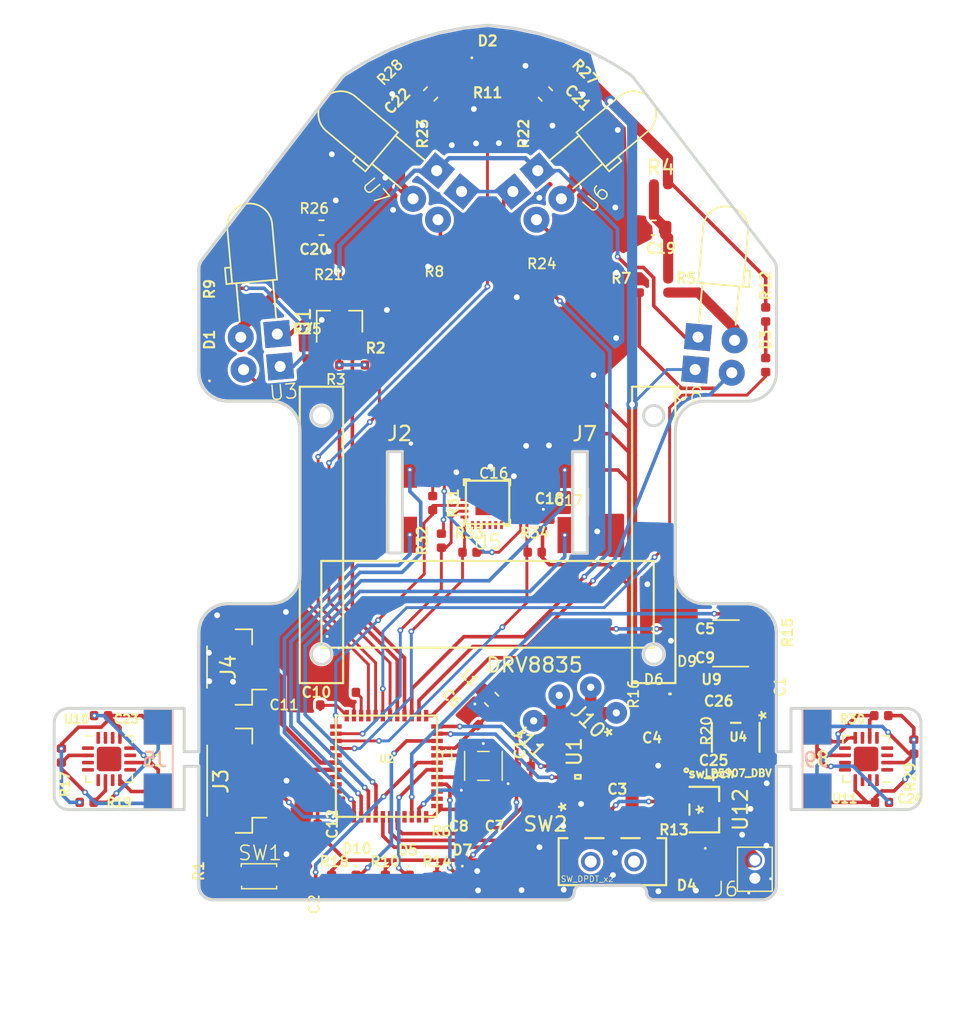
<source format=kicad_pcb>
(kicad_pcb (version 20171130) (host pcbnew "(5.1.5)-3")
  (layers (0 F.Cu signal) (31 B.Cu signal) (34 B.Paste user) (35 F.Paste user hide) (36 B.SilkS user hide) (37 F.SilkS user) (38 B.Mask user) (39 F.Mask user) (44 Edge.Cuts user))
  (net 0 "")
  (net 1 GND)
  (net 2 NRST)
  (net 3 +BATT)
  (net 4 "Net-(C6-Pad2)")
  (net 5 "Net-(C10-Pad1)")
  (net 6 "Net-(C11-Pad1)")
  (net 7 "Net-(C17-Pad2)")
  (net 8 "Net-(C19-Pad1)")
  (net 9 "Net-(C20-Pad1)")
  (net 10 "Net-(C21-Pad1)")
  (net 11 "Net-(C22-Pad1)")
  (net 12 "Net-(D6-Pad2)")
  (net 13 "Net-(D9-Pad2)")
  (net 14 STLINK_TCK)
  (net 15 STLINK_TMS)
  (net 16 sens_RR)
  (net 17 sens_R)
  (net 18 sens_L)
  (net 19 sens_LL)
  (net 20 "Net-(R6-Pad2)")
  (net 21 CS_IMU)
  (net 22 SCK_IMU)
  (net 23 MOSI_IMU)
  (net 24 MISO_IMU)
  (net 25 MotorR_Reverce)
  (net 26 MotorR_Foward)
  (net 27 MotorL_Reverce)
  (net 28 MotorL_Foward)
  (net 29 "Net-(U2-Pad2)")
  (net 30 "Net-(U2-Pad3)")
  (net 31 CROCK_IN)
  (net 32 "Net-(U2-Pad29)")
  (net 33 "Net-(U2-Pad45)")
  (net 34 "Net-(U4-Pad4)")
  (net 35 "Net-(U5-Pad19)")
  (net 36 "Net-(U5-Pad3)")
  (net 37 "Net-(U5-Pad14)")
  (net 38 "Net-(U5-Pad15)")
  (net 39 "Net-(U5-Pad7)")
  (net 40 "Net-(U5-Pad2)")
  (net 41 "Net-(U5-Pad21)")
  (net 42 "Net-(U5-Pad4)")
  (net 43 "Net-(U5-Pad17)")
  (net 44 "Net-(U5-Pad5)")
  (net 45 "Net-(U5-Pad12)")
  (net 46 "Net-(U5-Pad6)")
  (net 47 "Net-(U5-Pad1)")
  (net 48 "Net-(U5-Pad16)")
  (net 49 "Net-(Y1-Pad1)")
  (net 50 "Net-(R5-Pad2)")
  (net 51 "Net-(R21-Pad2)")
  (net 52 "Net-(R22-Pad2)")
  (net 53 "Net-(R23-Pad2)")
  (net 54 BATT_SW)
  (net 55 battery_wt_vout)
  (net 56 battery_wt)
  (net 57 DEBUG_LED4)
  (net 58 "Net-(D1-Pad2)")
  (net 59 "Net-(D2-Pad2)")
  (net 60 DEBUG_LED5)
  (net 61 DEBUG_LED6)
  (net 62 "Net-(D3-Pad2)")
  (net 63 DEBUG_LED2)
  (net 64 DEBUG_LED1)
  (net 65 DEBUG_LED3)
  (net 66 encL_1_EXTI)
  (net 67 USART_RX)
  (net 68 USART_TX)
  (net 69 encL_2_EXTI_cn)
  (net 70 encL_1_EXTI_cn)
  (net 71 encR_1_EXTI)
  (net 72 encR_1_EXTI_cn)
  (net 73 encR_2_EXTI_cn)
  (net 74 R_LED_PWM)
  (net 75 "Net-(R13-Pad2)")
  (net 76 battery_sw_CE)
  (net 77 encR_2_EXTI)
  (net 78 encL_2_EXTI)
  (net 79 "Net-(U2-Pad33)")
  (net 80 "Net-(U2-Pad32)")
  (net 81 "Net-(U10-Pad1)")
  (net 82 "Net-(U10-Pad3)")
  (net 83 "Net-(U10-Pad4)")
  (net 84 "Net-(U10-Pad5)")
  (net 85 "Net-(U10-Pad7)")
  (net 86 "Net-(U10-Pad9)")
  (net 87 "Net-(U10-Pad11)")
  (net 88 "Net-(U10-Pad12)")
  (net 89 "Net-(U10-Pad14)")
  (net 90 "Net-(U10-Pad15)")
  (net 91 "Net-(U10-Pad16)")
  (net 92 "Net-(U11-Pad16)")
  (net 93 "Net-(U11-Pad15)")
  (net 94 "Net-(U11-Pad14)")
  (net 95 "Net-(U11-Pad12)")
  (net 96 "Net-(U11-Pad11)")
  (net 97 "Net-(U11-Pad9)")
  (net 98 "Net-(U11-Pad7)")
  (net 99 "Net-(U11-Pad5)")
  (net 100 "Net-(U11-Pad4)")
  (net 101 "Net-(U11-Pad3)")
  (net 102 "Net-(U11-Pad1)")
  (net 103 "Net-(D5-Pad2)")
  (net 104 "Net-(D7-Pad2)")
  (net 105 "Net-(D10-Pad2)")
  (net 106 MotorR_Reverce_Out)
  (net 107 MotorR_Foward_Out)
  (net 108 MotorL_Foward_Out)
  (net 109 MotorL_Reverce_Out)
  (net 110 GND_L)
  (net 111 GND_R)
  (net 112 +3.3V_L)
  (net 113 +3.3V_R)
  (net 114 "Net-(SW2-Pad3)")
  (net 115 "Net-(Q1-Pad1)")
  (net 116 "Net-(Q1-Pad3)")
  (module micro:motor_pad (layer F.Cu) (at 158.2 133.6 135)
    (fp_text reference J10 (at -0.03 -1.77 135) (layer F.SilkS))
    (fp_text value Conn_01x02)
    (pad 2 thru_hole circle (at 1.5 0 135) (size 1.5 1.5) (drill 0.5) (layers *.Cu *.Mask) (net 106 MotorR_Reverce_Out))
    (pad 1 thru_hole circle (at -1 0 135) (size 1.5 1.5) (drill 0.5) (layers *.Cu *.Mask) (net 107 MotorR_Foward_Out))
  )
  (module micro:motor_pad (layer F.Cu) (at 154.25 133.8 225)
    (fp_text reference J11 (at 2.749999 -0.750001 315) (layer F.SilkS))
    (fp_text value Conn_01x02)
    (pad 2 thru_hole circle (at 1.5 0 225) (size 1.5 1.5) (drill 0.5) (layers *.Cu *.Mask) (net 109 MotorL_Reverce_Out))
    (pad 1 thru_hole circle (at -1 0 225) (size 1.5 1.5) (drill 0.5) (layers *.Cu *.Mask) (net 108 MotorL_Foward_Out))
  )
  (module micro:DRV8835DSSR (layer F.Cu) (at 156 137 270)
    (fp_text reference U1 (at 0 0 90) (layer F.SilkS))
    (fp_text value DRV8835 (at -6 2.749999 180) (layer F.SilkS))
    (fp_text user * (at -1.358737 -2.672908 90) (layer F.SilkS))
    (fp_text user * (at -1.358737 -2.672908 90) (layer F.SilkS))
    (pad 14 smd rect (at 0 1.34 270) (size 0.9 0.7) (layers F.Cu F.Paste F.Mask) (net 1 GND))
    (pad 14 smd rect (at 0 -1.34 270) (size 0.9 0.7) (layers F.Cu F.Paste F.Mask) (net 1 GND))
    (pad 13 smd rect (at 0 0 270) (size 0.9 2) (layers F.Cu F.Paste F.Mask) (net 1 GND))
    (pad 12 smd rect (at 0.958723 -1.25 270) (size 0.500126 0.279908) (layers F.Cu F.Paste F.Mask) (net 55 battery_wt_vout))
    (pad 11 smd rect (at 0.958723 -0.750001 270) (size 0.500126 0.279908) (layers F.Cu F.Paste F.Mask) (net 1 GND))
    (pad 10 smd rect (at 0.958723 -0.25 270) (size 0.500126 0.279908) (layers F.Cu F.Paste F.Mask) (net 25 MotorR_Reverce))
    (pad 9 smd rect (at 0.958723 0.25 270) (size 0.500126 0.279908) (layers F.Cu F.Paste F.Mask) (net 26 MotorR_Foward))
    (pad 8 smd rect (at 0.958723 0.750001 270) (size 0.500126 0.279908) (layers F.Cu F.Paste F.Mask) (net 27 MotorL_Reverce))
    (pad 7 smd rect (at 0.958723 1.25 270) (size 0.500126 0.279908) (layers F.Cu F.Paste F.Mask) (net 28 MotorL_Foward))
    (pad 6 smd rect (at -0.958723 1.25 270) (size 0.500126 0.279908) (layers F.Cu F.Paste F.Mask) (net 1 GND))
    (pad 5 smd rect (at -0.958723 0.750001 270) (size 0.500126 0.279908) (layers F.Cu F.Paste F.Mask) (net 109 MotorL_Reverce_Out))
    (pad 4 smd rect (at -0.958723 0.25 270) (size 0.500126 0.279908) (layers F.Cu F.Paste F.Mask) (net 108 MotorL_Foward_Out))
    (pad 3 smd rect (at -0.958723 -0.25 270) (size 0.500126 0.279908) (layers F.Cu F.Paste F.Mask) (net 106 MotorR_Reverce_Out))
    (pad 2 smd rect (at -0.958723 -0.750001 270) (size 0.500126 0.279908) (layers F.Cu F.Paste F.Mask) (net 107 MotorR_Foward_Out))
    (pad 1 smd rect (at -0.958723 -1.25 270) (size 0.500126 0.279908) (layers F.Cu F.Paste F.Mask) (net 54 BATT_SW))
  )
  (module micro:EVP-BB2A9B000 (layer F.Cu) (at 135.5 146 180)
    (fp_text reference SW1 (at 1.25 2) (layer F.SilkS) (effects (font (thickness 0.1))))
    (fp_text value SW_Push_Dual_x2)
    (pad 4 smd custom (at 2.65 0.75 180) (size 0.8 0.45) (layers F.Cu F.Paste F.Mask) (options (clearance outline) (anchor rect)) (primitives))
    (pad 3 smd custom (at 0 0.75 180) (size 0.8 0.45) (layers F.Cu F.Paste F.Mask) (options (clearance outline) (anchor rect)) (primitives))
    (pad 2 smd custom (at 2.65 0 180) (size 0.8 0.45) (layers F.Cu F.Paste F.Mask) (net 2 NRST) (options (clearance outline) (anchor rect)) (primitives))
    (pad 1 smd custom (at 0 0 180) (size 0.8 0.45) (layers F.Cu F.Paste F.Mask) (net 1 GND) (options (clearance outline) (anchor rect)) (primitives))
  )
  (module Connector_JST:JST_SH_BM03B-SRSS-TB_1x03-1MP_P1.00mm_Vertical (layer F.Cu) (at 132.59 131.14 90)
    (fp_text reference J4 (at 0.000001 -0.540001 270) (layer F.SilkS))
    (fp_text value Conn_01x03)
    (pad MP smd rect (at 2.3 -1.2 90) (size 1.2 1.8) (layers F.Cu F.Paste F.Mask))
    (pad MP smd rect (at -2.3 -1.2 90) (size 1.2 1.8) (layers F.Cu F.Paste F.Mask))
    (pad 3 smd rect (at 1 1.325 90) (size 0.6 1.55) (layers F.Cu F.Paste F.Mask) (net 1 GND))
    (pad 2 smd rect (at 0 1.325 90) (size 0.6 1.55) (layers F.Cu F.Paste F.Mask) (net 68 USART_TX))
    (pad 1 smd rect (at -1 1.325 90) (size 0.6 1.55) (layers F.Cu F.Paste F.Mask) (net 67 USART_RX))
  )
  (module Connector_JST:JST_SH_BM05B-SRSS-TB_1x05-1MP_P1.00mm_Vertical (layer F.Cu) (at 132.6 139 90)
    (fp_text reference J3 (at -0.040001 -1.059999 270) (layer F.SilkS))
    (fp_text value Conn_01x05)
    (pad MP smd rect (at 3.3 -1.2 90) (size 1.2 1.8) (layers F.Cu F.Paste F.Mask))
    (pad MP smd rect (at -3.3 -1.2 90) (size 1.2 1.8) (layers F.Cu F.Paste F.Mask))
    (pad 5 smd rect (at 2 1.325 90) (size 0.6 1.55) (layers F.Cu F.Paste F.Mask) (net 2 NRST))
    (pad 4 smd rect (at 1 1.325 90) (size 0.6 1.55) (layers F.Cu F.Paste F.Mask) (net 15 STLINK_TMS))
    (pad 3 smd rect (at 0 1.325 90) (size 0.6 1.55) (layers F.Cu F.Paste F.Mask) (net 1 GND))
    (pad 2 smd rect (at -1 1.325 90) (size 0.6 1.55) (layers F.Cu F.Paste F.Mask) (net 14 STLINK_TCK))
    (pad 1 smd rect (at -2 1.325 90) (size 0.6 1.55) (layers F.Cu F.Paste F.Mask) (net 55 battery_wt_vout))
  )
  (module micro:STM32F411CEU6 (layer F.Cu) (at 143 138 180)
    (fp_text reference U2 (at 0 0.5) (layer F.SilkS) (effects (font (size 0.5 0.5) (thickness 0.125))))
    (fp_text value STM32F413CH6)
    (pad 48 smd rect (at -2.75 -3.5 180) (size 0.3 0.8) (layers F.Cu F.Paste F.Mask) (net 55 battery_wt_vout))
    (pad 47 smd rect (at -2.25 -3.5 180) (size 0.3 0.8) (layers F.Cu F.Paste F.Mask) (net 1 GND))
    (pad 46 smd rect (at -1.75 -3.5 180) (size 0.3 0.8) (layers F.Cu F.Paste F.Mask) (net 76 battery_sw_CE))
    (pad 45 smd rect (at -1.25 -3.5 180) (size 0.3 0.8) (layers F.Cu F.Paste F.Mask) (net 33 "Net-(U2-Pad45)"))
    (pad 44 smd rect (at -0.75 -3.5 180) (size 0.3 0.8) (layers F.Cu F.Paste F.Mask) (net 20 "Net-(R6-Pad2)"))
    (pad 43 smd rect (at -0.25 -3.5 180) (size 0.3 0.8) (layers F.Cu F.Paste F.Mask) (net 26 MotorR_Foward))
    (pad 42 smd rect (at 0.25 -3.5 180) (size 0.3 0.8) (layers F.Cu F.Paste F.Mask) (net 25 MotorR_Reverce))
    (pad 41 smd rect (at 0.75 -3.5 180) (size 0.3 0.8) (layers F.Cu F.Paste F.Mask) (net 71 encR_1_EXTI))
    (pad 40 smd rect (at 1.25 -3.5 180) (size 0.3 0.8) (layers F.Cu F.Paste F.Mask) (net 77 encR_2_EXTI))
    (pad 39 smd rect (at 1.75 -3.5 180) (size 0.3 0.8) (layers F.Cu F.Paste F.Mask) (net 66 encL_1_EXTI))
    (pad 38 smd rect (at 2.25 -3.5 180) (size 0.3 0.8) (layers F.Cu F.Paste F.Mask) (net 78 encL_2_EXTI))
    (pad 37 smd rect (at 2.75 -3.5 180) (size 0.3 0.8) (layers F.Cu F.Paste F.Mask) (net 14 STLINK_TCK))
    (pad 36 smd rect (at 3.5 -2.75 180) (size 0.8 0.3) (layers F.Cu F.Paste F.Mask) (net 55 battery_wt_vout))
    (pad 35 smd rect (at 3.5 -2.25 180) (size 0.8 0.3) (layers F.Cu F.Paste F.Mask) (net 1 GND))
    (pad 34 smd rect (at 3.5 -1.75 180) (size 0.8 0.3) (layers F.Cu F.Paste F.Mask) (net 15 STLINK_TMS))
    (pad 33 smd rect (at 3.5 -1.25 180) (size 0.8 0.3) (layers F.Cu F.Paste F.Mask) (net 79 "Net-(U2-Pad33)"))
    (pad 32 smd rect (at 3.5 -0.75 180) (size 0.8 0.3) (layers F.Cu F.Paste F.Mask) (net 80 "Net-(U2-Pad32)"))
    (pad 31 smd rect (at 3.5 -0.25 180) (size 0.8 0.3) (layers F.Cu F.Paste F.Mask) (net 67 USART_RX))
    (pad 30 smd rect (at 3.5 0.25 180) (size 0.8 0.3) (layers F.Cu F.Paste F.Mask) (net 68 USART_TX))
    (pad 29 smd rect (at 3.5 0.75 180) (size 0.8 0.3) (layers F.Cu F.Paste F.Mask) (net 32 "Net-(U2-Pad29)"))
    (pad 28 smd rect (at 3.5 1.25 180) (size 0.8 0.3) (layers F.Cu F.Paste F.Mask) (net 23 MOSI_IMU))
    (pad 27 smd rect (at 3.5 1.75 180) (size 0.8 0.3) (layers F.Cu F.Paste F.Mask) (net 24 MISO_IMU))
    (pad 26 smd rect (at 3.5 2.25 180) (size 0.8 0.3) (layers F.Cu F.Paste F.Mask) (net 22 SCK_IMU))
    (pad 25 smd rect (at 3.5 2.75 180) (size 0.8 0.3) (layers F.Cu F.Paste F.Mask) (net 21 CS_IMU))
    (pad 24 smd rect (at 2.75 3.5 180) (size 0.3 0.8) (layers F.Cu F.Paste F.Mask) (net 6 "Net-(C11-Pad1)"))
    (pad 23 smd rect (at 2.25 3.5 180) (size 0.3 0.8) (layers F.Cu F.Paste F.Mask) (net 1 GND))
    (pad 22 smd rect (at 1.75 3.5 180) (size 0.3 0.8) (layers F.Cu F.Paste F.Mask) (net 5 "Net-(C10-Pad1)"))
    (pad 21 smd rect (at 1.25 3.5 180) (size 0.3 0.8) (layers F.Cu F.Paste F.Mask) (net 57 DEBUG_LED4))
    (pad 20 smd rect (at 0.75 3.5 180) (size 0.3 0.8) (layers F.Cu F.Paste F.Mask) (net 60 DEBUG_LED5))
    (pad 19 smd rect (at 0.25 3.5 180) (size 0.3 0.8) (layers F.Cu F.Paste F.Mask) (net 61 DEBUG_LED6))
    (pad 18 smd rect (at -0.25 3.5 180) (size 0.3 0.8) (layers F.Cu F.Paste F.Mask) (net 74 R_LED_PWM))
    (pad 17 smd rect (at -0.75 3.5 180) (size 0.3 0.8) (layers F.Cu F.Paste F.Mask) (net 19 sens_LL))
    (pad 16 smd rect (at -1.25 3.5 180) (size 0.3 0.8) (layers F.Cu F.Paste F.Mask) (net 18 sens_L))
    (pad 15 smd rect (at -1.75 3.5 180) (size 0.3 0.8) (layers F.Cu F.Paste F.Mask) (net 17 sens_R))
    (pad 14 smd rect (at -2.25 3.5 180) (size 0.3 0.8) (layers F.Cu F.Paste F.Mask) (net 16 sens_RR))
    (pad 13 smd rect (at -2.75 3.5 180) (size 0.3 0.8) (layers F.Cu F.Paste F.Mask) (net 56 battery_wt))
    (pad 12 smd rect (at -3.5 2.75 180) (size 0.8 0.3) (layers F.Cu F.Paste F.Mask) (net 28 MotorL_Foward))
    (pad 11 smd rect (at -3.5 2.25 180) (size 0.8 0.3) (layers F.Cu F.Paste F.Mask) (net 27 MotorL_Reverce))
    (pad 10 smd rect (at -3.5 1.75 180) (size 0.8 0.3) (layers F.Cu F.Paste F.Mask) (net 65 DEBUG_LED3))
    (pad 9 smd rect (at -3.5 1.25 180) (size 0.8 0.3) (layers F.Cu F.Paste F.Mask) (net 4 "Net-(C6-Pad2)"))
    (pad 8 smd rect (at -3.5 0.75 180) (size 0.8 0.3) (layers F.Cu F.Paste F.Mask) (net 1 GND))
    (pad 7 smd rect (at -3.5 0.25 180) (size 0.8 0.3) (layers F.Cu F.Paste F.Mask) (net 2 NRST))
    (pad 6 smd rect (at -3.5 -0.25 180) (size 0.8 0.3) (layers F.Cu F.Paste F.Mask) (net 63 DEBUG_LED2))
    (pad 5 smd rect (at -3.5 -0.75 180) (size 0.8 0.3) (layers F.Cu F.Paste F.Mask) (net 31 CROCK_IN))
    (pad 4 smd rect (at -3.5 -1.25 180) (size 0.8 0.3) (layers F.Cu F.Paste F.Mask) (net 64 DEBUG_LED1))
    (pad 3 smd rect (at -3.5 -1.75 180) (size 0.8 0.3) (layers F.Cu F.Paste F.Mask) (net 30 "Net-(U2-Pad3)"))
    (pad 2 smd rect (at -3.5 -2.25 180) (size 0.8 0.3) (layers F.Cu F.Paste F.Mask) (net 29 "Net-(U2-Pad2)"))
    (pad 1 smd rect (at -3.5 -2.75 180) (size 0.8 0.3) (layers F.Cu F.Paste F.Mask) (net 55 battery_wt_vout))
  )
  (module Inductor_SMD:L_0603_1608Metric (layer F.Cu) (at 150.28 133.38 135)
    (fp_text reference L1 (at 2.12132 0 135) (layer F.SilkS) (effects (font (size 0.7 0.7))))
    (fp_text value 330)
    (pad 1 smd roundrect (at -0.7875 0 135) (size 0.875 0.95) (layers F.Cu F.Paste F.Mask) (net 4 "Net-(C6-Pad2)"))
    (pad 2 smd roundrect (at 0.7875 0 135) (size 0.875 0.95) (layers F.Cu F.Paste F.Mask) (net 55 battery_wt_vout))
  )
  (module Capacitor_SMD:C_0402_1005Metric (layer F.Cu) (at 149 140.65 90)
    (fp_text reference C8 (at -1.5 -1 180) (layer F.SilkS) (effects (font (size 0.7 0.7))))
    (fp_text value 0.1μ)
    (pad 2 smd roundrect (at 0.485 0 90) (size 0.59 0.64) (layers F.Cu F.Paste F.Mask) (net 1 GND))
    (pad 1 smd roundrect (at -0.485 0 90) (size 0.59 0.64) (layers F.Cu F.Paste F.Mask) (net 55 battery_wt_vout))
  )
  (module micro:10114829-10102LF (layer F.Cu) (at 168.499999 145.750001 90)
    (fp_text reference J6 (at -0.749999 -1.999999 180) (layer F.SilkS) (effects (font (thickness 0.1))))
    (fp_text value Conn_01x02)
    (pad 2 thru_hole circle (at 1.25 0 90) (size 1 1) (drill 0.762) (layers *.Cu *.Mask) (net 3 +BATT))
    (pad 1 thru_hole circle (at 0 0 90) (size 1 1) (drill 0.762) (layers *.Cu *.Mask) (net 1 GND))
  )
  (module micro:enc_mount_fr_L (layer F.Cu) (at 156.39 119.76)
    (fp_text reference J7 (at 0.33 -4.75) (layer F.SilkS))
    (fp_text value Conn_01x04_Female)
    (pad 4 smd rect (at 1.05 2.25) (size 1 2.5) (layers F.Cu F.Paste F.Mask) (net 1 GND))
    (pad 3 smd rect (at 1.05 -2.25) (size 1 2.5) (layers F.Cu F.Paste F.Mask) (net 55 battery_wt_vout))
    (pad 2 smd rect (at -1.05 2.25) (size 1 2.5) (layers F.Cu F.Paste F.Mask) (net 71 encR_1_EXTI))
    (pad 1 smd rect (at -1.05 -2.25) (size 1 2.5) (layers F.Cu F.Paste F.Mask) (net 77 encR_2_EXTI))
  )
  (module micro:enc_mount_fr_L (layer F.Cu) (at 143.57 119.74)
    (fp_text reference J2 (at 0.33 -4.75) (layer F.SilkS))
    (fp_text value Conn_01x04_Female)
    (pad 4 smd rect (at 1.05 2.25) (size 1 2.5) (layers F.Cu F.Paste F.Mask) (net 78 encL_2_EXTI))
    (pad 3 smd rect (at 1.05 -2.25) (size 1 2.5) (layers F.Cu F.Paste F.Mask) (net 66 encL_1_EXTI))
    (pad 2 smd rect (at -1.05 2.25) (size 1 2.5) (layers F.Cu F.Paste F.Mask) (net 55 battery_wt_vout))
    (pad 1 smd rect (at -1.05 -2.25) (size 1 2.5) (layers F.Cu F.Paste F.Mask) (net 1 GND))
  )
  (module micro:AYZ0102AGRLC (layer F.Cu) (at 158.64 144.6 90)
    (fp_text reference SW2 (at 2.6 -4.64) (layer F.SilkS))
    (fp_text value SW_DPDT_x2 (at -1.2 -1.74 180) (layer F.SilkS) (effects (font (size 0.4 0.4) (thickness 0.05))))
    (fp_text user * (at 3.7846 -3.1496 90) (layer F.SilkS))
    (fp_text user * (at 3.7846 -3.1496 90) (layer F.SilkS))
    (pad 1 smd rect (at 2.1971 -2.5 90) (size 1.905 0.5588) (layers F.Cu F.Paste F.Mask) (net 1 GND))
    (pad 2 smd rect (at 2.1971 0 90) (size 1.905 0.5588) (layers F.Cu F.Paste F.Mask) (net 75 "Net-(R13-Pad2)"))
    (pad 3 smd rect (at 2.7 2.5 90) (size 0.905 0.5588) (layers F.Cu F.Paste F.Mask) (net 114 "Net-(SW2-Pad3)"))
    (pad 4 thru_hole circle (at 0.0004 1.5 90) (size 1.3462 1.3462) (drill 0.8382) (layers *.Cu *.Mask))
    (pad 5 thru_hole circle (at 0.0004 -1.5 90) (size 1.3462 1.3462) (drill 0.8382) (layers *.Cu *.Mask))
  )
  (module Capacitor_SMD:C_0402_1005Metric (layer F.Cu) (at 166 132.25)
    (fp_text reference C26 (at 0 1.25) (layer F.SilkS) (effects (font (size 0.7 0.7))))
    (fp_text value 1μ)
    (pad 1 smd roundrect (at -0.485 0) (size 0.59 0.64) (layers F.Cu F.Paste F.Mask) (net 55 battery_wt_vout))
    (pad 2 smd roundrect (at 0.485 0) (size 0.59 0.64) (layers F.Cu F.Paste F.Mask) (net 1 GND))
  )
  (module micro:LED_FOTR_M (layer F.Cu) (at 164.358831 110.570001 355)
    (fp_text reference U8 (at -0.279906 1.720943 175) (layer F.SilkS) (effects (font (thickness 0.1))))
    (fp_text value LED_FOTR)
    (pad 2 thru_hole circle (at 2.55 -0.01 355) (size 1.8 1.8) (drill 0.762) (layers *.Cu *.Mask) (net 16 sens_RR))
    (pad 4 thru_hole rect (at 0.01 -2.26 355) (size 1.8 1.8) (drill 0.762) (layers *.Cu *.Mask) (net 116 "Net-(Q1-Pad3)"))
    (pad 3 thru_hole circle (at 2.55 -2.26 355) (size 1.8 1.8) (drill 0.762) (layers *.Cu *.Mask) (net 50 "Net-(R5-Pad2)"))
    (pad 1 thru_hole rect (at 0.01 -0.01 355) (size 1.8 1.8) (drill 0.762) (layers *.Cu *.Mask) (net 55 battery_wt_vout))
  )
  (module micro:LED_FOTR_M (layer F.Cu) (at 151.735911 98.248768 310)
    (fp_text reference U7 (at -6.096482 7.267421 130) (layer F.SilkS) (effects (font (thickness 0.1))))
    (fp_text value LED_FOTR)
    (pad 2 thru_hole circle (at 2.55 -0.01 310) (size 1.8 1.8) (drill 0.762) (layers *.Cu *.Mask) (net 17 sens_R))
    (pad 4 thru_hole rect (at 0.01 -2.26 310) (size 1.8 1.8) (drill 0.762) (layers *.Cu *.Mask) (net 116 "Net-(Q1-Pad3)"))
    (pad 3 thru_hole circle (at 2.55 -2.26 310) (size 1.8 1.8) (drill 0.762) (layers *.Cu *.Mask) (net 52 "Net-(R22-Pad2)"))
    (pad 1 thru_hole rect (at 0.01 -0.01 310) (size 1.8 1.8) (drill 0.762) (layers *.Cu *.Mask) (net 55 battery_wt_vout))
  )
  (module micro:LED_FOTR (layer F.Cu) (at 146.567318 100.195754 50)
    (fp_text reference U6 (at 8.134904 7.445608 230) (layer F.SilkS) (effects (font (thickness 0.1))))
    (fp_text value LED_FOTR)
    (pad 3 thru_hole circle (at 0 -2.25 50) (size 1.8 1.8) (drill 0.762) (layers *.Cu *.Mask) (net 53 "Net-(R23-Pad2)"))
    (pad 4 thru_hole rect (at 2.54 -2.25 50) (size 1.8 1.8) (drill 0.762) (layers *.Cu *.Mask) (net 116 "Net-(Q1-Pad3)"))
    (pad 2 thru_hole circle (at 0 0 50) (size 1.8 1.8) (drill 0.762) (layers *.Cu *.Mask) (net 18 sens_L))
    (pad 1 thru_hole rect (at 2.54 0 50) (size 1.8 1.8) (drill 0.762) (layers *.Cu *.Mask) (net 55 battery_wt_vout))
  )
  (module micro:LED_FOTR (layer F.Cu) (at 133.11 110.570001 5)
    (fp_text reference U3 (at 2.624368 1.785522 5) (layer F.SilkS) (effects (font (thickness 0.1))))
    (fp_text value LED_FOTR)
    (pad 3 thru_hole circle (at 0 -2.25 5) (size 1.8 1.8) (drill 0.762) (layers *.Cu *.Mask) (net 51 "Net-(R21-Pad2)"))
    (pad 4 thru_hole rect (at 2.54 -2.25 5) (size 1.8 1.8) (drill 0.762) (layers *.Cu *.Mask) (net 116 "Net-(Q1-Pad3)"))
    (pad 2 thru_hole circle (at 0 0 5) (size 1.8 1.8) (drill 0.762) (layers *.Cu *.Mask) (net 19 sens_LL))
    (pad 1 thru_hole rect (at 2.54 0 5) (size 1.8 1.8) (drill 0.762) (layers *.Cu *.Mask) (net 55 battery_wt_vout))
  )
  (module micro:ICM20648 (layer F.Cu) (at 149.999999 119.750001 90)
    (fp_text reference U5 (at -2.750001 -0.000001 180) (layer F.SilkS) (effects (font (thickness 0.125))))
    (fp_text value ICM20648)
    (pad 25 smd rect (at 0.425 0.36 90) (size 0.875 0.8) (layers F.Cu F.Paste F.Mask))
    (pad 25 smd rect (at 0.425 -0.44 90) (size 0.875 0.8) (layers F.Cu F.Paste F.Mask))
    (pad 19 smd rect (at 0.99 -1.6 180) (size 0.55 0.2) (layers F.Cu F.Paste F.Mask) (net 35 "Net-(U5-Pad19)"))
    (pad 3 smd rect (at -1.57 -0.24 90) (size 0.55 0.2) (layers F.Cu F.Paste F.Mask) (net 36 "Net-(U5-Pad3)"))
    (pad 22 smd rect (at -0.21 -1.6 180) (size 0.55 0.2) (layers F.Cu F.Paste F.Mask) (net 21 CS_IMU))
    (pad 18 smd rect (at 1.55 -1.04 90) (size 0.55 0.2) (layers F.Cu F.Paste F.Mask) (net 1 GND))
    (pad 14 smd rect (at 1.55 0.56 90) (size 0.55 0.2) (layers F.Cu F.Paste F.Mask) (net 37 "Net-(U5-Pad14)"))
    (pad 15 smd rect (at 1.55 0.16 90) (size 0.55 0.2) (layers F.Cu F.Paste F.Mask) (net 38 "Net-(U5-Pad15)"))
    (pad 20 smd rect (at 0.59 -1.6 180) (size 0.55 0.2) (layers F.Cu F.Paste F.Mask) (net 1 GND))
    (pad 7 smd rect (at -1.01 1.52 180) (size 0.55 0.2) (layers F.Cu F.Paste F.Mask) (net 39 "Net-(U5-Pad7)"))
    (pad 2 smd rect (at -1.57 -0.64 90) (size 0.55 0.2) (layers F.Cu F.Paste F.Mask) (net 40 "Net-(U5-Pad2)"))
    (pad 25 smd rect (at -0.445 0.36 90) (size 0.875 0.8) (layers F.Cu F.Paste F.Mask))
    (pad 8 smd rect (at -0.61 1.52 180) (size 0.55 0.2) (layers F.Cu F.Paste F.Mask) (net 55 battery_wt_vout))
    (pad 21 smd rect (at 0.19 -1.6 180) (size 0.55 0.2) (layers F.Cu F.Paste F.Mask) (net 41 "Net-(U5-Pad21)"))
    (pad 4 smd rect (at -1.57 0.16 90) (size 0.55 0.2) (layers F.Cu F.Paste F.Mask) (net 42 "Net-(U5-Pad4)"))
    (pad 24 smd rect (at -1.01 -1.6 180) (size 0.55 0.2) (layers F.Cu F.Paste F.Mask) (net 23 MOSI_IMU))
    (pad 17 smd rect (at 1.55 -0.64 90) (size 0.55 0.2) (layers F.Cu F.Paste F.Mask) (net 43 "Net-(U5-Pad17)"))
    (pad 10 smd rect (at 0.19 1.52 180) (size 0.55 0.2) (layers F.Cu F.Paste F.Mask) (net 7 "Net-(C17-Pad2)"))
    (pad 5 smd rect (at -1.57 0.56 90) (size 0.55 0.2) (layers F.Cu F.Paste F.Mask) (net 44 "Net-(U5-Pad5)"))
    (pad 12 smd rect (at 0.99 1.52 180) (size 0.55 0.2) (layers F.Cu F.Paste F.Mask) (net 45 "Net-(U5-Pad12)"))
    (pad 6 smd rect (at -1.57 0.96 90) (size 0.55 0.2) (layers F.Cu F.Paste F.Mask) (net 46 "Net-(U5-Pad6)"))
    (pad 1 smd rect (at -1.57 -1.04 90) (size 0.55 0.2) (layers F.Cu F.Paste F.Mask) (net 47 "Net-(U5-Pad1)"))
    (pad 13 smd rect (at 1.55 0.96 90) (size 0.55 0.2) (layers F.Cu F.Paste F.Mask) (net 55 battery_wt_vout))
    (pad 11 smd rect (at 0.59 1.52 180) (size 0.55 0.2) (layers F.Cu F.Paste F.Mask) (net 1 GND))
    (pad 16 smd rect (at 1.55 -0.24 90) (size 0.55 0.2) (layers F.Cu F.Paste F.Mask) (net 48 "Net-(U5-Pad16)"))
    (pad 25 smd rect (at -0.445 -0.44 90) (size 0.875 0.8) (layers F.Cu F.Paste F.Mask))
    (pad 9 smd rect (at -0.21 1.52 180) (size 0.55 0.2) (layers F.Cu F.Paste F.Mask) (net 24 MISO_IMU))
    (pad 23 smd rect (at -0.61 -1.6 180) (size 0.55 0.2) (layers F.Cu F.Paste F.Mask) (net 22 SCK_IMU))
  )
  (module micro:crystal (layer F.Cu) (at 149.71 137.98 180)
    (fp_text reference Y1 (at 2.499999 0.750001) (layer F.SilkS) (effects (font (size 0.7 0.7) (thickness 0.1))))
    (fp_text value Crystal_GND23)
    (pad 3 smd custom (at 0.825 -0.775 180) (size 0.65 0.85) (layers F.Cu F.Paste F.Mask) (net 31 CROCK_IN) (options (clearance outline) (anchor rect)) (primitives))
    (pad 4 smd custom (at -0.825 -0.775 180) (size 0.65 0.85) (layers F.Cu F.Paste F.Mask) (net 55 battery_wt_vout) (options (clearance outline) (anchor rect)) (primitives))
    (pad 2 smd custom (at 0.825 0.775 180) (size 0.65 0.85) (layers F.Cu F.Paste F.Mask) (net 1 GND) (options (clearance outline) (anchor rect)) (primitives))
    (pad 1 smd custom (at -0.825 0.775 180) (size 0.65 0.85) (layers F.Cu F.Paste F.Mask) (net 49 "Net-(Y1-Pad1)") (options (clearance outline) (anchor rect)) (primitives))
  )
  (module Capacitor_SMD:C_0402_1005Metric (layer F.Cu) (at 137.25 145.5 90)
    (fp_text reference C2 (at -2.050001 0.750001 90) (layer F.SilkS) (effects (font (size 0.7 0.7) (thickness 0.125))))
    (fp_text value 0.1μ)
    (pad 1 smd roundrect (at -0.485 0 90) (size 0.59 0.64) (layers F.Cu F.Paste F.Mask) (net 2 NRST))
    (pad 2 smd roundrect (at 0.485 0 90) (size 0.59 0.64) (layers F.Cu F.Paste F.Mask) (net 1 GND))
  )
  (module Capacitor_SMD:C_0402_1005Metric (layer F.Cu) (at 157.25 139.5)
    (fp_text reference C3 (at 1.729999 0.090001) (layer F.SilkS) (effects (font (size 0.7 0.7))))
    (fp_text value 0.1μ)
    (pad 1 smd roundrect (at -0.485 0) (size 0.59 0.64) (layers F.Cu F.Paste F.Mask) (net 55 battery_wt_vout))
    (pad 2 smd roundrect (at 0.485 0) (size 0.59 0.64) (layers F.Cu F.Paste F.Mask) (net 1 GND))
  )
  (module Capacitor_SMD:C_0402_1005Metric (layer F.Cu) (at 159.675 136.5 90)
    (fp_text reference C4 (at 0.459999 1.709999) (layer F.SilkS) (effects (font (size 0.7 0.7))))
    (fp_text value 0.1μ)
    (pad 2 smd roundrect (at 0.485 0 90) (size 0.59 0.64) (layers F.Cu F.Paste F.Mask) (net 54 BATT_SW))
    (pad 1 smd roundrect (at -0.485 0 90) (size 0.59 0.64) (layers F.Cu F.Paste F.Mask) (net 1 GND))
  )
  (module Capacitor_SMD:C_0402_1005Metric (layer F.Cu) (at 149 134.81 315)
    (fp_text reference C6 (at -2.12132 0 135) (layer F.SilkS) (effects (font (size 0.7 0.7))))
    (fp_text value 0.1μ)
    (pad 1 smd roundrect (at -0.485 0 315) (size 0.59 0.64) (layers F.Cu F.Paste F.Mask) (net 1 GND))
    (pad 2 smd roundrect (at 0.485 0 315) (size 0.59 0.64) (layers F.Cu F.Paste F.Mask) (net 4 "Net-(C6-Pad2)"))
  )
  (module Capacitor_SMD:C_0402_1005Metric (layer F.Cu) (at 150.24 140.65 90)
    (fp_text reference C7 (at -1.499999 0.250001 180) (layer F.SilkS) (effects (font (size 0.7 0.7))))
    (fp_text value 10μ)
    (pad 2 smd roundrect (at 0.485 0 90) (size 0.59 0.64) (layers F.Cu F.Paste F.Mask) (net 1 GND))
    (pad 1 smd roundrect (at -0.485 0 90) (size 0.59 0.64) (layers F.Cu F.Paste F.Mask) (net 55 battery_wt_vout))
  )
  (module Capacitor_SMD:C_0402_1005Metric (layer F.Cu) (at 140.4 132.89 180)
    (fp_text reference C10 (at 2.250001 -0.000001) (layer F.SilkS) (effects (font (size 0.7 0.7))))
    (fp_text value 10μ)
    (pad 2 smd roundrect (at 0.485 0 180) (size 0.59 0.64) (layers F.Cu F.Paste F.Mask) (net 1 GND))
    (pad 1 smd roundrect (at -0.485 0 180) (size 0.59 0.64) (layers F.Cu F.Paste F.Mask) (net 5 "Net-(C10-Pad1)"))
  )
  (module Capacitor_SMD:C_0402_1005Metric (layer F.Cu) (at 137.93 133.76 180)
    (fp_text reference C11 (at 2.014999 0.000001) (layer F.SilkS) (effects (font (size 0.7 0.7) (thickness 0.125))))
    (fp_text value 0.1μ)
    (pad 1 smd roundrect (at -0.485 0 180) (size 0.59 0.64) (layers F.Cu F.Paste F.Mask) (net 6 "Net-(C11-Pad1)"))
    (pad 2 smd roundrect (at 0.485 0 180) (size 0.59 0.64) (layers F.Cu F.Paste F.Mask) (net 1 GND))
  )
  (module Capacitor_SMD:C_0402_1005Metric (layer F.Cu) (at 137.75 142 180)
    (fp_text reference C12 (at -1.499999 0.000001 90) (layer F.SilkS) (effects (font (size 0.7 0.7))))
    (fp_text value 0.1μ)
    (pad 2 smd roundrect (at 0.485 0 180) (size 0.59 0.64) (layers F.Cu F.Paste F.Mask) (net 1 GND))
    (pad 1 smd roundrect (at -0.485 0 180) (size 0.59 0.64) (layers F.Cu F.Paste F.Mask) (net 55 battery_wt_vout))
  )
  (module Capacitor_SMD:C_0402_1005Metric (layer F.Cu) (at 152.5 138)
    (fp_text reference C14 (at -0.250001 -1.500001 90) (layer F.SilkS) (effects (font (size 0.7 0.7))))
    (fp_text value 0.1μ)
    (pad 2 smd roundrect (at 0.485 0) (size 0.59 0.64) (layers F.Cu F.Paste F.Mask) (net 1 GND))
    (pad 1 smd roundrect (at -0.485 0) (size 0.59 0.64) (layers F.Cu F.Paste F.Mask) (net 55 battery_wt_vout))
  )
  (module Capacitor_SMD:C_0402_1005Metric (layer F.Cu) (at 150.48 116.31)
    (fp_text reference C16 (at -0.049999 1.429999 180) (layer F.SilkS) (effects (font (size 0.7 0.7) (thickness 0.125))))
    (fp_text value 0.1μ)
    (pad 1 smd roundrect (at -0.485 0) (size 0.59 0.64) (layers F.Cu F.Paste F.Mask) (net 1 GND))
    (pad 2 smd roundrect (at 0.485 0) (size 0.59 0.64) (layers F.Cu F.Paste F.Mask) (net 55 battery_wt_vout))
  )
  (module Capacitor_SMD:C_0402_1005Metric (layer F.Cu) (at 153.8 119 270)
    (fp_text reference C17 (at 0.620001 -1.799999) (layer F.SilkS) (effects (font (size 0.7 0.7) (thickness 0.125))))
    (fp_text value 0.1μ)
    (pad 2 smd roundrect (at 0.485 0 270) (size 0.59 0.64) (layers F.Cu F.Paste F.Mask) (net 7 "Net-(C17-Pad2)"))
    (pad 1 smd roundrect (at -0.485 0 270) (size 0.59 0.64) (layers F.Cu F.Paste F.Mask) (net 1 GND))
  )
  (module Capacitor_SMD:C_0402_1005Metric (layer F.Cu) (at 153.8 121.2 270)
    (fp_text reference C18 (at -1.710001 -0.490001) (layer F.SilkS) (effects (font (size 0.7 0.7))))
    (fp_text value 0.1μ)
    (pad 1 smd roundrect (at -0.485 0 270) (size 0.59 0.64) (layers F.Cu F.Paste F.Mask) (net 1 GND))
    (pad 2 smd roundrect (at 0.485 0 270) (size 0.59 0.64) (layers F.Cu F.Paste F.Mask) (net 55 battery_wt_vout))
  )
  (module Capacitor_SMD:C_0402_1005Metric (layer F.Cu) (at 166.575 138.7)
    (fp_text reference C25 (at -0.929999 -1.100001) (layer F.SilkS) (effects (font (size 0.7 0.7))))
    (fp_text value 1μ)
    (pad 1 smd roundrect (at -0.485 0) (size 0.59 0.64) (layers F.Cu F.Paste F.Mask) (net 54 BATT_SW))
    (pad 2 smd roundrect (at 0.485 0) (size 0.59 0.64) (layers F.Cu F.Paste F.Mask) (net 1 GND))
  )
  (module Resistor_SMD:R_0402_1005Metric (layer F.Cu) (at 131.25 145.5 270)
    (fp_text reference R1 (at -0.249999 1.249999 90) (layer F.SilkS) (effects (font (size 0.7 0.7))))
    (fp_text value 150k)
    (pad 2 smd roundrect (at 0.485 0 270) (size 0.59 0.64) (layers F.Cu F.Paste F.Mask) (net 2 NRST))
    (pad 1 smd roundrect (at -0.485 0 270) (size 0.59 0.64) (layers F.Cu F.Paste F.Mask) (net 55 battery_wt_vout))
  )
  (module Resistor_SMD:R_0402_1005Metric (layer F.Cu) (at 141.999999 110.250001)
    (fp_text reference R2 (at 0.250001 -1.17) (layer F.SilkS) (effects (font (size 0.7 0.7))))
    (fp_text value 1.7)
    (pad 2 smd roundrect (at 0.485 0) (size 0.59 0.64) (layers F.Cu F.Paste F.Mask) (net 74 R_LED_PWM))
    (pad 1 smd roundrect (at -0.485 0) (size 0.59 0.64) (layers F.Cu F.Paste F.Mask) (net 115 "Net-(Q1-Pad1)"))
  )
  (module Resistor_SMD:R_0402_1005Metric (layer F.Cu) (at 139.249999 110.250001)
    (fp_text reference R3 (at 0.250001 0.999999) (layer F.SilkS) (effects (font (size 0.7 0.7) (thickness 0.125))))
    (fp_text value 10k)
    (pad 1 smd roundrect (at -0.485 0) (size 0.59 0.64) (layers F.Cu F.Paste F.Mask) (net 1 GND))
    (pad 2 smd roundrect (at 0.485 0) (size 0.59 0.64) (layers F.Cu F.Paste F.Mask) (net 115 "Net-(Q1-Pad1)"))
  )
  (module Resistor_SMD:R_0402_1005Metric (layer F.Cu) (at 161.999999 97.750001)
    (fp_text reference R4 (at 0 -1.17) (layer F.SilkS))
    (fp_text value 1)
    (pad 1 smd roundrect (at -0.485 0) (size 0.59 0.64) (layers F.Cu F.Paste F.Mask) (net 8 "Net-(C19-Pad1)"))
    (pad 2 smd roundrect (at 0.485 0) (size 0.59 0.64) (layers F.Cu F.Paste F.Mask) (net 55 battery_wt_vout))
  )
  (module Resistor_SMD:R_0402_1005Metric (layer F.Cu) (at 162.499999 104.750001 270)
    (fp_text reference R5 (at -0.500001 -1.250001 180) (layer F.SilkS) (effects (font (size 0.7 0.7))))
    (fp_text value 2.49)
    (pad 2 smd roundrect (at 0.485 0 270) (size 0.59 0.64) (layers F.Cu F.Paste F.Mask) (net 50 "Net-(R5-Pad2)"))
    (pad 1 smd roundrect (at -0.485 0 270) (size 0.59 0.64) (layers F.Cu F.Paste F.Mask) (net 8 "Net-(C19-Pad1)"))
  )
  (module Resistor_SMD:R_0402_1005Metric (layer F.Cu) (at 148.54 142.26 180)
    (fp_text reference R6 (at 1.749999 -0.249999 180) (layer F.SilkS) (effects (font (size 0.7 0.7))))
    (fp_text value 10k)
    (pad 2 smd roundrect (at 0.485 0 180) (size 0.59 0.64) (layers F.Cu F.Paste F.Mask) (net 20 "Net-(R6-Pad2)"))
    (pad 1 smd roundrect (at -0.485 0 180) (size 0.59 0.64) (layers F.Cu F.Paste F.Mask) (net 1 GND))
  )
  (module Resistor_SMD:R_0402_1005Metric (layer F.Cu) (at 160.499999 104.750001 90)
    (fp_text reference R7 (at 0.500001 -1.249999 180) (layer F.SilkS) (effects (font (size 0.7 0.7))))
    (fp_text value 1)
    (pad 1 smd roundrect (at -0.485 0 90) (size 0.59 0.64) (layers F.Cu F.Paste F.Mask) (net 16 sens_RR))
    (pad 2 smd roundrect (at 0.485 0 90) (size 0.59 0.64) (layers F.Cu F.Paste F.Mask) (net 1 GND))
  )
  (module Resistor_SMD:R_0402_1005Metric (layer F.Cu) (at 146.249999 102.070001 180)
    (fp_text reference R8 (at -0.060001 -1.719999) (layer F.SilkS) (effects (font (size 0.7 0.7) (thickness 0.125))))
    (fp_text value 1)
    (pad 1 smd roundrect (at -0.485 0 180) (size 0.59 0.64) (layers F.Cu F.Paste F.Mask) (net 18 sens_L))
    (pad 2 smd roundrect (at 0.485 0 180) (size 0.59 0.64) (layers F.Cu F.Paste F.Mask) (net 1 GND))
  )
  (module Resistor_SMD:R_0402_1005Metric (layer F.Cu) (at 161.5 134.25 180)
    (fp_text reference R16 (at 1.399999 1.250001 270) (layer F.SilkS) (effects (font (size 0.7 0.7) (thickness 0.125))))
    (fp_text value 165)
    (pad 2 smd roundrect (at 0.485 0 180) (size 0.59 0.64) (layers F.Cu F.Paste F.Mask) (net 12 "Net-(D6-Pad2)"))
    (pad 1 smd roundrect (at -0.485 0 180) (size 0.59 0.64) (layers F.Cu F.Paste F.Mask) (net 54 BATT_SW))
  )
  (module Resistor_SMD:R_0402_1005Metric (layer F.Cu) (at 163.75 134.25 180)
    (fp_text reference R20 (at -1.399999 -1.300001 270) (layer F.SilkS) (effects (font (size 0.7 0.7) (thickness 0.125))))
    (fp_text value 165)
    (pad 1 smd roundrect (at -0.485 0 180) (size 0.59 0.64) (layers F.Cu F.Paste F.Mask) (net 55 battery_wt_vout))
    (pad 2 smd roundrect (at 0.485 0 180) (size 0.59 0.64) (layers F.Cu F.Paste F.Mask) (net 13 "Net-(D9-Pad2)"))
  )
  (module Resistor_SMD:R_0402_1005Metric (layer F.Cu) (at 137.499999 104.750001 270)
    (fp_text reference R21 (at -0.750001 -1.500001 180) (layer F.SilkS) (effects (font (size 0.7 0.7) (thickness 0.125))))
    (fp_text value 2.49)
    (pad 2 smd roundrect (at 0.485 0 270) (size 0.59 0.64) (layers F.Cu F.Paste F.Mask) (net 51 "Net-(R21-Pad2)"))
    (pad 1 smd roundrect (at -0.485 0 270) (size 0.59 0.64) (layers F.Cu F.Paste F.Mask) (net 9 "Net-(C20-Pad1)"))
  )
  (module Resistor_SMD:R_0402_1005Metric (layer F.Cu) (at 153.499999 94.000001 270)
    (fp_text reference R22 (at 0.249999 0.999999 90) (layer F.SilkS) (effects (font (size 0.7 0.7))))
    (fp_text value 2.49)
    (pad 2 smd roundrect (at 0.485 0 270) (size 0.59 0.64) (layers F.Cu F.Paste F.Mask) (net 52 "Net-(R22-Pad2)"))
    (pad 1 smd roundrect (at -0.485 0 270) (size 0.59 0.64) (layers F.Cu F.Paste F.Mask) (net 10 "Net-(C21-Pad1)"))
  )
  (module Resistor_SMD:R_0402_1005Metric (layer F.Cu) (at 146.499999 94.000001 270)
    (fp_text reference R23 (at 0.249999 0.999999 90) (layer F.SilkS) (effects (font (size 0.7 0.7))))
    (fp_text value 2.49)
    (pad 1 smd roundrect (at -0.485 0 270) (size 0.59 0.64) (layers F.Cu F.Paste F.Mask) (net 11 "Net-(C22-Pad1)"))
    (pad 2 smd roundrect (at 0.485 0 270) (size 0.59 0.64) (layers F.Cu F.Paste F.Mask) (net 53 "Net-(R23-Pad2)"))
  )
  (module Resistor_SMD:R_0402_1005Metric (layer F.Cu) (at 153.749999 102.070001 180)
    (fp_text reference R24 (at -0.000001 -1.179999) (layer F.SilkS) (effects (font (size 0.7 0.7) (thickness 0.125))))
    (fp_text value 1)
    (pad 1 smd roundrect (at -0.485 0 180) (size 0.59 0.64) (layers F.Cu F.Paste F.Mask) (net 17 sens_R))
    (pad 2 smd roundrect (at 0.485 0 180) (size 0.59 0.64) (layers F.Cu F.Paste F.Mask) (net 1 GND))
  )
  (module Resistor_SMD:R_0402_1005Metric (layer F.Cu) (at 137.499999 109.320001 90)
    (fp_text reference R25 (at 1.570001 0.000001 180) (layer F.SilkS) (effects (font (size 0.7 0.7) (thickness 0.125))))
    (fp_text value 1)
    (pad 2 smd roundrect (at 0.485 0 90) (size 0.59 0.64) (layers F.Cu F.Paste F.Mask) (net 1 GND))
    (pad 1 smd roundrect (at -0.485 0 90) (size 0.59 0.64) (layers F.Cu F.Paste F.Mask) (net 19 sens_LL))
  )
  (module Resistor_SMD:R_0402_1005Metric (layer F.Cu) (at 137.999999 98.250001 180)
    (fp_text reference R26 (at 0 -1.17) (layer F.SilkS) (effects (font (size 0.7 0.7) (thickness 0.125))))
    (fp_text value 1)
    (pad 2 smd roundrect (at 0.485 0 180) (size 0.59 0.64) (layers F.Cu F.Paste F.Mask) (net 55 battery_wt_vout))
    (pad 1 smd roundrect (at -0.485 0 180) (size 0.59 0.64) (layers F.Cu F.Paste F.Mask) (net 9 "Net-(C20-Pad1)"))
  )
  (module Resistor_SMD:R_0402_1005Metric (layer F.Cu) (at 155.249999 90.000001 135)
    (fp_text reference R27 (at -1.06066 1.060662 135) (layer F.SilkS) (effects (font (size 0.7 0.7))))
    (fp_text value 1)
    (pad 1 smd roundrect (at -0.485 0 135) (size 0.59 0.64) (layers F.Cu F.Paste F.Mask) (net 10 "Net-(C21-Pad1)"))
    (pad 2 smd roundrect (at 0.485 0 135) (size 0.59 0.64) (layers F.Cu F.Paste F.Mask) (net 55 battery_wt_vout))
  )
  (module Resistor_SMD:R_0402_1005Metric (layer F.Cu) (at 144.749999 90.000001 45)
    (fp_text reference R28 (at -1.060659 -1.06066 225) (layer F.SilkS) (effects (font (size 0.7 0.7) (thickness 0.125))))
    (fp_text value 1)
    (pad 2 smd roundrect (at 0.485 0 45) (size 0.59 0.64) (layers F.Cu F.Paste F.Mask) (net 55 battery_wt_vout))
    (pad 1 smd roundrect (at -0.485 0 45) (size 0.59 0.64) (layers F.Cu F.Paste F.Mask) (net 11 "Net-(C22-Pad1)"))
  )
  (module LED_SMD:LED_0402_1005Metric (layer F.Cu) (at 161.5 133 180)
    (fp_text reference D6 (at 0 1) (layer F.SilkS) (effects (font (size 0.7 0.7) (thickness 0.125))))
    (fp_text value LED_GREEN)
    (pad 1 smd roundrect (at -0.485 0 180) (size 0.59 0.64) (layers F.Cu F.Paste F.Mask) (net 1 GND))
    (pad 2 smd roundrect (at 0.485 0 180) (size 0.59 0.64) (layers F.Cu F.Paste F.Mask) (net 12 "Net-(D6-Pad2)"))
  )
  (module LED_SMD:LED_0402_1005Metric (layer F.Cu) (at 163.75 133)
    (fp_text reference D9 (at 0.050001 -2.25) (layer F.SilkS) (effects (font (size 0.7 0.7) (thickness 0.125))))
    (fp_text value LED_RED)
    (pad 1 smd roundrect (at -0.485 0) (size 0.59 0.64) (layers F.Cu F.Paste F.Mask) (net 1 GND))
    (pad 2 smd roundrect (at 0.485 0) (size 0.59 0.64) (layers F.Cu F.Paste F.Mask) (net 13 "Net-(D9-Pad2)"))
  )
  (module micro:LP5907MFX-3.3&slash_NOPB (layer F.Cu) (at 167.175 136 90)
    (fp_text reference U4 (at 0.020001 0.170001 180) (layer F.SilkS) (effects (font (size 0.6 0.6))))
    (fp_text value LP5907_DBV (at -2.479999 0.170001 180) (layer F.SilkS) (effects (font (size 0.5 0.5) (thickness 0.125))))
    (fp_text user * (at 1.520001 2.170001 90) (layer F.SilkS))
    (pad 1 smd rect (at -1.1176 -0.950001 90) (size 1.461999 0.568) (layers F.Cu F.Paste F.Mask) (net 54 BATT_SW))
    (pad 2 smd rect (at -1.1176 0 90) (size 1.461999 0.568) (layers F.Cu F.Paste F.Mask) (net 1 GND))
    (pad 3 smd rect (at -1.1176 0.950001 90) (size 1.461999 0.568) (layers F.Cu F.Paste F.Mask) (net 54 BATT_SW))
    (pad 4 smd rect (at 1.1176 0.950001 90) (size 1.461999 0.568) (layers F.Cu F.Paste F.Mask) (net 34 "Net-(U4-Pad4)"))
    (pad 5 smd rect (at 1.1176 -0.950001 90) (size 1.461999 0.568) (layers F.Cu F.Paste F.Mask) (net 55 battery_wt_vout))
  )
  (module Capacitor_SMD:C_0402_1005Metric (layer F.Cu) (at 168.5 132.5)
    (fp_text reference C1 (at 1.749999 -0.000001 270) (layer F.SilkS) (effects (font (size 0.7 0.7))))
    (fp_text value 1μ)
    (pad 1 smd roundrect (at -0.485 0) (size 0.59 0.64) (layers F.Cu F.Paste F.Mask) (net 1 GND))
    (pad 2 smd roundrect (at 0.485 0) (size 0.59 0.64) (layers F.Cu F.Paste F.Mask) (net 54 BATT_SW))
  )
  (module Capacitor_SMD:C_0402_1005Metric (layer F.Cu) (at 163.8 128 90)
    (fp_text reference C5 (at -0.500001 1.249999 180) (layer F.SilkS) (effects (font (size 0.7 0.7))))
    (fp_text value 0.1μ)
    (pad 2 smd roundrect (at 0.485 0 90) (size 0.59 0.64) (layers F.Cu F.Paste F.Mask) (net 1 GND))
    (pad 1 smd roundrect (at -0.485 0 90) (size 0.59 0.64) (layers F.Cu F.Paste F.Mask) (net 56 battery_wt))
  )
  (module Capacitor_SMD:C_0402_1005Metric (layer F.Cu) (at 163.8 130 90)
    (fp_text reference C9 (at -0.500001 1.249999 180) (layer F.SilkS) (effects (font (size 0.7 0.7))))
    (fp_text value 1μ)
    (pad 1 smd roundrect (at -0.485 0 90) (size 0.59 0.64) (layers F.Cu F.Paste F.Mask) (net 55 battery_wt_vout))
    (pad 2 smd roundrect (at 0.485 0 90) (size 0.59 0.64) (layers F.Cu F.Paste F.Mask) (net 1 GND))
  )
  (module Capacitor_SMD:C_0402_1005Metric (layer F.Cu) (at 123.25 134.5 180)
    (fp_text reference C23 (at -1.750001 -0.249999) (layer F.SilkS) (effects (font (size 0.6 0.6))))
    (fp_text value 1μ)
    (pad 2 smd roundrect (at 0.485 0 180) (size 0.59 0.64) (layers F.Cu F.Paste F.Mask) (net 110 GND_L))
    (pad 1 smd roundrect (at -0.485 0 180) (size 0.59 0.64) (layers F.Cu F.Paste F.Mask) (net 112 +3.3V_L))
  )
  (module Capacitor_SMD:C_0402_1005Metric (layer F.Cu) (at 177.3 140.5)
    (fp_text reference C24 (at 1.950001 -0.250001) (layer F.SilkS) (effects (font (size 0.6 0.6))))
    (fp_text value 1μ)
    (pad 1 smd roundrect (at -0.485 0) (size 0.59 0.64) (layers F.Cu F.Paste F.Mask) (net 113 +3.3V_R))
    (pad 2 smd roundrect (at 0.485 0) (size 0.59 0.64) (layers F.Cu F.Paste F.Mask) (net 111 GND_R))
  )
  (module LED_SMD:LED_0402_1005Metric (layer F.Cu) (at 130.749999 110.250001 90)
    (fp_text reference D1 (at 1.750001 0.000001 270) (layer F.SilkS) (effects (font (size 0.7 0.7))))
    (fp_text value LED_RED)
    (pad 1 smd roundrect (at -0.485 0 90) (size 0.59 0.64) (layers F.Cu F.Paste F.Mask) (net 57 DEBUG_LED4))
    (pad 2 smd roundrect (at 0.485 0 90) (size 0.59 0.64) (layers F.Cu F.Paste F.Mask) (net 58 "Net-(D1-Pad2)"))
  )
  (module LED_SMD:LED_0402_1005Metric (layer F.Cu) (at 149.999999 89.000001)
    (fp_text reference D2 (at 0 -1.17) (layer F.SilkS) (effects (font (size 0.7 0.7))))
    (fp_text value LED_RED)
    (pad 2 smd roundrect (at 0.485 0) (size 0.59 0.64) (layers F.Cu F.Paste F.Mask) (net 59 "Net-(D2-Pad2)"))
    (pad 1 smd roundrect (at -0.485 0) (size 0.59 0.64) (layers F.Cu F.Paste F.Mask) (net 60 DEBUG_LED5))
  )
  (module LED_SMD:LED_0402_1005Metric (layer F.Cu) (at 169.249999 110.250001 90)
    (fp_text reference D3 (at 1.750001 0.000001 270) (layer F.SilkS) (effects (font (size 0.7 0.7))))
    (fp_text value LED_RED)
    (pad 1 smd roundrect (at -0.485 0 90) (size 0.59 0.64) (layers F.Cu F.Paste F.Mask) (net 61 DEBUG_LED6))
    (pad 2 smd roundrect (at 0.485 0 90) (size 0.59 0.64) (layers F.Cu F.Paste F.Mask) (net 62 "Net-(D3-Pad2)"))
  )
  (module Diode_SMD:D_0402_1005Metric (layer F.Cu) (at 165.07 144.77 270)
    (fp_text reference D4 (at 1.469999 1.29 180) (layer F.SilkS) (effects (font (size 0.7 0.7))))
    (fp_text value D_TVS)
    (pad 1 smd roundrect (at -0.485 0 270) (size 0.59 0.64) (layers F.Cu F.Paste F.Mask) (net 3 +BATT))
    (pad 2 smd roundrect (at 0.485 0 270) (size 0.59 0.64) (layers F.Cu F.Paste F.Mask) (net 1 GND))
  )
  (module micro:enc_mount_bk_1 (layer F.Cu) (at 128.75 137.5)
    (fp_text reference J1 (at -1.799999 -0.000001) (layer F.SilkS))
    (fp_text value Conn_01x02_Male)
    (pad 1 smd rect (at -1.55 -2.25) (size 2 2.5) (layers F.Cu F.Paste F.Mask) (net 112 +3.3V_L))
    (pad 2 smd rect (at -1.55 2.25) (size 2 2.5) (layers F.Cu F.Paste F.Mask) (net 110 GND_L))
  )
  (module micro:enc_mount_bk_1 (layer B.Cu) (at 128.75 137.5)
    (fp_text reference J5 (at -1.79 0.05) (layer B.SilkS) (effects (justify mirror)))
    (fp_text value Conn_01x02_Male)
    (pad 2 smd rect (at -1.55 -2.25) (size 2 2.5) (layers B.Cu B.Paste B.Mask) (net 69 encL_2_EXTI_cn))
    (pad 1 smd rect (at -1.55 2.25) (size 2 2.5) (layers B.Cu B.Paste B.Mask) (net 70 encL_1_EXTI_cn))
  )
  (module micro:enc_mount_bk_1 (layer F.Cu) (at 171.25 137.5 180)
    (fp_text reference J8 (at -1.550001 0.000001) (layer F.SilkS))
    (fp_text value Conn_01x02_Male)
    (pad 2 smd rect (at -1.55 2.25 180) (size 2 2.5) (layers F.Cu F.Paste F.Mask) (net 111 GND_R))
    (pad 1 smd rect (at -1.55 -2.25 180) (size 2 2.5) (layers F.Cu F.Paste F.Mask) (net 113 +3.3V_R))
  )
  (module micro:enc_mount_bk_1 (layer B.Cu) (at 171.25 137.5 180)
    (fp_text reference J9 (at -1.48 -0.07) (layer B.SilkS) (effects (justify mirror)))
    (fp_text value Conn_01x02_Male)
    (pad 1 smd rect (at -1.55 2.25 180) (size 2 2.5) (layers B.Cu B.Paste B.Mask) (net 72 encR_1_EXTI_cn))
    (pad 2 smd rect (at -1.55 -2.25 180) (size 2 2.5) (layers B.Cu B.Paste B.Mask) (net 73 encR_2_EXTI_cn))
  )
  (module Resistor_SMD:R_0402_1005Metric (layer F.Cu) (at 130.749999 106.750001 90)
    (fp_text reference R9 (at 1.750001 0.000001 270) (layer F.SilkS) (effects (font (size 0.7 0.7))))
    (fp_text value 330)
    (pad 1 smd roundrect (at -0.485 0 90) (size 0.59 0.64) (layers F.Cu F.Paste F.Mask) (net 58 "Net-(D1-Pad2)"))
    (pad 2 smd roundrect (at 0.485 0 90) (size 0.59 0.64) (layers F.Cu F.Paste F.Mask) (net 55 battery_wt_vout))
  )
  (module Resistor_SMD:R_0402_1005Metric (layer F.Cu) (at 149.999999 90.250001 180)
    (fp_text reference R11 (at 0 -1.17) (layer F.SilkS) (effects (font (size 0.7 0.7))))
    (fp_text value 330)
    (pad 2 smd roundrect (at 0.485 0 180) (size 0.59 0.64) (layers F.Cu F.Paste F.Mask) (net 59 "Net-(D2-Pad2)"))
    (pad 1 smd roundrect (at -0.485 0 180) (size 0.59 0.64) (layers F.Cu F.Paste F.Mask) (net 55 battery_wt_vout))
  )
  (module Resistor_SMD:R_0402_1005Metric (layer F.Cu) (at 169.249999 106.750001 90)
    (fp_text reference R12 (at 2.000001 0.000001 270) (layer F.SilkS) (effects (font (size 0.7 0.7))))
    (fp_text value 330)
    (pad 1 smd roundrect (at -0.485 0 90) (size 0.59 0.64) (layers F.Cu F.Paste F.Mask) (net 62 "Net-(D3-Pad2)"))
    (pad 2 smd roundrect (at 0.485 0 90) (size 0.59 0.64) (layers F.Cu F.Paste F.Mask) (net 55 battery_wt_vout))
  )
  (module Resistor_SMD:R_0402_1005Metric (layer F.Cu) (at 162.39 140.75 90)
    (fp_text reference R13 (at -1.650001 0.509999 180) (layer F.SilkS) (effects (font (size 0.7 0.7))))
    (fp_text value 10k)
    (pad 2 smd roundrect (at 0.485 0 90) (size 0.59 0.64) (layers F.Cu F.Paste F.Mask) (net 75 "Net-(R13-Pad2)"))
    (pad 1 smd roundrect (at -0.485 0 90) (size 0.59 0.64) (layers F.Cu F.Paste F.Mask) (net 3 +BATT))
  )
  (module Resistor_SMD:R_0402_1005Metric (layer F.Cu) (at 169 129 90)
    (fp_text reference R15 (at 0.249999 1.750001 90) (layer F.SilkS) (effects (font (size 0.7 0.7))))
    (fp_text value 10k)
    (pad 1 smd roundrect (at -0.485 0 90) (size 0.59 0.64) (layers F.Cu F.Paste F.Mask) (net 1 GND))
    (pad 2 smd roundrect (at 0.485 0 90) (size 0.59 0.64) (layers F.Cu F.Paste F.Mask) (net 76 battery_sw_CE))
  )
  (module Package_TO_SOT_SMD:SOT-23-5 (layer F.Cu) (at 166.5 129.5 180)
    (fp_text reference U9 (at 0.999999 -2.499999) (layer F.SilkS) (effects (font (size 0.7 0.7))))
    (fp_text value RP124N334E-TR-FE)
    (pad 1 smd rect (at -1.1 -0.95 180) (size 1.06 0.65) (layers F.Cu F.Paste F.Mask) (net 54 BATT_SW))
    (pad 2 smd rect (at -1.1 0 180) (size 1.06 0.65) (layers F.Cu F.Paste F.Mask) (net 1 GND))
    (pad 3 smd rect (at -1.1 0.95 180) (size 1.06 0.65) (layers F.Cu F.Paste F.Mask) (net 76 battery_sw_CE))
    (pad 4 smd rect (at 1.1 0.95 180) (size 1.06 0.65) (layers F.Cu F.Paste F.Mask) (net 56 battery_wt))
    (pad 5 smd rect (at 1.1 -0.95 180) (size 1.06 0.65) (layers F.Cu F.Paste F.Mask) (net 55 battery_wt_vout))
  )
  (module Package_DFN_QFN:QFN-16-1EP_3x3mm_P0.5mm_EP1.7x1.7mm (layer F.Cu) (at 123.8 137.5)
    (fp_text reference U10 (at -2.249999 -2.750001) (layer F.SilkS) (effects (font (size 0.6 0.6))))
    (fp_text value MA702GQ-P)
    (pad 17 smd roundrect (at 0 0) (size 1.7 1.7) (layers F.Cu F.Mask) (roundrect_rratio 0.147059))
    (pad 1 smd roundrect (at -1.4625 -0.75) (size 0.825 0.25) (layers F.Cu F.Paste F.Mask) (net 81 "Net-(U10-Pad1)"))
    (pad 2 smd roundrect (at -1.4625 -0.25) (size 0.825 0.25) (layers F.Cu F.Paste F.Mask) (net 70 encL_1_EXTI_cn))
    (pad 3 smd roundrect (at -1.4625 0.25) (size 0.825 0.25) (layers F.Cu F.Paste F.Mask) (net 82 "Net-(U10-Pad3)"))
    (pad 4 smd roundrect (at -1.4625 0.75) (size 0.825 0.25) (layers F.Cu F.Paste F.Mask) (net 83 "Net-(U10-Pad4)"))
    (pad 5 smd roundrect (at -0.75 1.4625) (size 0.25 0.825) (layers F.Cu F.Paste F.Mask) (net 84 "Net-(U10-Pad5)"))
    (pad 6 smd roundrect (at -0.25 1.4625) (size 0.25 0.825) (layers F.Cu F.Paste F.Mask) (net 69 encL_2_EXTI_cn))
    (pad 7 smd roundrect (at 0.25 1.4625) (size 0.25 0.825) (layers F.Cu F.Paste F.Mask) (net 85 "Net-(U10-Pad7)"))
    (pad 8 smd roundrect (at 0.75 1.4625) (size 0.25 0.825) (layers F.Cu F.Paste F.Mask) (net 110 GND_L))
    (pad 9 smd roundrect (at 1.4625 0.75) (size 0.825 0.25) (layers F.Cu F.Paste F.Mask) (net 86 "Net-(U10-Pad9)"))
    (pad 10 smd roundrect (at 1.4625 0.25) (size 0.825 0.25) (layers F.Cu F.Paste F.Mask) (net 110 GND_L))
    (pad 11 smd roundrect (at 1.4625 -0.25) (size 0.825 0.25) (layers F.Cu F.Paste F.Mask) (net 87 "Net-(U10-Pad11)"))
    (pad 12 smd roundrect (at 1.4625 -0.75) (size 0.825 0.25) (layers F.Cu F.Paste F.Mask) (net 88 "Net-(U10-Pad12)"))
    (pad 13 smd roundrect (at 0.75 -1.4625) (size 0.25 0.825) (layers F.Cu F.Paste F.Mask) (net 112 +3.3V_L))
    (pad 14 smd roundrect (at 0.25 -1.4625) (size 0.25 0.825) (layers F.Cu F.Paste F.Mask) (net 89 "Net-(U10-Pad14)"))
    (pad 15 smd roundrect (at -0.25 -1.4625) (size 0.25 0.825) (layers F.Cu F.Paste F.Mask) (net 90 "Net-(U10-Pad15)"))
    (pad 16 smd roundrect (at -0.75 -1.4625) (size 0.25 0.825) (layers F.Cu F.Paste F.Mask) (net 91 "Net-(U10-Pad16)"))
  )
  (module Package_DFN_QFN:QFN-16-1EP_3x3mm_P0.5mm_EP1.7x1.7mm (layer F.Cu) (at 176.2 137.5 180)
    (fp_text reference U11 (at 1.499999 -2.749999) (layer F.SilkS) (effects (font (size 0.6 0.6))))
    (fp_text value MA702GQ-P)
    (pad 16 smd roundrect (at -0.75 -1.4625 180) (size 0.25 0.825) (layers F.Cu F.Paste F.Mask) (net 92 "Net-(U11-Pad16)"))
    (pad 15 smd roundrect (at -0.25 -1.4625 180) (size 0.25 0.825) (layers F.Cu F.Paste F.Mask) (net 93 "Net-(U11-Pad15)"))
    (pad 14 smd roundrect (at 0.25 -1.4625 180) (size 0.25 0.825) (layers F.Cu F.Paste F.Mask) (net 94 "Net-(U11-Pad14)"))
    (pad 13 smd roundrect (at 0.75 -1.4625 180) (size 0.25 0.825) (layers F.Cu F.Paste F.Mask) (net 113 +3.3V_R))
    (pad 12 smd roundrect (at 1.4625 -0.75 180) (size 0.825 0.25) (layers F.Cu F.Paste F.Mask) (net 95 "Net-(U11-Pad12)"))
    (pad 11 smd roundrect (at 1.4625 -0.25 180) (size 0.825 0.25) (layers F.Cu F.Paste F.Mask) (net 96 "Net-(U11-Pad11)"))
    (pad 10 smd roundrect (at 1.4625 0.25 180) (size 0.825 0.25) (layers F.Cu F.Paste F.Mask) (net 111 GND_R))
    (pad 9 smd roundrect (at 1.4625 0.75 180) (size 0.825 0.25) (layers F.Cu F.Paste F.Mask) (net 97 "Net-(U11-Pad9)"))
    (pad 8 smd roundrect (at 0.75 1.4625 180) (size 0.25 0.825) (layers F.Cu F.Paste F.Mask) (net 111 GND_R))
    (pad 7 smd roundrect (at 0.25 1.4625 180) (size 0.25 0.825) (layers F.Cu F.Paste F.Mask) (net 98 "Net-(U11-Pad7)"))
    (pad 6 smd roundrect (at -0.25 1.4625 180) (size 0.25 0.825) (layers F.Cu F.Paste F.Mask) (net 73 encR_2_EXTI_cn))
    (pad 5 smd roundrect (at -0.75 1.4625 180) (size 0.25 0.825) (layers F.Cu F.Paste F.Mask) (net 99 "Net-(U11-Pad5)"))
    (pad 4 smd roundrect (at -1.4625 0.75 180) (size 0.825 0.25) (layers F.Cu F.Paste F.Mask) (net 100 "Net-(U11-Pad4)"))
    (pad 3 smd roundrect (at -1.4625 0.25 180) (size 0.825 0.25) (layers F.Cu F.Paste F.Mask) (net 101 "Net-(U11-Pad3)"))
    (pad 2 smd roundrect (at -1.4625 -0.25 180) (size 0.825 0.25) (layers F.Cu F.Paste F.Mask) (net 72 encR_1_EXTI_cn))
    (pad 1 smd roundrect (at -1.4625 -0.75 180) (size 0.825 0.25) (layers F.Cu F.Paste F.Mask) (net 102 "Net-(U11-Pad1)"))
    (pad 17 smd roundrect (at 0 0 180) (size 1.7 1.7) (layers F.Cu F.Mask) (roundrect_rratio 0.147059))
  )
  (module micro:SSM3J338R (layer F.Cu) (at 165 141 270)
    (fp_text reference U12 (at -0.000001 -2.500001 90) (layer F.SilkS))
    (fp_text value sw_pch (at -2.500001 -0.500001) (layer F.SilkS) (effects (font (size 0.6 0.6))))
    (fp_text user * (at 0 0 90) (layer F.SilkS))
    (pad 1 smd rect (at -0.950001 1.1922 270) (size 0.508 0.5048) (layers F.Cu F.Paste F.Mask) (net 75 "Net-(R13-Pad2)"))
    (pad 2 smd rect (at 0.950001 1.1922 270) (size 0.508 0.5048) (layers F.Cu F.Paste F.Mask) (net 3 +BATT))
    (pad 3 smd rect (at 0 -1.1922 270) (size 0.508 0.5048) (layers F.Cu F.Paste F.Mask) (net 54 BATT_SW))
  )
  (module LED_SMD:LED_0402_1005Metric (layer F.Cu) (at 144.574999 146.000001 270)
    (fp_text reference D5 (at -2.200001 0.074999 180) (layer F.SilkS) (effects (font (size 0.7 0.7))))
    (fp_text value LED_BLUE)
    (pad 2 smd roundrect (at 0.485 0 270) (size 0.59 0.64) (layers F.Cu F.Paste F.Mask) (net 103 "Net-(D5-Pad2)"))
    (pad 1 smd roundrect (at -0.485 0 270) (size 0.59 0.64) (layers F.Cu F.Paste F.Mask) (net 63 DEBUG_LED2))
  )
  (module LED_SMD:LED_0402_1005Metric (layer F.Cu) (at 148.249999 146.000001 270)
    (fp_text reference D7 (at -2.200001 -0.000001 180) (layer F.SilkS) (effects (font (size 0.7 0.7))))
    (fp_text value LED_BLUE)
    (pad 1 smd roundrect (at -0.485 0 270) (size 0.59 0.64) (layers F.Cu F.Paste F.Mask) (net 64 DEBUG_LED1))
    (pad 2 smd roundrect (at 0.485 0 270) (size 0.59 0.64) (layers F.Cu F.Paste F.Mask) (net 104 "Net-(D7-Pad2)"))
  )
  (module LED_SMD:LED_0402_1005Metric (layer F.Cu) (at 140.899999 146.000001 270)
    (fp_text reference D10 (at -2.300001 -0.05 180) (layer F.SilkS) (effects (font (size 0.7 0.7))))
    (fp_text value LED_BLUE)
    (pad 1 smd roundrect (at -0.485 0 270) (size 0.59 0.64) (layers F.Cu F.Paste F.Mask) (net 65 DEBUG_LED3))
    (pad 2 smd roundrect (at 0.485 0 270) (size 0.59 0.64) (layers F.Cu F.Paste F.Mask) (net 105 "Net-(D10-Pad2)"))
  )
  (module Resistor_SMD:R_0402_1005Metric (layer F.Cu) (at 142.924999 146.000001 270)
    (fp_text reference R10 (at -1.400001 0.024999) (layer F.SilkS) (effects (font (size 0.7 0.7))))
    (fp_text value 330)
    (pad 2 smd roundrect (at 0.485 0 270) (size 0.59 0.64) (layers F.Cu F.Paste F.Mask) (net 103 "Net-(D5-Pad2)"))
    (pad 1 smd roundrect (at -0.485 0 270) (size 0.59 0.64) (layers F.Cu F.Paste F.Mask) (net 55 battery_wt_vout))
  )
  (module Resistor_SMD:R_0402_1005Metric (layer F.Cu) (at 146.499999 146.000001 90)
    (fp_text reference R14 (at 1.400001 0.000001 180) (layer F.SilkS) (effects (font (size 0.7 0.7))))
    (fp_text value 330)
    (pad 1 smd roundrect (at -0.485 0 90) (size 0.59 0.64) (layers F.Cu F.Paste F.Mask) (net 104 "Net-(D7-Pad2)"))
    (pad 2 smd roundrect (at 0.485 0 90) (size 0.59 0.64) (layers F.Cu F.Paste F.Mask) (net 55 battery_wt_vout))
  )
  (module Resistor_SMD:R_0402_1005Metric (layer F.Cu) (at 139.199999 146.000001 90)
    (fp_text reference R18 (at 1.400001 0.200001 180) (layer F.SilkS) (effects (font (size 0.7 0.7))))
    (fp_text value 330)
    (pad 1 smd roundrect (at -0.485 0 90) (size 0.59 0.64) (layers F.Cu F.Paste F.Mask) (net 105 "Net-(D10-Pad2)"))
    (pad 2 smd roundrect (at 0.485 0 90) (size 0.59 0.64) (layers F.Cu F.Paste F.Mask) (net 55 battery_wt_vout))
  )
  (module Capacitor_SMD:C_0603_1608Metric (layer F.Cu) (at 161.499999 100.750001 180)
    (fp_text reference C19 (at -0.500001 -1.43) (layer F.SilkS) (effects (font (size 0.7 0.7))))
    (fp_text value 47μ)
    (pad 1 smd roundrect (at -0.7875 0 180) (size 0.875 0.95) (layers F.Cu F.Paste F.Mask) (net 8 "Net-(C19-Pad1)"))
    (pad 2 smd roundrect (at 0.7875 0 180) (size 0.875 0.95) (layers F.Cu F.Paste F.Mask) (net 1 GND))
  )
  (module Capacitor_SMD:C_0603_1608Metric (layer F.Cu) (at 138.499999 100.750001)
    (fp_text reference C20 (at -0.499999 1.499999) (layer F.SilkS) (effects (font (size 0.7 0.7))))
    (fp_text value 47μ)
    (pad 2 smd roundrect (at 0.7875 0) (size 0.875 0.95) (layers F.Cu F.Paste F.Mask) (net 1 GND))
    (pad 1 smd roundrect (at -0.7875 0) (size 0.875 0.95) (layers F.Cu F.Paste F.Mask) (net 9 "Net-(C20-Pad1)"))
  )
  (module Capacitor_SMD:C_0603_1608Metric (layer F.Cu) (at 153.999999 91.500001 135)
    (fp_text reference C21 (at -1.767767 1.414215 135) (layer F.SilkS) (effects (font (size 0.7 0.7))))
    (fp_text value 47μ)
    (pad 2 smd roundrect (at 0.7875 0 135) (size 0.875 0.95) (layers F.Cu F.Paste F.Mask) (net 1 GND))
    (pad 1 smd roundrect (at -0.7875 0 135) (size 0.875 0.95) (layers F.Cu F.Paste F.Mask) (net 10 "Net-(C21-Pad1)"))
  )
  (module Capacitor_SMD:C_0603_1608Metric (layer F.Cu) (at 146.056846 91.500001 45)
    (fp_text reference C22 (at -1.984739 -1.277634 45) (layer F.SilkS) (effects (font (size 0.7 0.7))))
    (fp_text value 47μ)
    (pad 1 smd roundrect (at -0.7875 0 45) (size 0.875 0.95) (layers F.Cu F.Paste F.Mask) (net 11 "Net-(C22-Pad1)"))
    (pad 2 smd roundrect (at 0.7875 0 45) (size 0.875 0.95) (layers F.Cu F.Paste F.Mask) (net 1 GND))
  )
  (module Resistor_SMD:R_0402_1005Metric (layer F.Cu) (at 120.5 137.265001 90)
    (fp_text reference R17 (at -1.984999 0.250001 90) (layer F.SilkS) (effects (font (size 0.6 0.6))))
    (fp_text value 10k)
    (pad 1 smd roundrect (at -0.485 0 90) (size 0.59 0.64) (layers F.Cu F.Paste F.Mask) (net 70 encL_1_EXTI_cn))
    (pad 2 smd roundrect (at 0.485 0 90) (size 0.59 0.64) (layers F.Cu F.Paste F.Mask) (net 112 +3.3V_L))
  )
  (module Resistor_SMD:R_0402_1005Metric (layer F.Cu) (at 122.25 140.5 180)
    (fp_text reference R19 (at -2.250001 0.000001) (layer F.SilkS) (effects (font (size 0.6 0.6))))
    (fp_text value 10k)
    (pad 2 smd roundrect (at 0.485 0 180) (size 0.59 0.64) (layers F.Cu F.Paste F.Mask) (net 112 +3.3V_L))
    (pad 1 smd roundrect (at -0.485 0 180) (size 0.59 0.64) (layers F.Cu F.Paste F.Mask) (net 69 encL_2_EXTI_cn))
  )
  (module Resistor_SMD:R_0402_1005Metric (layer F.Cu) (at 179.5 136.650001 90)
    (fp_text reference R29 (at -2.099999 -0.249999 90) (layer F.SilkS) (effects (font (size 0.7 0.7))))
    (fp_text value 10k)
    (pad 2 smd roundrect (at 0.485 0 90) (size 0.59 0.64) (layers F.Cu F.Paste F.Mask) (net 113 +3.3V_R))
    (pad 1 smd roundrect (at -0.485 0 90) (size 0.59 0.64) (layers F.Cu F.Paste F.Mask) (net 72 encR_1_EXTI_cn))
  )
  (module Resistor_SMD:R_0402_1005Metric (layer F.Cu) (at 177.25 134.5)
    (fp_text reference R30 (at -1.999999 0.249999) (layer F.SilkS) (effects (font (size 0.6 0.6))))
    (fp_text value 10k)
    (pad 1 smd roundrect (at -0.485 0) (size 0.59 0.64) (layers F.Cu F.Paste F.Mask) (net 73 encR_2_EXTI_cn))
    (pad 2 smd roundrect (at 0.485 0) (size 0.59 0.64) (layers F.Cu F.Paste F.Mask) (net 113 +3.3V_R))
  )
  (module Resistor_SMD:R_0402_1005Metric (layer F.Cu) (at 146.2 119.8 270)
    (fp_text reference R31 (at -0.000001 -1.429999 270) (layer F.SilkS) (effects (font (size 0.7 0.7))))
    (fp_text value 10k)
    (pad 1 smd roundrect (at -0.485 0 270) (size 0.59 0.64) (layers F.Cu F.Paste F.Mask) (net 55 battery_wt_vout))
    (pad 2 smd roundrect (at 0.485 0 270) (size 0.59 0.64) (layers F.Cu F.Paste F.Mask) (net 21 CS_IMU))
  )
  (module Resistor_SMD:R_0402_1005Metric (layer F.Cu) (at 146.8 122.4 270)
    (fp_text reference R32 (at 0 1.320001 90) (layer F.SilkS) (effects (font (size 0.7 0.7))))
    (fp_text value 10k)
    (pad 1 smd roundrect (at -0.485 0 270) (size 0.59 0.64) (layers F.Cu F.Paste F.Mask) (net 55 battery_wt_vout))
    (pad 2 smd roundrect (at 0.485 0 270) (size 0.59 0.64) (layers F.Cu F.Paste F.Mask) (net 22 SCK_IMU))
  )
  (module Resistor_SMD:R_0402_1005Metric (layer F.Cu) (at 148.75 123.2 180)
    (fp_text reference R33 (at 0.014999 1.320001) (layer F.SilkS) (effects (font (size 0.7 0.7))))
    (fp_text value 10k)
    (pad 2 smd roundrect (at 0.485 0 180) (size 0.59 0.64) (layers F.Cu F.Paste F.Mask) (net 23 MOSI_IMU))
    (pad 1 smd roundrect (at -0.485 0 180) (size 0.59 0.64) (layers F.Cu F.Paste F.Mask) (net 55 battery_wt_vout))
  )
  (module Resistor_SMD:R_0402_1005Metric (layer F.Cu) (at 153.26 123.2 180)
    (fp_text reference R34 (at -0.000001 1.320001) (layer F.SilkS) (effects (font (size 0.7 0.7))))
    (fp_text value 10k)
    (pad 2 smd roundrect (at 0.485 0 180) (size 0.59 0.64) (layers F.Cu F.Paste F.Mask) (net 24 MISO_IMU))
    (pad 1 smd roundrect (at -0.485 0 180) (size 0.59 0.64) (layers F.Cu F.Paste F.Mask) (net 55 battery_wt_vout))
  )
  (module Package_TO_SOT_SMD:SOT-23 (layer F.Cu) (at 139.75 107.25 90)
    (fp_text reference Q1 (at 0 -2.5 90) (layer F.SilkS))
    (fp_text value Q_NMOS_GSD)
    (pad 3 smd rect (at 1 0 90) (size 0.9 0.8) (layers F.Cu F.Paste F.Mask) (net 116 "Net-(Q1-Pad3)"))
    (pad 2 smd rect (at -1 0.95 90) (size 0.9 0.8) (layers F.Cu F.Paste F.Mask) (net 1 GND))
    (pad 1 smd rect (at -1 -0.95 90) (size 0.9 0.8) (layers F.Cu F.Paste F.Mask) (net 115 "Net-(Q1-Pad1)"))
  )
  (gr_line (start 156.899999 116.250001) (end 156.899999 123.250001) (layer Edge.Cuts) (width 0.2))
  (gr_line (start 170.999999 141.000001) (end 178.999999 141.000001) (layer Edge.Cuts) (width 0.2))
  (gr_line (start 120.999999 141.000001) (end 129 141.000001) (layer Edge.Cuts) (width 0.2))
  (gr_line (start 178.999999 134) (end 170.999999 134) (layer Edge.Cuts) (width 0.2))
  (gr_line (start 129.999999 128.750001) (end 129.999999 137.000001) (layer Edge.Cuts) (width 0.2))
  (gr_arc (start 178.999999 140.000001) (end 178.999999 141.000001) (angle -90) (layer Edge.Cuts) (width 0.2))
  (gr_arc (start 178.999999 135) (end 179.999999 135) (angle -90) (layer Edge.Cuts) (width 0.2))
  (gr_line (start 179.999999 140) (end 179.999999 135) (layer Edge.Cuts) (width 0.2))
  (gr_arc (start 121 135) (end 121 134) (angle -90) (layer Edge.Cuts) (width 0.2))
  (gr_line (start 120 135) (end 119.999999 140.000001) (layer Edge.Cuts) (width 0.2))
  (gr_arc (start 120.999999 140.000001) (end 119.999999 140.000001) (angle -90) (layer Edge.Cuts) (width 0.2))
  (gr_line (start 129 134) (end 121 134) (layer Edge.Cuts) (width 0.2))
  (gr_line (start 161.499999 123.800001) (end 138.489999 123.800001) (layer F.SilkS) (width 0.15))
  (gr_line (start 161.499999 129.800001) (end 161.499999 123.800001) (layer F.SilkS) (width 0.15))
  (gr_line (start 138.499999 129.800001) (end 138.489999 123.800001) (layer F.SilkS) (width 0.15))
  (gr_line (start 161.499999 129.800001) (end 138.499999 129.800001) (layer F.SilkS) (width 0.15))
  (gr_line (start 159.999999 132.250001) (end 159.999999 111.750001) (layer F.SilkS) (width 0.15))
  (gr_line (start 162.999999 111.750001) (end 162.999999 132.250001) (layer F.SilkS) (width 0.15))
  (gr_line (start 161.499999 111.750001) (end 162.999999 111.750001) (layer F.SilkS) (width 0.15))
  (gr_line (start 161.499999 111.750001) (end 159.999999 111.750001) (layer F.SilkS) (width 0.15))
  (gr_line (start 161.499999 132.250001) (end 162.999999 132.250001) (layer F.SilkS) (width 0.15))
  (gr_line (start 161.499999 132.250001) (end 159.999999 132.250001) (layer F.SilkS) (width 0.15))
  (gr_line (start 138.499999 111.750001) (end 139.999999 111.750001) (layer F.SilkS) (width 0.15))
  (gr_line (start 139.999999 132.250001) (end 139.999999 111.750001) (layer F.SilkS) (width 0.15))
  (gr_line (start 136.999999 111.750001) (end 136.999999 132.250001) (layer F.SilkS) (width 0.15))
  (gr_line (start 138.499999 111.750001) (end 136.999999 111.750001) (layer F.SilkS) (width 0.15))
  (gr_line (start 138.499999 132.250001) (end 136.999999 132.250001) (layer F.SilkS) (width 0.15))
  (gr_line (start 138.499999 132.250001) (end 139.999999 132.250001) (layer F.SilkS) (width 0.15))
  (gr_arc (start 164.999999 124.750001) (end 162.999999 124.750001) (angle -90) (layer Edge.Cuts) (width 0.2))
  (gr_arc (start 168.999998 103.590122) (end 169.999999 103.590122) (angle -37.56859203) (layer Edge.Cuts) (width 0.2))
  (gr_arc (start 167.999999 128.750001) (end 169.999999 128.750001) (angle -90) (layer Edge.Cuts) (width 0.2))
  (gr_line (start 143.099999 123.250001) (end 143.099999 116.250001) (layer Edge.Cuts) (width 0.2))
  (gr_line (start 144.099999 116.250001) (end 144.099999 123.250001) (layer Edge.Cuts) (width 0.2))
  (gr_line (start 156.899999 123.250001) (end 155.899999 123.250001) (layer Edge.Cuts) (width 0.2))
  (gr_arc (start 167.999999 110.75) (end 167.999998 112.75) (angle -90) (layer Edge.Cuts) (width 0.2))
  (gr_line (start 155.899999 116.250001) (end 156.899999 116.250001) (layer Edge.Cuts) (width 0.2))
  (gr_arc (start 164.999999 114.75) (end 164.999999 112.75) (angle -90) (layer Edge.Cuts) (width 0.2))
  (gr_line (start 139.903364 90.375626) (end 130.207375 102.980412) (layer Edge.Cuts) (width 0.2))
  (gr_arc (start 140.695988 90.985337) (end 140.134144 90.158094) (angle -18.24796208) (layer Edge.Cuts) (width 0.2))
  (gr_arc (start 151.371031 106.702952) (end 149.927839 86.755091) (angle -30.04540716) (layer Edge.Cuts) (width 0.2))
  (gr_line (start 169.999999 110.75) (end 169.999999 103.590122) (layer Edge.Cuts) (width 0.2))
  (gr_line (start 143.099999 116.250001) (end 144.099999 116.250001) (layer Edge.Cuts) (width 0.2))
  (gr_line (start 155.899999 123.250001) (end 155.899999 116.250001) (layer Edge.Cuts) (width 0.2))
  (gr_arc (start 149.999998 87.752484) (end 150.072158 86.755091) (angle -8.276077465) (layer Edge.Cuts) (width 0.2))
  (gr_line (start 144.099999 123.250001) (end 143.099999 123.250001) (layer Edge.Cuts) (width 0.2))
  (gr_line (start 162.999999 124.750001) (end 162.999999 114.750001) (layer Edge.Cuts) (width 0.2))
  (gr_arc (start 148.628966 106.702952) (end 159.865853 90.158094) (angle -30.04540716) (layer Edge.Cuts) (width 0.2))
  (gr_arc (start 159.304009 90.985337) (end 160.096633 90.375626) (angle -18.24796208) (layer Edge.Cuts) (width 0.2))
  (gr_line (start 169.792622 102.980412) (end 160.096633 90.375626) (layer Edge.Cuts) (width 0.2))
  (gr_line (start 164.999999 112.75) (end 167.999998 112.75) (layer Edge.Cuts) (width 0.2))
  (gr_line (start 167.999999 126.750001) (end 164.999999 126.750001) (layer Edge.Cuts) (width 0.2))
  (gr_line (start 161.499999 147.250001) (end 168.999999 147.250001) (layer Edge.Cuts) (width 0.2))
  (gr_line (start 170.999999 138.000001) (end 170.999999 141.000001) (layer Edge.Cuts) (width 0.2))
  (gr_arc (start 160.499999 146.750001) (end 160.999999 146.750001) (angle -90) (layer Edge.Cuts) (width 0.2))
  (gr_line (start 169.999999 138.000001) (end 170.999999 138.000001) (layer Edge.Cuts) (width 0.2))
  (gr_line (start 169.999999 146.25) (end 169.999999 138.000001) (layer Edge.Cuts) (width 0.2))
  (gr_arc (start 168.999999 146.250001) (end 168.999999 147.250001) (angle -90) (layer Edge.Cuts) (width 0.2))
  (gr_circle (center 138.499999 113.750001) (end 138.499999 114.450001) (layer Edge.Cuts) (width 0.2))
  (gr_line (start 169.999999 137.000001) (end 169.999999 128.750001) (layer Edge.Cuts) (width 0.2))
  (gr_arc (start 161.499999 146.750001) (end 160.999999 146.750001) (angle -90) (layer Edge.Cuts) (width 0.2))
  (gr_circle (center 161.499999 130.25) (end 161.499999 130.95) (layer Edge.Cuts) (width 0.2))
  (gr_circle (center 138.499999 130.250001) (end 138.499999 130.950001) (layer Edge.Cuts) (width 0.2))
  (gr_circle (center 161.499998 113.75) (end 161.499998 114.45) (layer Edge.Cuts) (width 0.2))
  (gr_line (start 170.999999 137.000001) (end 169.999999 137.000001) (layer Edge.Cuts) (width 0.2))
  (gr_line (start 170.999999 134) (end 170.999999 137.000001) (layer Edge.Cuts) (width 0.2))
  (gr_arc (start 130.999999 103.590122) (end 130.207375 102.980412) (angle -37.56859203) (layer Edge.Cuts) (width 0.2))
  (gr_arc (start 131.999999 128.750001) (end 131.999999 126.750001) (angle -90) (layer Edge.Cuts) (width 0.2))
  (gr_line (start 134.999999 126.750001) (end 131.999999 126.750001) (layer Edge.Cuts) (width 0.2))
  (gr_arc (start 134.999999 114.750001) (end 136.999999 114.750001) (angle -90) (layer Edge.Cuts) (width 0.2))
  (gr_arc (start 134.999999 124.750001) (end 134.999999 126.750001) (angle -90) (layer Edge.Cuts) (width 0.2))
  (gr_line (start 131.999999 112.750001) (end 134.999999 112.750001) (layer Edge.Cuts) (width 0.2))
  (gr_line (start 129 138.000001) (end 129.999999 138.000001) (layer Edge.Cuts) (width 0.2))
  (gr_line (start 129 141.000001) (end 129 138.000001) (layer Edge.Cuts) (width 0.2))
  (gr_line (start 129.999999 137.000001) (end 129 137.000001) (layer Edge.Cuts) (width 0.2))
  (gr_line (start 156.499999 146.25) (end 160.499999 146.250001) (layer Edge.Cuts) (width 0.2))
  (gr_arc (start 156.499999 146.75) (end 156.499999 146.25) (angle -90) (layer Edge.Cuts) (width 0.2))
  (gr_arc (start 155.499999 146.750001) (end 155.499999 147.250001) (angle -90) (layer Edge.Cuts) (width 0.2))
  (gr_arc (start 130.999999 146.250001) (end 129.999999 146.250001) (angle -90) (layer Edge.Cuts) (width 0.2))
  (gr_line (start 129 137.000001) (end 129 134) (layer Edge.Cuts) (width 0.2))
  (gr_line (start 130.999999 147.250001) (end 155.499999 147.250001) (layer Edge.Cuts) (width 0.2))
  (gr_line (start 136.999999 114.750001) (end 136.999999 124.750001) (layer Edge.Cuts) (width 0.2))
  (gr_line (start 129.999999 138.000001) (end 129.999999 146.250001) (layer Edge.Cuts) (width 0.2))
  (gr_arc (start 131.999999 110.750001) (end 129.999999 110.750001) (angle -90) (layer Edge.Cuts) (width 0.2))
  (gr_line (start 129.999999 103.590122) (end 129.999999 110.750001) (layer Edge.Cuts) (width 0.2))
  (via (at 157.59 121.76) (size 0.8) (drill 0.4) (layers F.Cu B.Cu) (net 1))
  (segment (start 138.764999 109.930001) (end 138.764999 110.250001) (width 0.3) (layer F.Cu) (net 1))
  (segment (start 138.764999 109.780001) (end 138.764999 109.930001) (width 0.3) (layer F.Cu) (net 1))
  (segment (start 137.819999 108.835001) (end 138.764999 109.780001) (width 0.3) (layer F.Cu) (net 1))
  (segment (start 137.499999 108.835001) (end 137.819999 108.835001) (width 0.3) (layer F.Cu) (net 1))
  (via (at 153.58 98.68) (size 0.8) (drill 0.4) (layers F.Cu B.Cu) (net 1))
  (segment (start 165.565001 145.750001) (end 165.09501 145.28001) (width 1) (layer F.Cu) (net 1))
  (segment (start 168.499999 145.750001) (end 165.565001 145.750001) (width 1) (layer F.Cu) (net 1))
  (segment (start 156.750001 137.589999) (end 157.34 137) (width 0.25) (layer F.Cu) (net 1))
  (segment (start 156.750001 137.958723) (end 156.750001 137.589999) (width 0.25) (layer F.Cu) (net 1))
  (segment (start 155.20866 137) (end 156 137) (width 0.25) (layer F.Cu) (net 1))
  (segment (start 154.75 136.54134) (end 155.20866 137) (width 0.25) (layer F.Cu) (net 1))
  (segment (start 154.75 136.041277) (end 154.75 136.54134) (width 0.25) (layer F.Cu) (net 1))
  (segment (start 154.75 136.25) (end 154.5 136.5) (width 0.25) (layer F.Cu) (net 1))
  (segment (start 154.75 136.041277) (end 154.75 136.25) (width 0.25) (layer F.Cu) (net 1))
  (segment (start 156.160002 137) (end 156 137) (width 0.25) (layer F.Cu) (net 1))
  (segment (start 156.750001 137.589999) (end 156.160002 137) (width 0.25) (layer F.Cu) (net 1))
  (segment (start 160 139) (end 158 137) (width 0.9) (layer F.Cu) (net 1))
  (segment (start 160.608098 143.27) (end 160 142.661902) (width 0.9) (layer F.Cu) (net 1))
  (segment (start 165.07 145.255) (end 164.673574 145.255) (width 0.9) (layer F.Cu) (net 1))
  (segment (start 158 137) (end 157.34 137) (width 0.9) (layer F.Cu) (net 1))
  (segment (start 164.648584 145.23001) (end 164.23001 145.23001) (width 0.9) (layer F.Cu) (net 1))
  (segment (start 164.673574 145.255) (end 164.648584 145.23001) (width 0.9) (layer F.Cu) (net 1))
  (segment (start 164.23001 145.23001) (end 162.27 143.27) (width 0.9) (layer F.Cu) (net 1))
  (segment (start 160 142.661902) (end 160 139) (width 0.9) (layer F.Cu) (net 1))
  (segment (start 162.27 143.27) (end 160.608098 143.27) (width 0.9) (layer F.Cu) (net 1))
  (segment (start 168.985 129.5) (end 169 129.485) (width 0.25) (layer F.Cu) (net 1))
  (segment (start 167.6 129.5) (end 168.985 129.5) (width 0.25) (layer F.Cu) (net 1))
  (segment (start 137.231768 145.015) (end 137.25 145.015) (width 0.25) (layer F.Cu) (net 1))
  (segment (start 136.246768 146) (end 137.231768 145.015) (width 0.25) (layer F.Cu) (net 1))
  (segment (start 135.25 146) (end 136.246768 146) (width 0.25) (layer F.Cu) (net 1))
  (segment (start 148.84 137.25) (end 148.885 137.205) (width 0.25) (layer F.Cu) (net 1))
  (segment (start 146.5 137.25) (end 148.84 137.25) (width 0.25) (layer F.Cu) (net 1))
  (segment (start 137.445 133.44) (end 137.445 133.76) (width 0.2) (layer F.Cu) (net 1))
  (segment (start 137.995 132.89) (end 137.445 133.44) (width 0.2) (layer F.Cu) (net 1))
  (segment (start 139.915 132.89) (end 137.995 132.89) (width 0.2) (layer F.Cu) (net 1))
  (segment (start 140.75 133.725) (end 140.75 134.5) (width 0.2) (layer F.Cu) (net 1))
  (segment (start 139.915 132.89) (end 140.75 133.725) (width 0.2) (layer F.Cu) (net 1))
  (segment (start 161.985 133) (end 163.265 133) (width 0.2) (layer F.Cu) (net 1))
  (segment (start 145.764999 101.750001) (end 145.764999 102.070001) (width 0.25) (layer F.Cu) (net 1))
  (segment (start 144.764999 100.750001) (end 145.764999 101.750001) (width 0.25) (layer F.Cu) (net 1))
  (segment (start 139.287499 100.750001) (end 144.764999 100.750001) (width 0.25) (layer F.Cu) (net 1))
  (segment (start 141.35 108.25) (end 140.7 108.25) (width 0.25) (layer F.Cu) (net 1))
  (segment (start 141.75 107.85) (end 141.35 108.25) (width 0.25) (layer F.Cu) (net 1))
  (segment (start 141.75 102.775002) (end 141.75 107.85) (width 0.25) (layer F.Cu) (net 1))
  (segment (start 139.724999 100.750001) (end 141.75 102.775002) (width 0.25) (layer F.Cu) (net 1))
  (segment (start 139.287499 100.750001) (end 139.724999 100.750001) (width 0.25) (layer F.Cu) (net 1))
  (segment (start 160.712499 100.750001) (end 160.274998 100.75) (width 0.25) (layer F.Cu) (net 1))
  (segment (start 149.19 116.31) (end 149.995 116.31) (width 0.2) (layer F.Cu) (net 1))
  (segment (start 148.734998 117.5) (end 148 117.5) (width 0.2) (layer F.Cu) (net 1))
  (segment (start 148.959999 118.200001) (end 148.959999 117.725001) (width 0.2) (layer F.Cu) (net 1))
  (segment (start 148.959999 117.725001) (end 148.734998 117.5) (width 0.2) (layer F.Cu) (net 1))
  (segment (start 148 117.5) (end 149.19 116.31) (width 0.2) (layer F.Cu) (net 1))
  (segment (start 154.42001 118.81501) (end 154.12 118.515) (width 0.2) (layer F.Cu) (net 1))
  (segment (start 154.42001 120.41499) (end 154.42001 118.81501) (width 0.2) (layer F.Cu) (net 1))
  (segment (start 154.12 118.515) (end 153.8 118.515) (width 0.2) (layer F.Cu) (net 1))
  (segment (start 154.12 120.715) (end 154.42001 120.41499) (width 0.2) (layer F.Cu) (net 1))
  (segment (start 153.8 120.715) (end 154.12 120.715) (width 0.2) (layer F.Cu) (net 1))
  (segment (start 137.265 142) (end 137.265 141.985) (width 0.25) (layer F.Cu) (net 1))
  (segment (start 137.265 141.985) (end 137.25 141.97) (width 0.25) (layer F.Cu) (net 1))
  (segment (start 136.5 139) (end 136.08 139) (width 0.25) (layer F.Cu) (net 1))
  (segment (start 139.5 140.25) (end 137.75 140.25) (width 0.25) (layer F.Cu) (net 1))
  (segment (start 137.265 141.68) (end 137.25 141.665) (width 0.25) (layer F.Cu) (net 1))
  (segment (start 137.265 142) (end 137.265 141.68) (width 0.25) (layer F.Cu) (net 1))
  (segment (start 137.75 140.25) (end 137.25 139.75) (width 0.25) (layer F.Cu) (net 1))
  (segment (start 137.25 141.665) (end 137.25 139.75) (width 0.25) (layer F.Cu) (net 1))
  (segment (start 137.25 139.75) (end 136.5 139) (width 0.25) (layer F.Cu) (net 1))
  (segment (start 156.6694 142.4029) (end 156.14 142.4029) (width 0.25) (layer F.Cu) (net 1))
  (segment (start 157.735 141.3373) (end 156.6694 142.4029) (width 0.25) (layer F.Cu) (net 1))
  (segment (start 157.735 139.5) (end 157.735 141.3373) (width 0.25) (layer F.Cu) (net 1))
  (segment (start 152.985 138) (end 152.985 140.265) (width 0.25) (layer F.Cu) (net 1))
  (segment (start 150.99 142.26) (end 149.025 142.26) (width 0.25) (layer F.Cu) (net 1))
  (segment (start 152.985 140.265) (end 150.99 142.26) (width 0.25) (layer F.Cu) (net 1))
  (segment (start 147.5 118) (end 147.835 117.665) (width 0.2) (layer F.Cu) (net 1))
  (segment (start 148.399999 119.160001) (end 147.780001 119.160001) (width 0.2) (layer F.Cu) (net 1))
  (segment (start 147.5 118.88) (end 147.5 118) (width 0.2) (layer F.Cu) (net 1))
  (segment (start 147.780001 119.160001) (end 147.5 118.88) (width 0.2) (layer F.Cu) (net 1))
  (via (at 138.52 107.13) (size 0.8) (drill 0.4) (layers F.Cu B.Cu) (net 1))
  (via (at 145.88 103.44) (size 0.8) (drill 0.4) (layers F.Cu B.Cu) (net 1))
  (via (at 139 102.38) (size 0.8) (drill 0.4) (layers F.Cu B.Cu) (net 1))
  (via (at 143.03 106.44) (size 0.8) (drill 0.4) (layers F.Cu B.Cu) (net 1))
  (via (at 139.49 98.86) (size 0.8) (drill 0.4) (layers F.Cu B.Cu) (net 1))
  (via (at 139.22 95.67) (size 0.8) (drill 0.4) (layers F.Cu B.Cu) (net 1))
  (via (at 143.4 91.5) (size 0.8) (drill 0.4) (layers F.Cu B.Cu) (net 1))
  (via (at 145.49 93.66) (size 0.8) (drill 0.4) (layers F.Cu B.Cu) (net 1))
  (via (at 142.92 97.29) (size 0.8) (drill 0.4) (layers F.Cu B.Cu) (net 1))
  (via (at 143.46 99.52) (size 0.8) (drill 0.4) (layers F.Cu B.Cu) (net 1))
  (via (at 147.52 95.04) (size 0.8) (drill 0.4) (layers F.Cu B.Cu) (net 1))
  (via (at 152.55 94.84) (size 0.8) (drill 0.4) (layers F.Cu B.Cu) (net 1))
  (via (at 150.78 94.9) (size 0.8) (drill 0.4) (layers F.Cu B.Cu) (net 1))
  (via (at 149.2 94.92) (size 0.8) (drill 0.4) (layers F.Cu B.Cu) (net 1))
  (via (at 152.62 89.55) (size 0.8) (drill 0.4) (layers F.Cu B.Cu) (net 1))
  (via (at 149.05 92.54) (size 0.8) (drill 0.4) (layers F.Cu B.Cu) (net 1))
  (via (at 158.9 108.38) (size 0.8) (drill 0.4) (layers F.Cu B.Cu) (net 1))
  (via (at 158.84 99.35) (size 0.8) (drill 0.4) (layers F.Cu B.Cu) (net 1))
  (via (at 154.49 93.69) (size 0.8) (drill 0.4) (layers F.Cu B.Cu) (net 1))
  (via (at 156.59 91.53) (size 0.8) (drill 0.4) (layers F.Cu B.Cu) (net 1))
  (via (at 159.01 93.99) (size 0.8) (drill 0.4) (layers F.Cu B.Cu) (net 1))
  (via (at 158.92 103.86) (size 0.8) (drill 0.4) (layers F.Cu B.Cu) (net 1))
  (via (at 131.28 127.56) (size 0.8) (drill 0.4) (layers F.Cu B.Cu) (net 1))
  (via (at 130.74 132.12) (size 0.8) (drill 0.4) (layers F.Cu B.Cu) (net 1))
  (via (at 130.71 130.15) (size 0.8) (drill 0.4) (layers F.Cu B.Cu) (net 1))
  (via (at 132.38 132.16) (size 0.8) (drill 0.4) (layers F.Cu B.Cu) (net 1))
  (via (at 136.04 127.33) (size 0.8) (drill 0.4) (layers F.Cu B.Cu) (net 1))
  (via (at 138.89 129.02) (size 0.4) (drill 0.2) (layers F.Cu B.Cu) (net 1))
  (via (at 139.7 129.82) (size 0.4) (drill 0.2) (layers F.Cu B.Cu) (net 1))
  (via (at 136.08 144.08) (size 0.8) (drill 0.4) (layers F.Cu B.Cu) (net 1))
  (segment (start 136.08 139) (end 133.925 139) (width 0.25) (layer F.Cu) (net 1))
  (via (at 136.08 139) (size 0.8) (drill 0.4) (layers F.Cu B.Cu) (net 1))
  (via (at 149.28 145.25) (size 0.8) (drill 0.4) (layers F.Cu B.Cu) (net 1))
  (via (at 149.34 146.59) (size 0.8) (drill 0.4) (layers F.Cu B.Cu) (net 1))
  (via (at 152.35 146.57) (size 0.8) (drill 0.4) (layers F.Cu B.Cu) (net 1))
  (via (at 155.27 146.54) (size 0.8) (drill 0.4) (layers F.Cu B.Cu) (net 1))
  (via (at 161.82 146.65) (size 0.8) (drill 0.4) (layers F.Cu B.Cu) (net 1))
  (via (at 164.42 146.6) (size 0.8) (drill 0.4) (layers F.Cu B.Cu) (net 1))
  (via (at 153.59 143.6) (size 0.8) (drill 0.4) (layers F.Cu B.Cu) (net 1))
  (via (at 155.24 142.14) (size 0.8) (drill 0.4) (layers F.Cu B.Cu) (net 1))
  (via (at 156.47 140.61) (size 0.8) (drill 0.4) (layers F.Cu B.Cu) (net 1))
  (via (at 158.82 143.98) (size 0.8) (drill 0.4) (layers F.Cu B.Cu) (net 1))
  (via (at 158.68 145.53) (size 0.8) (drill 0.4) (layers F.Cu B.Cu) (net 1))
  (via (at 169.3 143.49) (size 0.8) (drill 0.4) (layers F.Cu B.Cu) (net 1))
  (via (at 169.32 139.18) (size 0.8) (drill 0.4) (layers F.Cu B.Cu) (net 1))
  (via (at 167.62 142.74) (size 0.8) (drill 0.4) (layers F.Cu B.Cu) (net 1))
  (via (at 168.2 140.95) (size 0.8) (drill 0.4) (layers F.Cu B.Cu) (net 1))
  (via (at 168.08 146.77) (size 0.4) (drill 0.2) (layers F.Cu B.Cu) (net 1))
  (via (at 169.59 145.78) (size 0.4) (drill 0.2) (layers F.Cu B.Cu) (net 1))
  (segment (start 147.835 117.665) (end 148 117.5) (width 0.2) (layer F.Cu) (net 1))
  (via (at 147.835 117.665) (size 0.8) (drill 0.4) (layers F.Cu B.Cu) (net 1))
  (via (at 150.19 117.28) (size 0.8) (drill 0.4) (layers F.Cu B.Cu) (net 1))
  (via (at 152.67 115.84) (size 0.8) (drill 0.4) (layers F.Cu B.Cu) (net 1))
  (via (at 154.25 115.81) (size 0.8) (drill 0.4) (layers F.Cu B.Cu) (net 1))
  (via (at 153.86 120.23) (size 0.4) (drill 0.2) (layers F.Cu B.Cu) (net 1))
  (segment (start 151.519999 119.160001) (end 152.409999 119.160001) (width 0.2) (layer F.Cu) (net 1))
  (via (at 144.69 115.68) (size 0.6) (drill 0.3) (layers F.Cu B.Cu) (net 1))
  (segment (start 153.055 118.515) (end 153.8 118.515) (width 0.2) (layer F.Cu) (net 1))
  (segment (start 152.409999 119.160001) (end 153.055 118.515) (width 0.2) (layer F.Cu) (net 1))
  (via (at 151.82 117.94) (size 0.8) (drill 0.4) (layers F.Cu B.Cu) (net 1))
  (via (at 161.06 125.41) (size 0.8) (drill 0.4) (layers F.Cu B.Cu) (net 1))
  (via (at 162.69 129.32) (size 0.8) (drill 0.4) (layers F.Cu B.Cu) (net 1))
  (via (at 161.81 137.96) (size 0.8) (drill 0.4) (layers F.Cu B.Cu) (net 1))
  (segment (start 149 140.165) (end 148.685 140.165) (width 0.2) (layer F.Cu) (net 1))
  (via (at 148.18 139.66) (size 0.4) (drill 0.2) (layers F.Cu B.Cu) (net 1))
  (segment (start 148.685 140.165) (end 148.18 139.66) (width 0.2) (layer F.Cu) (net 1))
  (via (at 151.42 139.21) (size 0.4) (drill 0.2) (layers F.Cu B.Cu) (net 1))
  (segment (start 150.24 140.165) (end 150.465 140.165) (width 0.2) (layer F.Cu) (net 1))
  (segment (start 150.465 140.165) (end 151.42 139.21) (width 0.2) (layer F.Cu) (net 1))
  (via (at 149.7 136.43) (size 0.4) (drill 0.2) (layers F.Cu B.Cu) (net 1))
  (segment (start 148.885 137.205) (end 148.925 137.205) (width 0.2) (layer F.Cu) (net 1))
  (segment (start 148.925 137.205) (end 149.7 136.43) (width 0.2) (layer F.Cu) (net 1))
  (via (at 149.12 133.7) (size 0.4) (drill 0.2) (layers F.Cu B.Cu) (net 1))
  (via (at 153.52 136.57) (size 0.4) (drill 0.2) (layers F.Cu B.Cu) (net 1))
  (segment (start 152.985 138) (end 152.985 137.105) (width 0.2) (layer F.Cu) (net 1))
  (segment (start 152.985 137.105) (end 153.52 136.57) (width 0.2) (layer F.Cu) (net 1))
  (segment (start 154.75 136.91) (end 154.66 137) (width 0.2) (layer F.Cu) (net 1))
  (segment (start 154.75 136.041277) (end 154.75 136.91) (width 0.2) (layer F.Cu) (net 1))
  (segment (start 145.25 141.5) (end 145.25 140.92) (width 0.25) (layer F.Cu) (net 1))
  (via (at 145.57 140.6) (size 0.4) (drill 0.2) (layers F.Cu B.Cu) (net 1))
  (segment (start 145.25 140.92) (end 145.57 140.6) (width 0.25) (layer F.Cu) (net 1))
  (segment (start 146.51 139.66) (end 148.18 139.66) (width 0.25) (layer B.Cu) (net 1))
  (segment (start 145.57 140.6) (end 146.51 139.66) (width 0.25) (layer B.Cu) (net 1))
  (via (at 157.33 110.95) (size 0.8) (drill 0.4) (layers F.Cu B.Cu) (net 1))
  (via (at 152.02 105.56) (size 0.8) (drill 0.4) (layers F.Cu B.Cu) (net 1))
  (segment (start 136.705009 146.824991) (end 137.25 146.28) (width 0.25) (layer F.Cu) (net 2))
  (segment (start 131 145.985) (end 131.839991 146.824991) (width 0.25) (layer F.Cu) (net 2))
  (segment (start 137.25 146.28) (end 137.25 145.985) (width 0.25) (layer F.Cu) (net 2))
  (segment (start 131.839991 146.824991) (end 136.705009 146.824991) (width 0.25) (layer F.Cu) (net 2))
  (segment (start 132.585 145.985) (end 132.6 146) (width 0.25) (layer F.Cu) (net 2))
  (segment (start 131 145.985) (end 132.585 145.985) (width 0.25) (layer F.Cu) (net 2))
  (segment (start 132.625001 143.160001) (end 132.035002 143.75) (width 0.25) (layer F.Cu) (net 2))
  (segment (start 132.625001 137.274999) (end 132.625001 143.160001) (width 0.25) (layer F.Cu) (net 2))
  (segment (start 133.925 137) (end 132.9 137) (width 0.25) (layer F.Cu) (net 2))
  (segment (start 132.9 137) (end 132.625001 137.274999) (width 0.25) (layer F.Cu) (net 2))
  (segment (start 132.035002 143.75) (end 131 143.75) (width 0.25) (layer F.Cu) (net 2))
  (segment (start 131 143.75) (end 130.5 144.25) (width 0.25) (layer F.Cu) (net 2))
  (segment (start 130.93 145.985) (end 131.25 145.985) (width 0.25) (layer F.Cu) (net 2))
  (segment (start 130.5 145.555) (end 130.93 145.985) (width 0.25) (layer F.Cu) (net 2))
  (segment (start 130.5 144.25) (end 130.5 145.555) (width 0.25) (layer F.Cu) (net 2))
  (segment (start 137.315 145.985) (end 137.25 145.985) (width 0.25) (layer F.Cu) (net 2))
  (segment (start 137.8 146) (end 138.1 145.7) (width 0.25) (layer F.Cu) (net 2))
  (segment (start 137.25 145.985) (end 137.785 145.985) (width 0.25) (layer F.Cu) (net 2))
  (segment (start 137.785 145.985) (end 137.8 146) (width 0.25) (layer F.Cu) (net 2))
  (via (at 138.1 145.325) (size 0.4) (drill 0.2) (layers F.Cu B.Cu) (net 2))
  (segment (start 138.1 145.7) (end 138.1 145.325) (width 0.25) (layer F.Cu) (net 2))
  (via (at 142.8 140.1) (size 0.4) (drill 0.2) (layers F.Cu B.Cu) (net 2))
  (segment (start 142.600001 140.299999) (end 142.8 140.1) (width 0.25) (layer B.Cu) (net 2))
  (segment (start 145.15 137.75) (end 142.999999 139.900001) (width 0.25) (layer F.Cu) (net 2))
  (segment (start 142.999999 139.900001) (end 142.8 140.1) (width 0.25) (layer F.Cu) (net 2))
  (segment (start 146.5 137.75) (end 145.15 137.75) (width 0.25) (layer F.Cu) (net 2))
  (segment (start 138.1 145.325) (end 138.1 144.8) (width 0.25) (layer B.Cu) (net 2))
  (segment (start 138.1 144.8) (end 142.600001 140.299999) (width 0.25) (layer B.Cu) (net 2))
  (segment (start 165.592071 144.080001) (end 165.080001 144.080001) (width 1) (layer F.Cu) (net 3))
  (segment (start 168.499999 144.500001) (end 166.012071 144.500001) (width 1) (layer F.Cu) (net 3))
  (segment (start 166.012071 144.500001) (end 165.592071 144.080001) (width 1) (layer F.Cu) (net 3))
  (segment (start 165.080001 144.080001) (end 165.07 144.080001) (width 1) (layer F.Cu) (net 3))
  (segment (start 166.012071 144.500001) (end 166.012071 143.906672) (width 1) (layer F.Cu) (net 3))
  (segment (start 167.90667 143.906672) (end 168.499999 144.500001) (width 1) (layer F.Cu) (net 3))
  (segment (start 166.012071 143.906672) (end 167.90667 143.906672) (width 1) (layer F.Cu) (net 3))
  (segment (start 164 143) (end 164 142.38) (width 1) (layer F.Cu) (net 3))
  (segment (start 164 142.38) (end 162.96 141.34) (width 1) (layer F.Cu) (net 3))
  (segment (start 166.012071 143.906672) (end 164.906672 143.906672) (width 1) (layer F.Cu) (net 3))
  (segment (start 164.906672 143.906672) (end 164 143) (width 1) (layer F.Cu) (net 3))
  (segment (start 162.855 141.235) (end 162.96 141.34) (width 0.9) (layer F.Cu) (net 3))
  (segment (start 162.39 141.235) (end 162.855 141.235) (width 0.9) (layer F.Cu) (net 3))
  (segment (start 147.745894 136.75) (end 146.5 136.75) (width 0.25) (layer F.Cu) (net 4))
  (segment (start 149.342947 135.152947) (end 147.745894 136.75) (width 0.25) (layer F.Cu) (net 4))
  (segment (start 150.559047 133.936847) (end 149.342947 135.152947) (width 0.25) (layer F.Cu) (net 4))
  (segment (start 150.836847 133.936847) (end 150.559047 133.936847) (width 0.25) (layer F.Cu) (net 4))
  (segment (start 141.25 133.255) (end 141.25 134.5) (width 0.2) (layer F.Cu) (net 5))
  (segment (start 140.885 132.89) (end 141.25 133.255) (width 0.2) (layer F.Cu) (net 5))
  (segment (start 138.415 134.08) (end 138.415 133.76) (width 0.2) (layer F.Cu) (net 6))
  (segment (start 138.705 133.79) (end 138.415 134.08) (width 0.2) (layer F.Cu) (net 6))
  (segment (start 140.25 134.5) (end 139.54 133.79) (width 0.2) (layer F.Cu) (net 6))
  (segment (start 139.54 133.79) (end 138.705 133.79) (width 0.2) (layer F.Cu) (net 6))
  (segment (start 153.724999 119.560001) (end 153.8 119.485) (width 0.2) (layer F.Cu) (net 7))
  (segment (start 151.519999 119.560001) (end 153.724999 119.560001) (width 0.2) (layer F.Cu) (net 7))
  (segment (start 161.514999 99.977501) (end 162.287499 100.750001) (width 0.7) (layer F.Cu) (net 8))
  (segment (start 161.514999 97.750001) (end 161.514999 99.977501) (width 0.7) (layer F.Cu) (net 8))
  (segment (start 162.287499 100.750001) (end 162.287499 101.225001) (width 0.7) (layer F.Cu) (net 8))
  (segment (start 162.499999 101.437501) (end 162.499999 103.970001) (width 0.7) (layer F.Cu) (net 8))
  (segment (start 162.499999 103.970001) (end 162.499999 104.265001) (width 0.7) (layer F.Cu) (net 8))
  (segment (start 162.287499 101.225001) (end 162.499999 101.437501) (width 0.7) (layer F.Cu) (net 8))
  (segment (start 138.484999 99.977501) (end 137.712499 100.750001) (width 0.7) (layer F.Cu) (net 9))
  (segment (start 138.484999 98.250001) (end 138.484999 99.977501) (width 0.7) (layer F.Cu) (net 9))
  (segment (start 137.499999 100.962501) (end 137.712499 100.750001) (width 0.7) (layer F.Cu) (net 9))
  (segment (start 137.499999 104.265001) (end 137.499999 100.962501) (width 0.7) (layer F.Cu) (net 9))
  (segment (start 155.592946 91.020748) (end 154.556846 92.056848) (width 0.7) (layer F.Cu) (net 10))
  (segment (start 155.592946 90.342948) (end 155.592946 91.020748) (width 0.7) (layer F.Cu) (net 10))
  (segment (start 153.499999 93.113695) (end 153.499999 93.515001) (width 0.7) (layer F.Cu) (net 10))
  (segment (start 154.556846 92.056848) (end 153.499999 93.113695) (width 0.7) (layer F.Cu) (net 10))
  (segment (start 144.407052 90.963901) (end 145.499999 92.056848) (width 0.7) (layer F.Cu) (net 11))
  (segment (start 144.407052 90.342948) (end 144.407052 90.963901) (width 0.7) (layer F.Cu) (net 11))
  (segment (start 145.499999 92.056848) (end 146.499999 93.056848) (width 0.7) (layer F.Cu) (net 11))
  (segment (start 146.499999 93.056848) (end 146.499999 93.515001) (width 0.7) (layer F.Cu) (net 11))
  (segment (start 161.015 133) (end 161.015 133.226414) (width 0.3) (layer F.Cu) (net 12))
  (segment (start 161.015 134.57) (end 161.015 134.25) (width 0.3) (layer F.Cu) (net 12))
  (segment (start 161.015 134.25) (end 161.015 133) (width 0.25) (layer F.Cu) (net 12))
  (segment (start 164.235 133.261768) (end 164.235 133) (width 0.25) (layer F.Cu) (net 13))
  (segment (start 163.265 134.231768) (end 164.235 133.261768) (width 0.25) (layer F.Cu) (net 13))
  (segment (start 163.265 134.25) (end 163.265 134.231768) (width 0.25) (layer F.Cu) (net 13))
  (via (at 139.3 141.5) (size 0.4) (drill 0.2) (layers F.Cu B.Cu) (net 14))
  (segment (start 140.25 141.5) (end 139.3 141.5) (width 0.25) (layer F.Cu) (net 14))
  (via (at 136.25 140.5) (size 0.4) (drill 0.2) (layers F.Cu B.Cu) (net 14))
  (segment (start 135.75 140) (end 136.050001 140.300001) (width 0.25) (layer F.Cu) (net 14))
  (segment (start 133.925 140) (end 135.75 140) (width 0.25) (layer F.Cu) (net 14))
  (segment (start 136.050001 140.300001) (end 136.25 140.5) (width 0.25) (layer F.Cu) (net 14))
  (segment (start 137.25 141.5) (end 136.25 140.5) (width 0.25) (layer B.Cu) (net 14))
  (segment (start 139.3 141.5) (end 137.25 141.5) (width 0.25) (layer B.Cu) (net 14))
  (segment (start 138.2 139.75) (end 139.5 139.75) (width 0.3) (layer F.Cu) (net 15))
  (segment (start 133.925 138) (end 136.45 138) (width 0.3) (layer F.Cu) (net 15))
  (segment (start 136.45 138) (end 138.2 139.75) (width 0.3) (layer F.Cu) (net 15))
  (segment (start 165.166466 112.321149) (end 165.170483 112.32499) (width 0.25) (layer B.Cu) (net 16))
  (segment (start 165.065663 112.32341) (end 165.166466 112.321149) (width 0.25) (layer B.Cu) (net 16))
  (segment (start 165.057322 112.316123) (end 165.065663 112.32341) (width 0.25) (layer B.Cu) (net 16))
  (segment (start 164.956726 112.322905) (end 165.057322 112.316123) (width 0.25) (layer B.Cu) (net 16))
  (segment (start 164.948072 112.316004) (end 164.956726 112.322905) (width 0.25) (layer B.Cu) (net 16))
  (segment (start 164.84788 112.327292) (end 164.948072 112.316004) (width 0.25) (layer B.Cu) (net 16))
  (segment (start 163.354002 112.965805) (end 163.355489 112.954834) (width 0.25) (layer B.Cu) (net 16))
  (segment (start 163.276604 113.030422) (end 163.354002 112.965805) (width 0.25) (layer B.Cu) (net 16))
  (segment (start 162.937172 113.457027) (end 162.99825 113.37681) (width 0.25) (layer B.Cu) (net 16))
  (segment (start 163.275611 113.041451) (end 163.276604 113.030422) (width 0.25) (layer B.Cu) (net 16))
  (segment (start 163.129401 113.191828) (end 163.200695 113.120534) (width 0.25) (layer B.Cu) (net 16))
  (segment (start 158.816185 123.653815) (end 162.744295 113.861045) (width 0.25) (layer B.Cu) (net 16))
  (segment (start 163.061377 113.277323) (end 163.129401 113.202902) (width 0.25) (layer B.Cu) (net 16))
  (segment (start 162.997257 113.365781) (end 163.061874 113.288383) (width 0.25) (layer B.Cu) (net 16))
  (segment (start 162.99825 113.37681) (end 162.997257 113.365781) (width 0.25) (layer B.Cu) (net 16))
  (segment (start 162.739452 113.846141) (end 162.785227 113.756303) (width 0.25) (layer B.Cu) (net 16))
  (segment (start 162.88124 113.550877) (end 162.938659 113.467999) (width 0.25) (layer B.Cu) (net 16))
  (segment (start 163.201192 113.109473) (end 163.275611 113.041451) (width 0.25) (layer B.Cu) (net 16))
  (segment (start 162.785227 113.756303) (end 162.78228 113.745626) (width 0.25) (layer B.Cu) (net 16))
  (segment (start 162.938659 113.467999) (end 162.937172 113.457027) (width 0.25) (layer B.Cu) (net 16))
  (segment (start 164.838924 112.320785) (end 164.84788 112.327292) (width 0.25) (layer B.Cu) (net 16))
  (segment (start 162.744295 113.861045) (end 162.739452 113.846141) (width 0.25) (layer B.Cu) (net 16))
  (segment (start 157.299999 125.170001) (end 158.816185 123.653815) (width 0.25) (layer B.Cu) (net 16))
  (segment (start 164.09614 112.489453) (end 164.106668 112.492874) (width 0.25) (layer B.Cu) (net 16))
  (segment (start 162.883218 113.561772) (end 162.88124 113.550877) (width 0.25) (layer B.Cu) (net 16))
  (segment (start 163.355489 112.954834) (end 163.435705 112.893757) (width 0.25) (layer B.Cu) (net 16))
  (segment (start 162.78228 113.745626) (end 162.832039 113.657935) (width 0.25) (layer B.Cu) (net 16))
  (segment (start 163.200695 113.120534) (end 163.201192 113.109473) (width 0.25) (layer B.Cu) (net 16))
  (segment (start 163.061874 113.288383) (end 163.061377 113.277323) (width 0.25) (layer B.Cu) (net 16))
  (segment (start 164.524051 112.369637) (end 164.621819 112.345003) (width 0.25) (layer B.Cu) (net 16))
  (segment (start 162.832039 113.657935) (end 162.829575 113.647142) (width 0.25) (layer B.Cu) (net 16))
  (segment (start 163.129401 113.202902) (end 163.129401 113.191828) (width 0.25) (layer B.Cu) (net 16))
  (segment (start 163.435705 112.893757) (end 163.437683 112.882862) (width 0.25) (layer B.Cu) (net 16))
  (segment (start 162.829575 113.647142) (end 162.883218 113.561772) (width 0.25) (layer B.Cu) (net 16))
  (segment (start 163.437683 112.882862) (end 163.520562 112.825443) (width 0.25) (layer B.Cu) (net 16))
  (segment (start 163.520562 112.825443) (end 163.523026 112.814649) (width 0.25) (layer B.Cu) (net 16))
  (segment (start 163.523026 112.814649) (end 163.897141 112.579576) (width 0.25) (layer B.Cu) (net 16))
  (segment (start 163.897141 112.579576) (end 163.907933 112.582039) (width 0.25) (layer B.Cu) (net 16))
  (segment (start 163.907933 112.582039) (end 163.995625 112.532281) (width 0.25) (layer B.Cu) (net 16))
  (segment (start 163.995625 112.532281) (end 164.006301 112.535227) (width 0.25) (layer B.Cu) (net 16))
  (segment (start 164.006301 112.535227) (end 164.09614 112.489453) (width 0.25) (layer B.Cu) (net 16))
  (segment (start 164.106668 112.492874) (end 164.198464 112.451178) (width 0.25) (layer B.Cu) (net 16))
  (segment (start 164.198464 112.451178) (end 164.208833 112.455069) (width 0.25) (layer B.Cu) (net 16))
  (segment (start 164.208833 112.455069) (end 164.302412 112.417533) (width 0.25) (layer B.Cu) (net 16))
  (segment (start 164.302412 112.417533) (end 164.312591 112.421883) (width 0.25) (layer B.Cu) (net 16))
  (segment (start 164.312591 112.421883) (end 164.407755 112.388584) (width 0.25) (layer B.Cu) (net 16))
  (segment (start 164.407755 112.388584) (end 164.417732 112.393388) (width 0.25) (layer B.Cu) (net 16))
  (segment (start 164.417732 112.393388) (end 164.514302 112.364391) (width 0.25) (layer B.Cu) (net 16))
  (segment (start 164.514302 112.364391) (end 164.524051 112.369637) (width 0.25) (layer B.Cu) (net 16))
  (segment (start 164.621819 112.345003) (end 164.631321 112.35068) (width 0.25) (layer B.Cu) (net 16))
  (segment (start 164.631321 112.35068) (end 164.730095 112.330456) (width 0.25) (layer B.Cu) (net 16))
  (segment (start 164.730095 112.330456) (end 164.739338 112.336557) (width 0.25) (layer B.Cu) (net 16))
  (segment (start 164.739338 112.336557) (end 164.838924 112.320785) (width 0.25) (layer B.Cu) (net 16))
  (segment (start 165.366281 112.316004) (end 166.899999 110.782286) (width 0.25) (layer B.Cu) (net 16))
  (segment (start 164.948072 112.316004) (end 165.366281 112.316004) (width 0.25) (layer B.Cu) (net 16))
  (segment (start 160.499999 105.530001) (end 160.499999 105.235001) (width 0.25) (layer F.Cu) (net 16))
  (segment (start 160.499999 108.944031) (end 160.499999 105.530001) (width 0.25) (layer F.Cu) (net 16))
  (segment (start 163.416904 111.860936) (end 160.499999 108.944031) (width 0.25) (layer F.Cu) (net 16))
  (segment (start 165.821349 111.860936) (end 163.416904 111.860936) (width 0.25) (layer F.Cu) (net 16))
  (segment (start 166.899999 110.782286) (end 165.821349 111.860936) (width 0.25) (layer F.Cu) (net 16))
  (segment (start 152.749999 129.720001) (end 157.299999 125.170001) (width 0.25) (layer F.Cu) (net 16))
  (segment (start 148.979999 129.720001) (end 152.749999 129.720001) (width 0.25) (layer F.Cu) (net 16))
  (segment (start 145.25 133.45) (end 148.979999 129.720001) (width 0.25) (layer F.Cu) (net 16))
  (segment (start 145.25 134.5) (end 145.25 133.45) (width 0.25) (layer F.Cu) (net 16))
  (via (at 157.299999 125.170001) (size 0.4) (drill 0.2) (layers F.Cu B.Cu) (net 16))
  (segment (start 158.465002 109.285004) (end 154.999999 105.820001) (width 0.25) (layer B.Cu) (net 17))
  (segment (start 156.699999 124.890001) (end 158.465002 123.124998) (width 0.25) (layer B.Cu) (net 17))
  (segment (start 158.465002 123.124998) (end 158.465002 109.285004) (width 0.25) (layer B.Cu) (net 17))
  (via (at 154.999999 105.820001) (size 0.4) (drill 0.2) (layers F.Cu B.Cu) (net 17))
  (segment (start 154.234999 105.055001) (end 154.234999 102.070001) (width 0.25) (layer F.Cu) (net 17))
  (segment (start 154.999999 105.820001) (end 154.234999 105.055001) (width 0.25) (layer F.Cu) (net 17))
  (segment (start 154.234999 101.048072) (end 153.38268 100.195753) (width 0.25) (layer F.Cu) (net 17))
  (segment (start 154.234999 102.070001) (end 154.234999 101.048072) (width 0.25) (layer F.Cu) (net 17))
  (segment (start 144.75 132.65) (end 144.75 134.5) (width 0.25) (layer F.Cu) (net 17))
  (segment (start 152.549999 129.040001) (end 156.699999 124.890001) (width 0.25) (layer F.Cu) (net 17))
  (segment (start 144.8 132.6) (end 148.359999 129.040001) (width 0.25) (layer F.Cu) (net 17))
  (segment (start 148.359999 129.040001) (end 152.549999 129.040001) (width 0.25) (layer F.Cu) (net 17))
  (via (at 156.699999 124.890001) (size 0.4) (drill 0.2) (layers F.Cu B.Cu) (net 17))
  (segment (start 146.734999 100.363435) (end 146.567318 100.195754) (width 0.25) (layer F.Cu) (net 18))
  (segment (start 146.734999 102.070001) (end 146.734999 100.363435) (width 0.25) (layer F.Cu) (net 18))
  (segment (start 146.734999 102.390001) (end 146.734999 102.070001) (width 0.25) (layer F.Cu) (net 18))
  (segment (start 146.734999 103.817637) (end 146.734999 102.390001) (width 0.25) (layer F.Cu) (net 18))
  (segment (start 144.25 130.51359) (end 140.639999 126.903589) (width 0.25) (layer F.Cu) (net 18))
  (segment (start 140.639999 126.903589) (end 140.639999 109.912637) (width 0.25) (layer F.Cu) (net 18))
  (segment (start 144.25 134.5) (end 144.25 130.51359) (width 0.25) (layer F.Cu) (net 18))
  (segment (start 140.639999 109.912637) (end 146.734999 103.817637) (width 0.25) (layer F.Cu) (net 18))
  (segment (start 137.369999 109.935001) (end 137.499999 109.805001) (width 0.25) (layer F.Cu) (net 19))
  (segment (start 137.499999 111.090001) (end 138.389999 111.980001) (width 0.2) (layer F.Cu) (net 19))
  (segment (start 137.499999 109.805001) (end 137.499999 111.090001) (width 0.2) (layer F.Cu) (net 19))
  (segment (start 134.464979 111.92498) (end 134.009999 111.47) (width 0.25) (layer F.Cu) (net 19))
  (segment (start 138.389999 111.980001) (end 138.334978 111.92498) (width 0.25) (layer F.Cu) (net 19))
  (segment (start 134.009999 111.47) (end 133.11 110.570001) (width 0.25) (layer F.Cu) (net 19))
  (segment (start 138.334978 111.92498) (end 134.464979 111.92498) (width 0.25) (layer F.Cu) (net 19))
  (segment (start 143.75 130.65) (end 139.8 126.7) (width 0.25) (layer F.Cu) (net 19))
  (segment (start 139.8 126.7) (end 139.8 126.4) (width 0.25) (layer F.Cu) (net 19))
  (segment (start 139.749999 116.633046) (end 139.8 126.4) (width 0.25) (layer F.Cu) (net 19))
  (segment (start 143.75 134.5) (end 143.75 130.65) (width 0.25) (layer F.Cu) (net 19))
  (segment (start 138.459999 112.070001) (end 138.389999 111.980001) (width 0.25) (layer F.Cu) (net 19))
  (segment (start 139.749999 113.360001) (end 139.749999 116.633046) (width 0.25) (layer F.Cu) (net 19))
  (segment (start 139.749999 113.360001) (end 138.459999 112.070001) (width 0.25) (layer F.Cu) (net 19))
  (segment (start 147.655 142.66) (end 148.055 142.26) (width 0.25) (layer F.Cu) (net 20))
  (segment (start 144.1 142.66) (end 147.655 142.66) (width 0.25) (layer F.Cu) (net 20))
  (segment (start 143.75 141.5) (end 143.75 142.31) (width 0.25) (layer F.Cu) (net 20))
  (segment (start 143.75 142.31) (end 144.1 142.66) (width 0.25) (layer F.Cu) (net 20))
  (segment (start 146.2 119.99) (end 146.2 120.285) (width 0.2) (layer F.Cu) (net 21))
  (segment (start 146.229999 119.960001) (end 146.2 119.99) (width 0.2) (layer F.Cu) (net 21))
  (segment (start 148.399999 119.960001) (end 146.229999 119.960001) (width 0.2) (layer F.Cu) (net 21))
  (via (at 139.49 134.48) (size 0.4) (drill 0.2) (layers F.Cu B.Cu) (net 21))
  (segment (start 139.5 135.25) (end 139.5 134.49) (width 0.2) (layer F.Cu) (net 21))
  (segment (start 139.5 134.49) (end 139.49 134.48) (width 0.2) (layer F.Cu) (net 21))
  (segment (start 145.59 121.19) (end 145.62 123.84) (width 0.2) (layer F.Cu) (net 21))
  (via (at 142.42 127.9) (size 0.4) (drill 0.2) (layers F.Cu B.Cu) (net 21))
  (segment (start 146.2 120.285) (end 146.2 120.58) (width 0.2) (layer F.Cu) (net 21))
  (segment (start 146.2 120.58) (end 145.59 121.19) (width 0.2) (layer F.Cu) (net 21))
  (segment (start 145.62 123.84) (end 145.62 124.7) (width 0.2) (layer F.Cu) (net 21))
  (segment (start 145.62 124.7) (end 142.42 127.9) (width 0.2) (layer F.Cu) (net 21))
  (segment (start 139.49 134.48) (end 139.49 130.83) (width 0.2) (layer B.Cu) (net 21))
  (segment (start 139.49 130.83) (end 142.42 127.9) (width 0.2) (layer B.Cu) (net 21))
  (segment (start 139.5 135.75) (end 141.35 135.75) (width 0.2) (layer F.Cu) (net 22))
  (via (at 141.35 135.75) (size 0.4) (drill 0.2) (layers F.Cu B.Cu) (net 22))
  (segment (start 147.12 122.885) (end 146.8 122.885) (width 0.2) (layer F.Cu) (net 22))
  (segment (start 147.48 122.525) (end 147.12 122.885) (width 0.2) (layer F.Cu) (net 22))
  (segment (start 147.48 120.805) (end 147.48 122.525) (width 0.2) (layer F.Cu) (net 22))
  (segment (start 148.399999 120.360001) (end 147.924999 120.360001) (width 0.2) (layer F.Cu) (net 22))
  (segment (start 147.924999 120.360001) (end 147.48 120.805) (width 0.2) (layer F.Cu) (net 22))
  (via (at 143.96 128.6) (size 0.4) (drill 0.2) (layers F.Cu B.Cu) (net 22))
  (segment (start 146.8 122.885) (end 146.8 125.76) (width 0.2) (layer F.Cu) (net 22))
  (segment (start 146.8 125.76) (end 144.159999 128.400001) (width 0.2) (layer F.Cu) (net 22))
  (segment (start 143.96 133.14) (end 143.96 128.882842) (width 0.2) (layer B.Cu) (net 22))
  (segment (start 143.96 128.882842) (end 143.96 128.6) (width 0.2) (layer B.Cu) (net 22))
  (segment (start 141.35 135.75) (end 143.96 133.14) (width 0.2) (layer B.Cu) (net 22))
  (segment (start 144.159999 128.400001) (end 143.96 128.6) (width 0.2) (layer F.Cu) (net 22))
  (segment (start 148.399999 123.065001) (end 148.265 123.2) (width 0.2) (layer F.Cu) (net 23))
  (segment (start 148.399999 120.760001) (end 148.399999 123.065001) (width 0.2) (layer F.Cu) (net 23))
  (via (at 144.72 128.68) (size 0.4) (drill 0.2) (layers F.Cu B.Cu) (net 23))
  (segment (start 148.265 123.2) (end 148.265 125.135) (width 0.2) (layer F.Cu) (net 23))
  (segment (start 144.919999 128.480001) (end 144.72 128.68) (width 0.2) (layer F.Cu) (net 23))
  (segment (start 148.265 125.135) (end 144.919999 128.480001) (width 0.2) (layer F.Cu) (net 23))
  (via (at 140.79 136.77) (size 0.4) (drill 0.2) (layers F.Cu B.Cu) (net 23))
  (segment (start 139.52 136.77) (end 139.5 136.75) (width 0.2) (layer F.Cu) (net 23))
  (segment (start 140.79 136.77) (end 139.52 136.77) (width 0.2) (layer F.Cu) (net 23))
  (segment (start 144.72 128.68) (end 144.72 133.22) (width 0.2) (layer B.Cu) (net 23))
  (segment (start 141.17 136.77) (end 140.79 136.77) (width 0.2) (layer B.Cu) (net 23))
  (segment (start 144.72 133.22) (end 141.17 136.77) (width 0.2) (layer B.Cu) (net 23))
  (via (at 151.02 128.38) (size 0.4) (drill 0.2) (layers F.Cu B.Cu) (net 24))
  (segment (start 151.02 128.38) (end 143.149996 136.250004) (width 0.2) (layer B.Cu) (net 24))
  (segment (start 143.149996 136.250004) (end 142.48 136.250004) (width 0.2) (layer B.Cu) (net 24))
  (segment (start 142.479996 136.25) (end 142.48 136.250004) (width 0.2) (layer F.Cu) (net 24))
  (segment (start 139.5 136.25) (end 142.479996 136.25) (width 0.2) (layer F.Cu) (net 24))
  (via (at 142.48 136.250004) (size 0.4) (drill 0.2) (layers F.Cu B.Cu) (net 24))
  (segment (start 152.72 120.47) (end 152.72 126.68) (width 0.2) (layer F.Cu) (net 24))
  (segment (start 152.72 126.68) (end 151.02 128.38) (width 0.2) (layer F.Cu) (net 24))
  (segment (start 151.519999 119.960001) (end 152.210001 119.960001) (width 0.2) (layer F.Cu) (net 24))
  (segment (start 152.210001 119.960001) (end 152.72 120.47) (width 0.2) (layer F.Cu) (net 24))
  (segment (start 151.43 143.6) (end 156.25 138.78) (width 0.25) (layer F.Cu) (net 25))
  (segment (start 143.53 143.6) (end 151.43 143.6) (width 0.25) (layer F.Cu) (net 25))
  (segment (start 142.75 141.5) (end 142.75 142.82) (width 0.25) (layer F.Cu) (net 25))
  (segment (start 156.25 138.78) (end 156.25 137.958723) (width 0.25) (layer F.Cu) (net 25))
  (segment (start 142.75 142.82) (end 143.53 143.6) (width 0.25) (layer F.Cu) (net 25))
  (segment (start 143.25 142.15) (end 143.25 141.5) (width 0.25) (layer F.Cu) (net 26))
  (segment (start 151.161366 143.13) (end 143.81 143.13) (width 0.25) (layer F.Cu) (net 26))
  (segment (start 155.75 138.541366) (end 151.161366 143.13) (width 0.25) (layer F.Cu) (net 26))
  (segment (start 155.75 137.958723) (end 155.75 138.541366) (width 0.25) (layer F.Cu) (net 26))
  (segment (start 143.81 143.13) (end 143.25 142.57) (width 0.25) (layer F.Cu) (net 26))
  (segment (start 143.25 142.57) (end 143.25 142.15) (width 0.25) (layer F.Cu) (net 26))
  (segment (start 146.5 135.75) (end 147.41499 135.75) (width 0.25) (layer F.Cu) (net 27))
  (via (at 147.44 135.77501) (size 0.4) (drill 0.2) (layers F.Cu B.Cu) (net 27))
  (segment (start 147.41499 135.75) (end 147.44 135.77501) (width 0.25) (layer F.Cu) (net 27))
  (segment (start 147.44 135.77501) (end 150.53501 135.77501) (width 0.25) (layer B.Cu) (net 27))
  (segment (start 150.53501 135.77501) (end 153.53 138.77) (width 0.25) (layer B.Cu) (net 27))
  (via (at 154.44 138.77) (size 0.4) (drill 0.2) (layers F.Cu B.Cu) (net 27))
  (segment (start 153.53 138.77) (end 154.44 138.77) (width 0.25) (layer B.Cu) (net 27))
  (segment (start 155.249999 138.404956) (end 155.249999 137.958723) (width 0.25) (layer F.Cu) (net 27))
  (segment (start 154.884955 138.77) (end 155.249999 138.404956) (width 0.25) (layer F.Cu) (net 27))
  (segment (start 154.44 138.77) (end 154.884955 138.77) (width 0.25) (layer F.Cu) (net 27))
  (via (at 153.69 138) (size 0.4) (drill 0.2) (layers F.Cu B.Cu) (net 28))
  (segment (start 154.708723 138) (end 154.75 137.958723) (width 0.25) (layer F.Cu) (net 28))
  (segment (start 153.69 138) (end 154.708723 138) (width 0.25) (layer F.Cu) (net 28))
  (via (at 148.080096 135.25) (size 0.4) (drill 0.2) (layers F.Cu B.Cu) (net 28))
  (segment (start 146.5 135.25) (end 148.080096 135.25) (width 0.25) (layer F.Cu) (net 28))
  (segment (start 150.94 135.25) (end 148.080096 135.25) (width 0.25) (layer B.Cu) (net 28))
  (segment (start 153.69 138) (end 150.94 135.25) (width 0.25) (layer B.Cu) (net 28))
  (segment (start 146.505 138.755) (end 146.5 138.75) (width 0.25) (layer F.Cu) (net 31))
  (segment (start 148.885 138.755) (end 146.505 138.755) (width 0.25) (layer F.Cu) (net 31))
  (segment (start 167.096099 107.735771) (end 167.096099 109.008563) (width 0.7) (layer F.Cu) (net 50))
  (segment (start 164.595329 105.235001) (end 167.096099 107.735771) (width 0.7) (layer F.Cu) (net 50))
  (segment (start 162.499999 105.235001) (end 164.595329 105.235001) (width 0.7) (layer F.Cu) (net 50))
  (segment (start 137.499999 105.235001) (end 135.41467 105.235001) (width 0.7) (layer F.Cu) (net 51))
  (segment (start 132.9139 107.735771) (end 132.9139 109.008563) (width 0.7) (layer F.Cu) (net 51))
  (segment (start 135.41467 105.235001) (end 132.9139 107.735771) (width 0.7) (layer F.Cu) (net 51))
  (segment (start 156.006279 97.849482) (end 155.10628 98.749481) (width 0.7) (layer F.Cu) (net 52))
  (segment (start 156.006279 96.671281) (end 156.006279 97.849482) (width 0.7) (layer F.Cu) (net 52))
  (segment (start 153.819999 94.485001) (end 156.006279 96.671281) (width 0.7) (layer F.Cu) (net 52))
  (segment (start 153.499999 94.485001) (end 153.819999 94.485001) (width 0.7) (layer F.Cu) (net 52))
  (segment (start 143.943719 97.849483) (end 144.843718 98.749482) (width 0.7) (layer F.Cu) (net 53))
  (segment (start 146.179999 94.485001) (end 143.943719 96.721281) (width 0.7) (layer F.Cu) (net 53))
  (segment (start 143.943719 96.721281) (end 143.943719 97.849483) (width 0.7) (layer F.Cu) (net 53))
  (segment (start 146.499999 94.485001) (end 146.179999 94.485001) (width 0.7) (layer F.Cu) (net 53))
  (segment (start 161.985 134.196414) (end 161.985 134.25) (width 0.3) (layer F.Cu) (net 54))
  (segment (start 166.1922 137.150399) (end 166.224999 137.1176) (width 0.9) (layer F.Cu) (net 54))
  (segment (start 168.125001 139.067199) (end 168.125001 137.1176) (width 0.9) (layer F.Cu) (net 54))
  (segment (start 169.059002 131.909002) (end 167.625001 130.475001) (width 0.9) (layer F.Cu) (net 54))
  (segment (start 169.059002 135.940998) (end 169.059002 131.909002) (width 0.9) (layer F.Cu) (net 54))
  (segment (start 168.125001 139.067199) (end 168.125001 136.874999) (width 0.9) (layer F.Cu) (net 54))
  (segment (start 168.125001 136.874999) (end 169.059002 135.940998) (width 0.9) (layer F.Cu) (net 54))
  (segment (start 159.978359 135.89999) (end 157.60001 135.89999) (width 0.9) (layer F.Cu) (net 54))
  (segment (start 159.994249 135.91588) (end 159.978359 135.89999) (width 0.9) (layer F.Cu) (net 54))
  (segment (start 166.1922 140.5672) (end 166.1922 141) (width 1) (layer F.Cu) (net 54))
  (segment (start 159.994249 135.91588) (end 161.54088 135.91588) (width 1) (layer F.Cu) (net 54))
  (segment (start 168.125001 139.449999) (end 168.125001 139.067199) (width 0.9) (layer F.Cu) (net 54))
  (segment (start 166.1922 141) (end 166.575 141) (width 0.9) (layer F.Cu) (net 54))
  (segment (start 166.575 141) (end 168.125001 139.449999) (width 0.9) (layer F.Cu) (net 54))
  (segment (start 166.09 137.252599) (end 166.09 138.7) (width 0.9) (layer F.Cu) (net 54))
  (segment (start 166.224999 137.1176) (end 166.09 137.252599) (width 0.9) (layer F.Cu) (net 54))
  (segment (start 166.09 140.8978) (end 166.1922 141) (width 0.9) (layer F.Cu) (net 54))
  (segment (start 166.09 138.7) (end 166.09 140.8978) (width 0.9) (layer F.Cu) (net 54))
  (segment (start 161.54088 135.91588) (end 162.6875 137.0625) (width 1) (layer F.Cu) (net 54))
  (segment (start 162.6875 137.0625) (end 166.1922 140.5672) (width 1) (layer F.Cu) (net 54))
  (segment (start 161.985 134.9925) (end 161.985 134.25) (width 0.25) (layer F.Cu) (net 54))
  (segment (start 163 136.0075) (end 161.985 134.9925) (width 0.25) (layer F.Cu) (net 54))
  (segment (start 162.6875 137.0625) (end 163 136.75) (width 0.25) (layer F.Cu) (net 54))
  (segment (start 163 136.75) (end 163 136.0075) (width 0.25) (layer F.Cu) (net 54))
  (segment (start 160.004954 112.978189) (end 160.004954 113.245046) (width 0.7) (layer F.Cu) (net 55))
  (segment (start 169.249999 105.970001) (end 169.249999 106.265001) (width 0.25) (layer F.Cu) (net 55))
  (segment (start 162.779999 97.750001) (end 169.249999 104.220001) (width 0.25) (layer F.Cu) (net 55))
  (segment (start 169.249999 104.220001) (end 169.249999 105.970001) (width 0.25) (layer F.Cu) (net 55))
  (segment (start 162.484999 97.750001) (end 162.779999 97.750001) (width 0.25) (layer F.Cu) (net 55))
  (via (at 160.004954 112.978189) (size 0.8) (drill 0.4) (layers F.Cu B.Cu) (net 55))
  (segment (start 160.004954 112.978189) (end 160.004954 93.524576) (width 0.7) (layer B.Cu) (net 55))
  (via (at 158.490189 92.009811) (size 0.8) (drill 0.4) (layers F.Cu B.Cu) (net 55))
  (segment (start 160.004954 93.524576) (end 158.490189 92.009811) (width 0.7) (layer B.Cu) (net 55))
  (segment (start 154.157052 89.657054) (end 154.907052 89.657054) (width 0.7) (layer F.Cu) (net 55))
  (segment (start 147.999999 88.000001) (end 152.499999 88.000001) (width 0.7) (layer F.Cu) (net 55))
  (segment (start 152.499999 88.000001) (end 154.157052 89.657054) (width 0.7) (layer F.Cu) (net 55))
  (segment (start 145.092946 89.657054) (end 146.342946 89.657054) (width 0.7) (layer F.Cu) (net 55))
  (segment (start 146.342946 89.657054) (end 147.999999 88.000001) (width 0.7) (layer F.Cu) (net 55))
  (segment (start 159.999999 118.369999) (end 159.999999 119.570001) (width 0.2) (layer F.Cu) (net 55))
  (segment (start 160.004954 123.622756) (end 159.999999 119.570001) (width 0.7) (layer F.Cu) (net 55))
  (segment (start 162.422232 110.560911) (end 164.369665 110.560911) (width 0.2) (layer B.Cu) (net 55))
  (segment (start 160.004954 112.978189) (end 162.422232 110.560911) (width 0.2) (layer B.Cu) (net 55))
  (segment (start 137.514999 95.962194) (end 137.514999 97.930001) (width 0.7) (layer F.Cu) (net 55))
  (segment (start 144.855056 89.419164) (end 144.058029 89.419164) (width 0.7) (layer F.Cu) (net 55))
  (segment (start 137.514999 97.930001) (end 137.514999 98.250001) (width 0.7) (layer F.Cu) (net 55))
  (segment (start 144.058029 89.419164) (end 137.514999 95.962194) (width 0.7) (layer F.Cu) (net 55))
  (segment (start 145.092946 89.657054) (end 144.855056 89.419164) (width 0.7) (layer F.Cu) (net 55))
  (segment (start 162.484999 95.962194) (end 162.484999 97.430001) (width 0.7) (layer F.Cu) (net 55))
  (segment (start 162.484999 97.430001) (end 162.484999 97.750001) (width 0.7) (layer F.Cu) (net 55))
  (segment (start 155.941969 89.419164) (end 162.484999 95.962194) (width 0.7) (layer F.Cu) (net 55))
  (segment (start 155.144942 89.419164) (end 155.941969 89.419164) (width 0.7) (layer F.Cu) (net 55))
  (segment (start 154.907052 89.657054) (end 155.144942 89.419164) (width 0.7) (layer F.Cu) (net 55))
  (segment (start 150.779999 90.250001) (end 150.484999 90.250001) (width 0.25) (layer F.Cu) (net 55))
  (segment (start 152.499999 88.530001) (end 150.779999 90.250001) (width 0.25) (layer F.Cu) (net 55))
  (segment (start 152.499999 88.000001) (end 152.499999 88.530001) (width 0.25) (layer F.Cu) (net 55))
  (segment (start 151.111172 98.888828) (end 151.111172 105.931174) (width 0.25) (layer F.Cu) (net 55))
  (segment (start 151.749999 98.250001) (end 151.111172 98.888828) (width 0.25) (layer F.Cu) (net 55))
  (segment (start 159.999999 114.820001) (end 160.004954 112.978189) (width 0.7) (layer F.Cu) (net 55))
  (segment (start 148.199999 98.250001) (end 151.749999 98.250001) (width 0.25) (layer B.Cu) (net 55))
  (segment (start 130.749999 105.970001) (end 131.779999 104.940001) (width 0.25) (layer F.Cu) (net 55))
  (via (at 133.289999 104.940001) (size 0.4) (drill 0.2) (layers F.Cu B.Cu) (net 55))
  (segment (start 131.779999 104.940001) (end 133.289999 104.940001) (width 0.25) (layer F.Cu) (net 55))
  (segment (start 136.543772 110.348625) (end 135.640335 110.348625) (width 0.25) (layer B.Cu) (net 55))
  (segment (start 137.269999 109.622398) (end 136.543772 110.348625) (width 0.25) (layer B.Cu) (net 55))
  (segment (start 137.269999 107.680166) (end 137.269999 109.622398) (width 0.25) (layer B.Cu) (net 55))
  (segment (start 134.529834 104.940001) (end 137.269999 107.680166) (width 0.25) (layer B.Cu) (net 55))
  (segment (start 133.289999 104.940001) (end 134.529834 104.940001) (width 0.25) (layer B.Cu) (net 55))
  (segment (start 130.749999 105.970001) (end 130.749999 106.265001) (width 0.25) (layer F.Cu) (net 55))
  (segment (start 130.749999 104.720001) (end 130.749999 105.970001) (width 0.25) (layer F.Cu) (net 55))
  (segment (start 137.219999 98.250001) (end 130.749999 104.720001) (width 0.25) (layer F.Cu) (net 55))
  (segment (start 137.514999 98.250001) (end 137.219999 98.250001) (width 0.25) (layer F.Cu) (net 55))
  (segment (start 150.249999 141.210001) (end 150.249999 140.985001) (width 0.2) (layer F.Cu) (net 55))
  (segment (start 146.499999 145.515001) (end 146.499999 145.500001) (width 0.25) (layer F.Cu) (net 55))
  (segment (start 146.499999 145.515001) (end 146.499999 145.220001) (width 0.25) (layer F.Cu) (net 55))
  (segment (start 151.111172 105.931174) (end 157.144999 111.965001) (width 0.25) (layer F.Cu) (net 55))
  (segment (start 157.144999 111.965001) (end 159.999999 114.820001) (width 0.25) (layer F.Cu) (net 55))
  (segment (start 165.515 134.172401) (end 165.515 132.25) (width 0.7) (layer F.Cu) (net 55))
  (segment (start 165.25 132.25) (end 164.75 131.75) (width 0.7) (layer F.Cu) (net 55))
  (segment (start 165.515 132.25) (end 165.25 132.25) (width 0.7) (layer F.Cu) (net 55))
  (segment (start 160.917662 131.75) (end 160 130.832338) (width 0.7) (layer F.Cu) (net 55))
  (segment (start 160 123.62771) (end 160.004954 123.622756) (width 0.7) (layer F.Cu) (net 55))
  (segment (start 164.75 131.75) (end 163 131.75) (width 0.7) (layer F.Cu) (net 55))
  (segment (start 163 131.75) (end 160.917662 131.75) (width 0.7) (layer F.Cu) (net 55))
  (segment (start 163.835 130.45) (end 163.8 130.485) (width 0.7) (layer F.Cu) (net 55))
  (segment (start 165.4 130.45) (end 163.835 130.45) (width 0.7) (layer F.Cu) (net 55))
  (segment (start 163 131.58) (end 163 131.75) (width 0.7) (layer F.Cu) (net 55))
  (segment (start 163.8 130.78) (end 163 131.58) (width 0.7) (layer F.Cu) (net 55))
  (segment (start 163.8 130.485) (end 163.8 130.78) (width 0.7) (layer F.Cu) (net 55))
  (segment (start 152.015 134.443998) (end 152.015 137.68) (width 0.25) (layer F.Cu) (net 55))
  (segment (start 152.015 137.68) (end 152.015 138) (width 0.25) (layer F.Cu) (net 55))
  (segment (start 155.62666 130.832338) (end 152.015 134.443998) (width 0.25) (layer F.Cu) (net 55))
  (segment (start 160 130.832338) (end 155.62666 130.832338) (width 0.25) (layer F.Cu) (net 55))
  (segment (start 149.000001 140.985001) (end 149 140.985) (width 0.25) (layer F.Cu) (net 55))
  (segment (start 150.249999 140.985001) (end 149.000001 140.985001) (width 0.25) (layer F.Cu) (net 55))
  (segment (start 146.735 140.985) (end 146.5 140.75) (width 0.25) (layer F.Cu) (net 55))
  (segment (start 149 140.985) (end 146.735 140.985) (width 0.25) (layer F.Cu) (net 55))
  (segment (start 146.22 141.5) (end 145.75 141.5) (width 0.25) (layer F.Cu) (net 55))
  (segment (start 146.735 140.985) (end 146.22 141.5) (width 0.25) (layer F.Cu) (net 55))
  (segment (start 139.665 144) (end 138.235 142.57) (width 0.25) (layer F.Cu) (net 55))
  (segment (start 138.235 142.57) (end 138.235 142.25) (width 0.25) (layer F.Cu) (net 55))
  (segment (start 138.235 141.015) (end 138.235 142.25) (width 0.25) (layer F.Cu) (net 55))
  (segment (start 139.5 140.75) (end 138.5 140.75) (width 0.25) (layer F.Cu) (net 55))
  (segment (start 138.5 140.75) (end 138.235 141.015) (width 0.25) (layer F.Cu) (net 55))
  (segment (start 139.665 144) (end 138.915 143.25) (width 0.25) (layer F.Cu) (net 55))
  (segment (start 133.925 141.55) (end 133.925 141) (width 0.25) (layer F.Cu) (net 55))
  (segment (start 135.625 143.25) (end 133.925 141.55) (width 0.25) (layer F.Cu) (net 55))
  (segment (start 138.915 143.25) (end 135.625 143.25) (width 0.25) (layer F.Cu) (net 55))
  (segment (start 131.735 145.015) (end 131 145.015) (width 0.25) (layer F.Cu) (net 55))
  (segment (start 133.925 141) (end 133.925 142.825) (width 0.25) (layer F.Cu) (net 55))
  (segment (start 133.925 142.825) (end 131.735 145.015) (width 0.25) (layer F.Cu) (net 55))
  (segment (start 152.015 138) (end 152.015 138.955) (width 0.25) (layer F.Cu) (net 55))
  (segment (start 150.514999 140.985001) (end 150.249999 140.985001) (width 0.25) (layer F.Cu) (net 55))
  (segment (start 152.015 138) (end 152.015 139.485) (width 0.25) (layer F.Cu) (net 55))
  (segment (start 152.015 139.485) (end 150.514999 140.985001) (width 0.25) (layer F.Cu) (net 55))
  (segment (start 140.165 144.5) (end 139.665 144) (width 0.25) (layer F.Cu) (net 55))
  (segment (start 155.64 140.36) (end 151.5 144.5) (width 0.25) (layer F.Cu) (net 55))
  (segment (start 156.765 139.25) (end 155.655 140.36) (width 0.25) (layer F.Cu) (net 55))
  (segment (start 157.25 138.996768) (end 157.11499 139.131778) (width 0.25) (layer F.Cu) (net 55))
  (segment (start 157.25 137.958723) (end 157.25 138.996768) (width 0.25) (layer F.Cu) (net 55))
  (segment (start 157.11499 139.131778) (end 157.11499 139.15001) (width 0.25) (layer F.Cu) (net 55))
  (segment (start 155.655 140.36) (end 155.64 140.36) (width 0.25) (layer F.Cu) (net 55))
  (segment (start 157.11499 139.15001) (end 157.015 139.25) (width 0.25) (layer F.Cu) (net 55))
  (segment (start 157.015 139.25) (end 156.765 139.25) (width 0.25) (layer F.Cu) (net 55))
  (segment (start 151.5 144.5) (end 148.5 144.5) (width 0.25) (layer F.Cu) (net 55))
  (segment (start 139.199999 145.220001) (end 139.199999 145.515001) (width 0.25) (layer F.Cu) (net 55))
  (segment (start 139.92 144.5) (end 139.199999 145.220001) (width 0.25) (layer F.Cu) (net 55))
  (segment (start 140.165 144.5) (end 139.92 144.5) (width 0.25) (layer F.Cu) (net 55))
  (segment (start 143.5 144.5) (end 143 144.5) (width 0.25) (layer F.Cu) (net 55))
  (segment (start 146.499999 145.000001) (end 146.499999 145.515001) (width 0.25) (layer F.Cu) (net 55))
  (segment (start 147 144.5) (end 146.499999 145.000001) (width 0.25) (layer F.Cu) (net 55))
  (segment (start 147.5 144.5) (end 146.5 144.5) (width 0.25) (layer F.Cu) (net 55))
  (segment (start 148.5 144.5) (end 147.5 144.5) (width 0.25) (layer F.Cu) (net 55))
  (segment (start 147.5 144.5) (end 143.5 144.5) (width 0.25) (layer F.Cu) (net 55))
  (segment (start 142.924999 145.075001) (end 142.924999 145.515001) (width 0.25) (layer F.Cu) (net 55))
  (segment (start 143.5 144.5) (end 142.924999 145.075001) (width 0.25) (layer F.Cu) (net 55))
  (segment (start 143.5 144.5) (end 140.165 144.5) (width 0.25) (layer F.Cu) (net 55))
  (segment (start 155.62666 130.832338) (end 154.048998 132.41) (width 0.25) (layer F.Cu) (net 55))
  (segment (start 154.048998 132.41) (end 150.136306 132.41) (width 0.25) (layer F.Cu) (net 55))
  (segment (start 150.136306 132.41) (end 149.723153 132.823153) (width 0.25) (layer F.Cu) (net 55))
  (segment (start 159.999999 116.500001) (end 159.999999 116.499999) (width 0.25) (layer F.Cu) (net 55))
  (segment (start 159.999999 116.500001) (end 159.999999 114.820001) (width 0.7) (layer F.Cu) (net 55))
  (segment (start 159.999999 116.499999) (end 158.5 115) (width 0.25) (layer F.Cu) (net 55))
  (segment (start 158.5 115) (end 152.195 115) (width 0.25) (layer F.Cu) (net 55))
  (segment (start 141.5 120.97) (end 142.52 121.99) (width 0.25) (layer F.Cu) (net 55))
  (segment (start 141.5 116.174998) (end 141.5 120.97) (width 0.25) (layer F.Cu) (net 55))
  (segment (start 142.674998 115) (end 141.5 116.174998) (width 0.25) (layer F.Cu) (net 55))
  (segment (start 150.959999 116.315001) (end 150.965 116.31) (width 0.2) (layer F.Cu) (net 55))
  (segment (start 150.959999 118.200001) (end 150.959999 116.315001) (width 0.2) (layer F.Cu) (net 55))
  (segment (start 152.195 115) (end 152 115) (width 0.25) (layer F.Cu) (net 55))
  (segment (start 152 115) (end 152.25 115) (width 0.2) (layer F.Cu) (net 55))
  (segment (start 152.25 115.025) (end 150.965 116.31) (width 0.2) (layer F.Cu) (net 55))
  (segment (start 152.25 115) (end 152.25 115.025) (width 0.2) (layer F.Cu) (net 55))
  (segment (start 153.8 123.145) (end 153.745 123.2) (width 0.25) (layer F.Cu) (net 55))
  (segment (start 153.8 121.685) (end 153.8 123.145) (width 0.25) (layer F.Cu) (net 55))
  (segment (start 160 125.58) (end 159.85 125.58) (width 0.25) (layer F.Cu) (net 55))
  (segment (start 160 130.832338) (end 160 125.58) (width 0.7) (layer F.Cu) (net 55))
  (segment (start 160 125.58) (end 160 123.62771) (width 0.7) (layer F.Cu) (net 55))
  (segment (start 159.85 125.58) (end 158.33 124.06) (width 0.25) (layer F.Cu) (net 55))
  (segment (start 153.745 123.52) (end 153.745 123.2) (width 0.25) (layer F.Cu) (net 55))
  (segment (start 154.285 124.06) (end 153.745 123.52) (width 0.25) (layer F.Cu) (net 55))
  (segment (start 158.33 124.06) (end 154.285 124.06) (width 0.25) (layer F.Cu) (net 55))
  (segment (start 149.235 123.2) (end 149.53 123.2) (width 0.25) (layer F.Cu) (net 55))
  (segment (start 151.994999 120.360001) (end 152.29 120.655002) (width 0.2) (layer F.Cu) (net 55))
  (segment (start 151.519999 120.360001) (end 151.994999 120.360001) (width 0.2) (layer F.Cu) (net 55))
  (segment (start 152.29 120.655002) (end 152.29 121.69) (width 0.2) (layer F.Cu) (net 55))
  (segment (start 152.29 121.69) (end 150.78 123.2) (width 0.2) (layer F.Cu) (net 55))
  (segment (start 152 115) (end 150.5 115) (width 0.25) (layer F.Cu) (net 55))
  (segment (start 150.5 115) (end 149.97 115) (width 0.2) (layer F.Cu) (net 55))
  (segment (start 149.01 115) (end 149.01 115.01) (width 0.2) (layer F.Cu) (net 55))
  (segment (start 150.5 115) (end 149.01 115) (width 0.25) (layer F.Cu) (net 55))
  (segment (start 149.01 115) (end 142.674998 115) (width 0.25) (layer F.Cu) (net 55))
  (segment (start 146.2 117.82) (end 146.2 119.315) (width 0.2) (layer F.Cu) (net 55))
  (segment (start 147.005 118.975) (end 147 118.98) (width 0.2) (layer F.Cu) (net 55))
  (via (at 147 118.98) (size 0.4) (drill 0.2) (layers F.Cu B.Cu) (net 55))
  (segment (start 149.01 115.01) (end 147.005 117.015) (width 0.2) (layer F.Cu) (net 55))
  (segment (start 147.005 117.015) (end 147.005 118.975) (width 0.2) (layer F.Cu) (net 55))
  (segment (start 147.005 117.015) (end 146.2 117.82) (width 0.2) (layer F.Cu) (net 55))
  (via (at 146.95 120.95) (size 0.4) (drill 0.2) (layers F.Cu B.Cu) (net 55))
  (segment (start 147 120.9) (end 146.95 120.95) (width 0.2) (layer B.Cu) (net 55))
  (segment (start 146.95 121.765) (end 146.8 121.915) (width 0.2) (layer F.Cu) (net 55))
  (segment (start 146.95 120.95) (end 146.95 121.765) (width 0.2) (layer F.Cu) (net 55))
  (segment (start 147 118.98) (end 147 120.01) (width 0.2) (layer B.Cu) (net 55))
  (segment (start 147 120.01) (end 147 120.9) (width 0.2) (layer B.Cu) (net 55))
  (via (at 150.3 123.2) (size 0.4) (drill 0.2) (layers F.Cu B.Cu) (net 55))
  (segment (start 150.78 123.2) (end 150.3 123.2) (width 0.2) (layer F.Cu) (net 55))
  (segment (start 150.3 123.2) (end 149.235 123.2) (width 0.2) (layer F.Cu) (net 55))
  (segment (start 159.999999 118.480001) (end 159.990001 118.480001) (width 0.25) (layer F.Cu) (net 55))
  (segment (start 159.999999 119.570001) (end 159.999999 118.480001) (width 0.7) (layer F.Cu) (net 55))
  (segment (start 159.999999 118.480001) (end 159.999999 116.500001) (width 0.7) (layer F.Cu) (net 55))
  (segment (start 159.02 117.51) (end 157.44 117.51) (width 0.25) (layer F.Cu) (net 55))
  (segment (start 159.990001 118.480001) (end 159.02 117.51) (width 0.25) (layer F.Cu) (net 55))
  (segment (start 149.78 123.2) (end 150.3 123.2) (width 0.2) (layer B.Cu) (net 55))
  (segment (start 147 120.01) (end 147 120.42) (width 0.2) (layer B.Cu) (net 55))
  (segment (start 147 120.42) (end 149.78 123.2) (width 0.2) (layer B.Cu) (net 55))
  (segment (start 150.624998 138.575) (end 150.574999 138.525001) (width 0.25) (layer F.Cu) (net 55))
  (segment (start 150.574999 138.525001) (end 150.499999 138.600001) (width 0.25) (layer F.Cu) (net 55))
  (segment (start 152.015 138) (end 151.44 138.575) (width 0.25) (layer F.Cu) (net 55))
  (segment (start 151.44 138.575) (end 150.624998 138.575) (width 0.25) (layer F.Cu) (net 55))
  (segment (start 165.28 135) (end 166 135) (width 0.25) (layer F.Cu) (net 55))
  (segment (start 164.235 134.25) (end 164.53 134.25) (width 0.25) (layer F.Cu) (net 55))
  (segment (start 166.224999 134.8824) (end 166 135) (width 0.7) (layer F.Cu) (net 55))
  (segment (start 164.53 134.25) (end 165.28 135) (width 0.25) (layer F.Cu) (net 55))
  (segment (start 166 135) (end 165.515 134.172401) (width 0.7) (layer F.Cu) (net 55))
  (segment (start 152.015 139.485) (end 152 139.5) (width 0.25) (layer F.Cu) (net 55))
  (via (at 152 140.5) (size 0.4) (drill 0.2) (layers F.Cu B.Cu) (net 55))
  (segment (start 152 140.217158) (end 152 140.5) (width 0.25) (layer F.Cu) (net 55))
  (segment (start 152 139.5) (end 152 140.217158) (width 0.25) (layer F.Cu) (net 55))
  (segment (start 148.800001 144.325009) (end 149 144.12501) (width 0.25) (layer F.Cu) (net 55))
  (segment (start 152 140.5) (end 152 141.12501) (width 0.25) (layer B.Cu) (net 55))
  (segment (start 149.199999 143.925011) (end 149 144.12501) (width 0.25) (layer B.Cu) (net 55))
  (segment (start 152 141.12501) (end 149.199999 143.925011) (width 0.25) (layer B.Cu) (net 55))
  (segment (start 148.5 144.5) (end 148.62501 144.5) (width 0.25) (layer F.Cu) (net 55))
  (via (at 149 144.12501) (size 0.4) (drill 0.2) (layers F.Cu B.Cu) (net 55))
  (segment (start 148.62501 144.5) (end 148.800001 144.325009) (width 0.25) (layer F.Cu) (net 55))
  (segment (start 163.865 128.55) (end 163.8 128.485) (width 0.25) (layer F.Cu) (net 56))
  (segment (start 165.4 128.55) (end 163.865 128.55) (width 0.25) (layer F.Cu) (net 56))
  (via (at 161.7 128.5) (size 0.4) (drill 0.2) (layers F.Cu B.Cu) (net 56))
  (segment (start 163.8 128.485) (end 161.715 128.485) (width 0.25) (layer F.Cu) (net 56))
  (segment (start 161.715 128.485) (end 161.7 128.5) (width 0.25) (layer F.Cu) (net 56))
  (via (at 158.9 128.5) (size 0.4) (drill 0.2) (layers F.Cu B.Cu) (net 56))
  (segment (start 161.7 128.5) (end 158.9 128.5) (width 0.25) (layer B.Cu) (net 56))
  (segment (start 146.15 134.5) (end 150.15 130.5) (width 0.25) (layer F.Cu) (net 56))
  (segment (start 145.75 134.5) (end 146.15 134.5) (width 0.25) (layer F.Cu) (net 56))
  (segment (start 150.15 130.5) (end 155.1 130.5) (width 0.25) (layer F.Cu) (net 56))
  (segment (start 157.1 128.5) (end 158.9 128.5) (width 0.25) (layer F.Cu) (net 56))
  (segment (start 155.1 130.5) (end 157.1 128.5) (width 0.25) (layer F.Cu) (net 56))
  (segment (start 137.407992 114.690583) (end 137.399029 114.701823) (width 0.2) (layer F.Cu) (net 57))
  (segment (start 137.399029 114.701823) (end 137.403625 114.906672) (width 0.2) (layer F.Cu) (net 57))
  (segment (start 141.75 133.9) (end 141.75 134.5) (width 0.2) (layer F.Cu) (net 57))
  (segment (start 137.403625 114.906672) (end 137.400009 114.910454) (width 0.2) (layer F.Cu) (net 57))
  (segment (start 130.749999 110.735001) (end 130.749999 111.030001) (width 0.2) (layer F.Cu) (net 57))
  (segment (start 130.749999 111.030001) (end 132.069989 112.349991) (width 0.2) (layer F.Cu) (net 57))
  (segment (start 132.069989 112.349991) (end 135.993402 112.349991) (width 0.2) (layer F.Cu) (net 57))
  (segment (start 137.382466 113.739056) (end 137.382466 114.46403) (width 0.2) (layer F.Cu) (net 57))
  (segment (start 137.400009 126.609127) (end 141.75 130.959118) (width 0.2) (layer F.Cu) (net 57))
  (segment (start 135.993402 112.349991) (end 137.382466 113.739056) (width 0.2) (layer F.Cu) (net 57))
  (segment (start 137.382466 114.46403) (end 137.407992 114.690583) (width 0.2) (layer F.Cu) (net 57))
  (segment (start 137.400009 114.910454) (end 137.400009 126.609127) (width 0.2) (layer F.Cu) (net 57))
  (segment (start 141.75 130.959118) (end 141.75 133.9) (width 0.2) (layer F.Cu) (net 57))
  (segment (start 130.749999 109.470001) (end 130.749999 107.235001) (width 0.25) (layer F.Cu) (net 58))
  (segment (start 130.749999 109.765001) (end 130.749999 109.470001) (width 0.25) (layer F.Cu) (net 58))
  (segment (start 150.484999 89.018233) (end 150.484999 89.000001) (width 0.25) (layer F.Cu) (net 59))
  (segment (start 149.514999 89.988233) (end 150.484999 89.018233) (width 0.25) (layer F.Cu) (net 59))
  (segment (start 149.514999 90.250001) (end 149.514999 89.988233) (width 0.25) (layer F.Cu) (net 59))
  (via (at 138.269999 116.600001) (size 0.4) (drill 0.2) (layers F.Cu B.Cu) (net 60))
  (segment (start 138.269999 116.600001) (end 149.989999 104.880001) (width 0.2) (layer B.Cu) (net 60))
  (via (at 149.989999 104.820001) (size 0.4) (drill 0.2) (layers F.Cu B.Cu) (net 60))
  (segment (start 149.989999 104.880001) (end 149.989999 104.820001) (width 0.2) (layer B.Cu) (net 60))
  (segment (start 149.989999 104.820001) (end 149.989999 92.370001) (width 0.2) (layer F.Cu) (net 60))
  (segment (start 149.989999 92.370001) (end 148.469999 90.850001) (width 0.2) (layer F.Cu) (net 60))
  (segment (start 148.469999 89.750001) (end 149.219999 89.000001) (width 0.2) (layer F.Cu) (net 60))
  (segment (start 149.219999 89.000001) (end 149.514999 89.000001) (width 0.2) (layer F.Cu) (net 60))
  (segment (start 148.469999 90.850001) (end 148.469999 89.750001) (width 0.2) (layer F.Cu) (net 60))
  (segment (start 142.25 130.85) (end 142.25 134.5) (width 0.2) (layer F.Cu) (net 60))
  (segment (start 138.269999 126.869999) (end 142.25 130.85) (width 0.2) (layer F.Cu) (net 60))
  (segment (start 138.269999 116.600001) (end 138.269999 126.869999) (width 0.2) (layer F.Cu) (net 60))
  (segment (start 169.249999 111.030001) (end 167.949999 112.330001) (width 0.2) (layer F.Cu) (net 61))
  (segment (start 169.249999 110.735001) (end 169.249999 111.030001) (width 0.2) (layer F.Cu) (net 61))
  (segment (start 162.599989 122.500011) (end 161.559999 123.540001) (width 0.2) (layer F.Cu) (net 61))
  (via (at 161.559999 123.540001) (size 0.4) (drill 0.2) (layers F.Cu B.Cu) (net 61))
  (segment (start 162.599989 113.20471) (end 162.599989 122.500011) (width 0.2) (layer F.Cu) (net 61))
  (segment (start 167.949999 112.330001) (end 163.474698 112.330001) (width 0.2) (layer F.Cu) (net 61))
  (segment (start 163.474698 112.330001) (end 162.599989 113.20471) (width 0.2) (layer F.Cu) (net 61))
  (via (at 142.75 132.64) (size 0.4) (drill 0.2) (layers F.Cu B.Cu) (net 61))
  (segment (start 142.75 134.5) (end 142.75 132.64) (width 0.2) (layer F.Cu) (net 61))
  (segment (start 154.268944 127.03) (end 154.273955 127.024989) (width 0.2) (layer B.Cu) (net 61))
  (segment (start 158.075011 127.024989) (end 161.36 123.74) (width 0.2) (layer B.Cu) (net 61))
  (segment (start 142.75 132.64) (end 142.75 128.68) (width 0.2) (layer B.Cu) (net 61))
  (segment (start 142.75 128.68) (end 144.4 127.03) (width 0.2) (layer B.Cu) (net 61))
  (segment (start 144.4 127.03) (end 154.268944 127.03) (width 0.2) (layer B.Cu) (net 61))
  (segment (start 154.273955 127.024989) (end 158.075011 127.024989) (width 0.2) (layer B.Cu) (net 61))
  (segment (start 161.36 123.74) (end 161.559999 123.540001) (width 0.2) (layer B.Cu) (net 61))
  (segment (start 169.249999 107.235001) (end 169.249999 109.765001) (width 0.25) (layer F.Cu) (net 62))
  (segment (start 144.574999 145.515001) (end 144.345001 145.515001) (width 0.2) (layer F.Cu) (net 63))
  (segment (start 144.574999 145.515001) (end 144.335001 145.515001) (width 0.25) (layer F.Cu) (net 63))
  (via (at 143.85 145.03) (size 0.4) (drill 0.2) (layers F.Cu B.Cu) (net 63))
  (segment (start 144.335001 145.515001) (end 143.85 145.03) (width 0.25) (layer F.Cu) (net 63))
  (via (at 143.87 140.16) (size 0.4) (drill 0.2) (layers F.Cu B.Cu) (net 63))
  (segment (start 143.85 145.03) (end 143.85 140.18) (width 0.25) (layer B.Cu) (net 63))
  (segment (start 143.85 140.18) (end 143.87 140.16) (width 0.25) (layer B.Cu) (net 63))
  (segment (start 145.78 138.25) (end 143.87 140.16) (width 0.25) (layer F.Cu) (net 63))
  (segment (start 146.5 138.25) (end 145.78 138.25) (width 0.25) (layer F.Cu) (net 63))
  (segment (start 148.249999 145.515001) (end 148.249999 145.500001) (width 0.25) (layer F.Cu) (net 64))
  (segment (start 148.249999 145.515001) (end 148.015001 145.515001) (width 0.25) (layer F.Cu) (net 64))
  (via (at 147.39 145.03) (size 0.4) (drill 0.2) (layers F.Cu B.Cu) (net 64))
  (segment (start 148.249999 145.515001) (end 147.875001 145.515001) (width 0.25) (layer F.Cu) (net 64))
  (segment (start 147.875001 145.515001) (end 147.39 145.03) (width 0.25) (layer F.Cu) (net 64))
  (via (at 147.39 140.35) (size 0.4) (drill 0.2) (layers F.Cu B.Cu) (net 64))
  (segment (start 147.15 139.25) (end 147.39 139.49) (width 0.25) (layer F.Cu) (net 64))
  (segment (start 147.39 140.067158) (end 147.39 140.35) (width 0.25) (layer F.Cu) (net 64))
  (segment (start 147.39 139.49) (end 147.39 140.067158) (width 0.25) (layer F.Cu) (net 64))
  (segment (start 147.39 144.747158) (end 147.39 140.35) (width 0.25) (layer B.Cu) (net 64))
  (segment (start 146.5 139.25) (end 147.15 139.25) (width 0.25) (layer F.Cu) (net 64))
  (segment (start 147.39 145.03) (end 147.39 144.747158) (width 0.25) (layer B.Cu) (net 64))
  (via (at 143.53 137.11) (size 0.4) (drill 0.2) (layers F.Cu B.Cu) (net 65))
  (segment (start 144.39 136.25) (end 146.5 136.25) (width 0.25) (layer F.Cu) (net 65))
  (segment (start 143.53 137.11) (end 144.39 136.25) (width 0.25) (layer F.Cu) (net 65))
  (via (at 141.7 145.02501) (size 0.4) (drill 0.2) (layers F.Cu B.Cu) (net 65))
  (segment (start 140.899999 145.515001) (end 141.210009 145.515001) (width 0.25) (layer F.Cu) (net 65))
  (segment (start 141.210009 145.515001) (end 141.7 145.02501) (width 0.25) (layer F.Cu) (net 65))
  (segment (start 143.53 137.11) (end 143.34 137.3) (width 0.25) (layer B.Cu) (net 65))
  (segment (start 143.34 143.38501) (end 141.7 145.02501) (width 0.25) (layer B.Cu) (net 65))
  (segment (start 143.34 137.3) (end 143.34 143.38501) (width 0.25) (layer B.Cu) (net 65))
  (via (at 144.62 117.49) (size 0.4) (drill 0.2) (layers F.Cu B.Cu) (net 66))
  (segment (start 141.25 140.090004) (end 141.029996 139.87) (width 0.25) (layer F.Cu) (net 66))
  (segment (start 141.25 141.5) (end 141.25 140.090004) (width 0.25) (layer F.Cu) (net 66))
  (via (at 141.029996 139.87) (size 0.4) (drill 0.2) (layers F.Cu B.Cu) (net 66))
  (segment (start 140.829997 139.670001) (end 141.029996 139.87) (width 0.25) (layer B.Cu) (net 66))
  (segment (start 136.39 135.230004) (end 140.829997 139.670001) (width 0.25) (layer B.Cu) (net 66))
  (segment (start 136.39 129.38) (end 136.39 135.230004) (width 0.25) (layer B.Cu) (net 66))
  (segment (start 141.18 124.59) (end 136.39 129.38) (width 0.25) (layer B.Cu) (net 66))
  (segment (start 144.62 118.99) (end 145.37 119.74) (width 0.25) (layer B.Cu) (net 66))
  (segment (start 144.62 117.49) (end 144.62 118.99) (width 0.25) (layer B.Cu) (net 66))
  (segment (start 145.37 119.74) (end 145.37 123.3) (width 0.25) (layer B.Cu) (net 66))
  (segment (start 145.37 123.3) (end 144.08 124.59) (width 0.25) (layer B.Cu) (net 66))
  (segment (start 144.08 124.59) (end 141.18 124.59) (width 0.25) (layer B.Cu) (net 66))
  (segment (start 133.925 134.585) (end 133.925 132.15) (width 0.3) (layer F.Cu) (net 67))
  (segment (start 133.925 132.15) (end 133.915 132.14) (width 0.3) (layer F.Cu) (net 67))
  (segment (start 139.5 138.25) (end 137.59 138.25) (width 0.3) (layer F.Cu) (net 67))
  (segment (start 137.59 138.25) (end 133.925 134.585) (width 0.3) (layer F.Cu) (net 67))
  (segment (start 135.76 131.86) (end 135.04 131.14) (width 0.3) (layer F.Cu) (net 68))
  (segment (start 135.76 135.07) (end 135.76 131.86) (width 0.3) (layer F.Cu) (net 68))
  (segment (start 135.04 131.14) (end 133.915 131.14) (width 0.3) (layer F.Cu) (net 68))
  (segment (start 139.5 137.75) (end 138.44 137.75) (width 0.3) (layer F.Cu) (net 68))
  (segment (start 138.44 137.75) (end 135.76 135.07) (width 0.3) (layer F.Cu) (net 68))
  (segment (start 127.319999 135.930001) (end 127.999999 135.250001) (width 0.25) (layer B.Cu) (net 69))
  (segment (start 122.764999 140.500001) (end 122.689999 140.500001) (width 0.25) (layer F.Cu) (net 69))
  (segment (start 123.55 139.685) (end 122.735 140.5) (width 0.25) (layer F.Cu) (net 69))
  (segment (start 123.55 138.9625) (end 123.55 139.685) (width 0.25) (layer F.Cu) (net 69))
  (segment (start 123.68 140.5) (end 124.31 139.87) (width 0.25) (layer F.Cu) (net 69))
  (segment (start 127.2 136.98) (end 124.509999 139.670001) (width 0.25) (layer B.Cu) (net 69))
  (segment (start 124.509999 139.670001) (end 124.31 139.87) (width 0.25) (layer B.Cu) (net 69))
  (segment (start 122.735 140.5) (end 123.68 140.5) (width 0.25) (layer F.Cu) (net 69))
  (via (at 124.31 139.87) (size 0.4) (drill 0.2) (layers F.Cu B.Cu) (net 69))
  (segment (start 127.2 135.25) (end 127.2 136.98) (width 0.25) (layer B.Cu) (net 69))
  (segment (start 126.449999 139.202169) (end 126.449999 139.485011) (width 0.25) (layer B.Cu) (net 70))
  (segment (start 122.576977 137.250001) (end 122.499999 137.250001) (width 0.25) (layer F.Cu) (net 70))
  (segment (start 127.999999 139.750001) (end 127.999999 139.790001) (width 0.25) (layer B.Cu) (net 70))
  (segment (start 127.999999 139.790001) (end 127.215009 140.574991) (width 0.25) (layer B.Cu) (net 70))
  (segment (start 120.518232 137.750001) (end 120.5 137.750001) (width 0.25) (layer F.Cu) (net 70))
  (segment (start 121.018233 137.25) (end 120.518232 137.750001) (width 0.25) (layer F.Cu) (net 70))
  (segment (start 122.3375 137.25) (end 121.018233 137.25) (width 0.25) (layer F.Cu) (net 70))
  (via (at 122.14 139.81) (size 0.4) (drill 0.2) (layers F.Cu B.Cu) (net 70))
  (segment (start 127.14 139.81) (end 127.2 139.75) (width 0.25) (layer B.Cu) (net 70))
  (segment (start 120.5 138.17) (end 122.14 139.81) (width 0.25) (layer F.Cu) (net 70))
  (segment (start 120.5 137.750001) (end 120.5 138.17) (width 0.25) (layer F.Cu) (net 70))
  (segment (start 127.2 139.8) (end 127.2 139.75) (width 0.25) (layer B.Cu) (net 70))
  (segment (start 126.43 140.57) (end 127.2 139.8) (width 0.25) (layer B.Cu) (net 70))
  (segment (start 122.14 139.81) (end 122.9 140.57) (width 0.25) (layer B.Cu) (net 70))
  (segment (start 122.9 140.57) (end 126.43 140.57) (width 0.25) (layer B.Cu) (net 70))
  (via (at 155.34 122.01) (size 0.4) (drill 0.2) (layers F.Cu B.Cu) (net 71))
  (segment (start 142.274999 141.475001) (end 142.274999 140.844997) (width 0.25) (layer F.Cu) (net 71))
  (segment (start 142.25 141.5) (end 142.274999 141.475001) (width 0.25) (layer F.Cu) (net 71))
  (segment (start 142.274999 140.844997) (end 142.265001 140.834999) (width 0.25) (layer F.Cu) (net 71))
  (segment (start 142.274999 139.377841) (end 142.27 139.372842) (width 0.25) (layer F.Cu) (net 71))
  (segment (start 142.274999 140.844997) (end 142.274999 139.377841) (width 0.25) (layer F.Cu) (net 71))
  (segment (start 142.274999 139.325001) (end 142.229999 139.280001) (width 0.25) (layer F.Cu) (net 71))
  (via (at 142.03 139.080002) (size 0.4) (drill 0.2) (layers F.Cu B.Cu) (net 71))
  (segment (start 142.229999 139.280001) (end 142.03 139.080002) (width 0.25) (layer F.Cu) (net 71))
  (segment (start 142.274999 139.377841) (end 142.274999 139.325001) (width 0.25) (layer F.Cu) (net 71))
  (segment (start 141.830001 138.880003) (end 142.03 139.080002) (width 0.25) (layer B.Cu) (net 71))
  (segment (start 152.94 125.91) (end 141.16 125.91) (width 0.25) (layer B.Cu) (net 71))
  (segment (start 137.37 134.420002) (end 141.830001 138.880003) (width 0.25) (layer B.Cu) (net 71))
  (segment (start 155.34 122.01) (end 155.34 123.51) (width 0.25) (layer B.Cu) (net 71))
  (segment (start 141.16 125.91) (end 137.37 129.7) (width 0.25) (layer B.Cu) (net 71))
  (segment (start 155.34 123.51) (end 152.94 125.91) (width 0.25) (layer B.Cu) (net 71))
  (segment (start 137.37 129.7) (end 137.37 134.420002) (width 0.25) (layer B.Cu) (net 71))
  (segment (start 178.885001 137.75) (end 179.5 137.135001) (width 0.25) (layer F.Cu) (net 72))
  (segment (start 177.6625 137.75) (end 178.885001 137.75) (width 0.25) (layer F.Cu) (net 72))
  (via (at 177.72 135.65) (size 0.4) (drill 0.2) (layers F.Cu B.Cu) (net 72))
  (segment (start 179.5 137.135001) (end 179.18 137.135001) (width 0.25) (layer F.Cu) (net 72))
  (segment (start 179.18 137.135001) (end 177.72 135.675001) (width 0.25) (layer F.Cu) (net 72))
  (segment (start 174.050021 135.249979) (end 177.319979 135.249979) (width 0.25) (layer B.Cu) (net 72))
  (segment (start 177.72 135.675001) (end 177.72 135.65) (width 0.25) (layer F.Cu) (net 72))
  (segment (start 172.8 135.25) (end 174.05 135.25) (width 0.25) (layer B.Cu) (net 72))
  (segment (start 177.319979 135.249979) (end 177.520001 135.450001) (width 0.25) (layer B.Cu) (net 72))
  (segment (start 174.05 135.25) (end 174.050021 135.249979) (width 0.25) (layer B.Cu) (net 72))
  (segment (start 177.520001 135.450001) (end 177.72 135.65) (width 0.25) (layer B.Cu) (net 72))
  (segment (start 176.45 134.815) (end 176.765 134.5) (width 0.25) (layer F.Cu) (net 73))
  (segment (start 176.45 136.0375) (end 176.45 134.815) (width 0.25) (layer F.Cu) (net 73))
  (segment (start 174.27 136.057822) (end 174.27 135.77498) (width 0.25) (layer B.Cu) (net 73))
  (segment (start 176.765 134.5) (end 175.54498 134.5) (width 0.25) (layer F.Cu) (net 73))
  (via (at 174.27 135.77498) (size 0.4) (drill 0.2) (layers F.Cu B.Cu) (net 73))
  (segment (start 174.27 136.51) (end 174.27 136.057822) (width 0.25) (layer B.Cu) (net 73))
  (segment (start 172.8 137.98) (end 174.27 136.51) (width 0.25) (layer B.Cu) (net 73))
  (segment (start 175.54498 134.5) (end 174.27 135.77498) (width 0.25) (layer F.Cu) (net 73))
  (segment (start 172.8 139.75) (end 172.8 137.98) (width 0.25) (layer B.Cu) (net 73))
  (segment (start 139.019998 117.020002) (end 141.849999 114.190001) (width 0.2) (layer B.Cu) (net 74))
  (via (at 141.849999 114.190001) (size 0.4) (drill 0.2) (layers F.Cu B.Cu) (net 74))
  (via (at 139.019998 117.020002) (size 0.4) (drill 0.2) (layers F.Cu B.Cu) (net 74))
  (segment (start 142.51 110.275002) (end 142.484999 110.250001) (width 0.2) (layer F.Cu) (net 74))
  (segment (start 141.849999 114.190001) (end 142.51 113.53) (width 0.2) (layer F.Cu) (net 74))
  (segment (start 142.51 113.53) (end 142.51 110.275002) (width 0.2) (layer F.Cu) (net 74))
  (segment (start 143.25 130.85) (end 139.019998 126.619998) (width 0.2) (layer F.Cu) (net 74))
  (segment (start 143.25 134.5) (end 143.25 130.85) (width 0.2) (layer F.Cu) (net 74))
  (segment (start 139.019998 126.619998) (end 139.019998 117.020002) (width 0.2) (layer F.Cu) (net 74))
  (segment (start 158.64 142.052901) (end 158.64 141.530002) (width 0.2) (layer F.Cu) (net 75))
  (segment (start 158.64 141.530002) (end 158.639999 141.530001) (width 0.2) (layer F.Cu) (net 75))
  (via (at 158.87 140.69) (size 0.4) (drill 0.2) (layers F.Cu B.Cu) (net 75))
  (segment (start 158.64 142.4029) (end 158.64 140.92) (width 0.25) (layer F.Cu) (net 75))
  (segment (start 158.64 140.92) (end 158.87 140.69) (width 0.25) (layer F.Cu) (net 75))
  (via (at 161.15 140.44) (size 0.4) (drill 0.2) (layers F.Cu B.Cu) (net 75))
  (segment (start 159.12 140.44) (end 161.15 140.44) (width 0.25) (layer B.Cu) (net 75))
  (segment (start 158.87 140.69) (end 159.12 140.44) (width 0.25) (layer B.Cu) (net 75))
  (segment (start 162.415 140.24) (end 162.215 140.44) (width 0.25) (layer F.Cu) (net 75))
  (segment (start 162.215 140.44) (end 161.15 140.44) (width 0.25) (layer F.Cu) (net 75))
  (segment (start 163.5656 140.24) (end 162.415 140.24) (width 0.25) (layer F.Cu) (net 75))
  (segment (start 163.8078 140.049999) (end 163.8078 139.9978) (width 0.25) (layer F.Cu) (net 75))
  (segment (start 163.8078 139.9978) (end 163.5656 140.24) (width 0.25) (layer F.Cu) (net 75))
  (segment (start 168.965 128.55) (end 169 128.515) (width 0.25) (layer F.Cu) (net 76))
  (segment (start 167.6 128.55) (end 168.965 128.55) (width 0.25) (layer F.Cu) (net 76))
  (via (at 165.69 127.45) (size 0.4) (drill 0.2) (layers F.Cu B.Cu) (net 76))
  (segment (start 144.75 140.13) (end 144.75 141.5) (width 0.25) (layer F.Cu) (net 76))
  (via (at 144.75 140.12) (size 0.4) (drill 0.2) (layers F.Cu B.Cu) (net 76))
  (segment (start 144.75 140.13) (end 144.75 140.12) (width 0.25) (layer F.Cu) (net 76))
  (segment (start 144.75 140.12) (end 144.75 137.15) (width 0.25) (layer B.Cu) (net 76))
  (segment (start 154.45 127.45) (end 165.69 127.45) (width 0.25) (layer B.Cu) (net 76))
  (segment (start 144.75 137.15) (end 154.45 127.45) (width 0.25) (layer B.Cu) (net 76))
  (segment (start 167.085 127.46) (end 165.7 127.46) (width 0.25) (layer F.Cu) (net 76))
  (segment (start 165.7 127.46) (end 165.69 127.45) (width 0.25) (layer F.Cu) (net 76))
  (segment (start 167.6 128.55) (end 167.6 127.975) (width 0.25) (layer F.Cu) (net 76))
  (segment (start 167.6 127.975) (end 167.085 127.46) (width 0.25) (layer F.Cu) (net 76))
  (via (at 155.34 117.51) (size 0.4) (drill 0.2) (layers F.Cu B.Cu) (net 77))
  (via (at 141.492688 139.477043) (size 0.4) (drill 0.2) (layers F.Cu B.Cu) (net 77))
  (segment (start 141.75 141.5) (end 141.75 139.734355) (width 0.25) (layer F.Cu) (net 77))
  (segment (start 141.75 139.734355) (end 141.492688 139.477043) (width 0.25) (layer F.Cu) (net 77))
  (segment (start 136.9 134.884355) (end 141.292689 139.277044) (width 0.25) (layer B.Cu) (net 77))
  (segment (start 155.34 119.93) (end 150.1 125.17) (width 0.25) (layer B.Cu) (net 77))
  (segment (start 155.34 117.51) (end 155.34 119.93) (width 0.25) (layer B.Cu) (net 77))
  (segment (start 150.1 125.17) (end 141.25 125.17) (width 0.25) (layer B.Cu) (net 77))
  (segment (start 136.9 129.52) (end 136.9 134.884355) (width 0.25) (layer B.Cu) (net 77))
  (segment (start 141.292689 139.277044) (end 141.492688 139.477043) (width 0.25) (layer B.Cu) (net 77))
  (segment (start 141.25 125.17) (end 136.9 129.52) (width 0.25) (layer B.Cu) (net 77))
  (via (at 144.62 121.99) (size 0.4) (drill 0.2) (layers F.Cu B.Cu) (net 78))
  (via (at 140.536939 140.277704) (size 0.4) (drill 0.2) (layers F.Cu B.Cu) (net 78))
  (segment (start 140.75 141.5) (end 140.75 140.490765) (width 0.25) (layer F.Cu) (net 78))
  (segment (start 140.75 140.490765) (end 140.536939 140.277704) (width 0.25) (layer F.Cu) (net 78))
  (segment (start 140.33694 140.077705) (end 140.536939 140.277704) (width 0.25) (layer B.Cu) (net 78))
  (segment (start 135.94 135.680765) (end 140.33694 140.077705) (width 0.25) (layer B.Cu) (net 78))
  (segment (start 144.62 123.331054) (end 143.841054 124.11) (width 0.25) (layer B.Cu) (net 78))
  (segment (start 144.62 121.99) (end 144.62 123.331054) (width 0.25) (layer B.Cu) (net 78))
  (segment (start 135.94 129.17) (end 135.94 135.680765) (width 0.25) (layer B.Cu) (net 78))
  (segment (start 143.841054 124.11) (end 141 124.11) (width 0.25) (layer B.Cu) (net 78))
  (segment (start 141 124.11) (end 135.94 129.17) (width 0.25) (layer B.Cu) (net 78))
  (segment (start 142.924999 146.485001) (end 144.574999 146.485001) (width 0.25) (layer F.Cu) (net 103))
  (segment (start 146.499999 146.485001) (end 148.249999 146.485001) (width 0.25) (layer F.Cu) (net 104))
  (segment (start 139.199999 146.485001) (end 140.899999 146.485001) (width 0.25) (layer F.Cu) (net 105))
  (segment (start 157.13934 133.84066) (end 157.13934 132.53934) (width 0.8) (layer F.Cu) (net 106))
  (segment (start 156.54 134.44) (end 157.13934 133.84066) (width 0.8) (layer F.Cu) (net 106))
  (segment (start 156.25 136.041277) (end 156.25 134.73) (width 0.3) (layer F.Cu) (net 106))
  (segment (start 156.375 134.605) (end 156.375 134.862232) (width 0.5) (layer F.Cu) (net 106))
  (segment (start 156.25 134.73) (end 156.375 134.605) (width 0.3) (layer F.Cu) (net 106))
  (segment (start 156.375 134.862232) (end 156.518616 134.718616) (width 0.5) (layer F.Cu) (net 106))
  (segment (start 157.553557 134.84067) (end 157.553556 134.84067) (width 0.8) (layer F.Cu) (net 107))
  (segment (start 158.907107 134.307107) (end 158.08712 134.307107) (width 0.8) (layer F.Cu) (net 107))
  (segment (start 158.08712 134.307107) (end 157.553557 134.84067) (width 0.8) (layer F.Cu) (net 107))
  (segment (start 156.927403 135.441213) (end 157.268636 135.09998) (width 0.3) (layer F.Cu) (net 107))
  (segment (start 156.750001 135.809999) (end 156.760045 135.799955) (width 0.3) (layer F.Cu) (net 107))
  (segment (start 157.268636 135.09998) (end 157.43 135.09998) (width 0.3) (layer F.Cu) (net 107))
  (segment (start 156.750001 136.041277) (end 156.750001 135.809999) (width 0.3) (layer F.Cu) (net 107))
  (segment (start 156.760045 135.799955) (end 156.760045 135.511213) (width 0.3) (layer F.Cu) (net 107))
  (segment (start 156.760045 135.511213) (end 156.830045 135.441213) (width 0.3) (layer F.Cu) (net 107))
  (segment (start 157.43 135.09998) (end 157.43 134.83) (width 0.3) (layer F.Cu) (net 107))
  (segment (start 156.830045 135.441213) (end 156.927403 135.441213) (width 0.3) (layer F.Cu) (net 107))
  (segment (start 157.227214 134.99998) (end 156.958597 135.268597) (width 0.5) (layer F.Cu) (net 107))
  (segment (start 157.368636 134.99998) (end 157.227214 134.99998) (width 0.5) (layer F.Cu) (net 107))
  (segment (start 157.43 134.83) (end 157.43 134.938616) (width 0.5) (layer F.Cu) (net 107))
  (segment (start 157.43 134.938616) (end 157.368636 134.99998) (width 0.5) (layer F.Cu) (net 107))
  (segment (start 157.227214 134.95488) (end 157.451047 134.731047) (width 0.5) (layer F.Cu) (net 107))
  (segment (start 157.227214 134.99998) (end 157.227214 134.95488) (width 0.5) (layer F.Cu) (net 107))
  (segment (start 155.535 134.935) (end 155.535 135.076423) (width 0.5) (layer F.Cu) (net 108))
  (segment (start 155.598577 135.14) (end 155.64999 135.14) (width 0.5) (layer F.Cu) (net 108))
  (segment (start 155.535 135.076423) (end 155.598577 135.14) (width 0.5) (layer F.Cu) (net 108))
  (segment (start 155.06 133.195786) (end 154.957107 133.092893) (width 0.7) (layer F.Cu) (net 108))
  (segment (start 155.06 134.2) (end 155.06 133.195786) (width 0.7) (layer F.Cu) (net 108))
  (segment (start 155.535 134.935) (end 155.535 134.675) (width 0.7) (layer F.Cu) (net 108))
  (segment (start 155.535 134.675) (end 155.06 134.2) (width 0.7) (layer F.Cu) (net 108))
  (segment (start 155.75 135.15) (end 155.535 134.935) (width 0.3) (layer F.Cu) (net 108))
  (segment (start 155.75 136.041277) (end 155.75 135.15) (width 0.3) (layer F.Cu) (net 108))
  (segment (start 155.320702 134.808608) (end 155.10001 134.587916) (width 0.5) (layer F.Cu) (net 108))
  (segment (start 155.320702 134.862124) (end 155.320702 134.808608) (width 0.5) (layer F.Cu) (net 108))
  (segment (start 155.535 134.935) (end 155.393578 134.935) (width 0.5) (layer F.Cu) (net 108))
  (segment (start 155.10001 134.587916) (end 155.10001 134.551468) (width 0.5) (layer F.Cu) (net 108))
  (segment (start 155.393578 134.935) (end 155.320702 134.862124) (width 0.5) (layer F.Cu) (net 108))
  (segment (start 155.10001 134.551468) (end 154.984271 134.435729) (width 0.5) (layer F.Cu) (net 108))
  (segment (start 155.249999 136.041277) (end 155.249999 135.639964) (width 0.3) (layer F.Cu) (net 109))
  (segment (start 154.5 134.889965) (end 154.5 134.8) (width 0.3) (layer F.Cu) (net 109))
  (segment (start 155.249999 135.639964) (end 154.5 134.889965) (width 0.3) (layer F.Cu) (net 109))
  (segment (start 154.73499 135.266374) (end 154.809829 135.341213) (width 0.5) (layer F.Cu) (net 109))
  (segment (start 154.470694 135.160694) (end 154.52 135.21) (width 0.5) (layer F.Cu) (net 109))
  (segment (start 154.52 135.21) (end 154.73499 135.266374) (width 0.5) (layer F.Cu) (net 109))
  (segment (start 154.17066 134.86066) (end 154.470694 135.160694) (width 0.8) (layer F.Cu) (net 109))
  (segment (start 153.18934 134.86066) (end 154.17066 134.86066) (width 0.8) (layer F.Cu) (net 109))
  (segment (start 127.999999 139.750001) (end 127.999999 140.000001) (width 0.25) (layer F.Cu) (net 110))
  (segment (start 127.999999 140.000001) (end 127.425009 140.574991) (width 0.25) (layer F.Cu) (net 110))
  (segment (start 127.209999 138.960001) (end 127.999999 139.750001) (width 0.25) (layer F.Cu) (net 110))
  (segment (start 127.2 138.25) (end 127.2 139.75) (width 0.25) (layer F.Cu) (net 110))
  (segment (start 125.2625 137.75) (end 126.7 137.75) (width 0.25) (layer F.Cu) (net 110))
  (segment (start 125.3375 139.75) (end 127.2 139.75) (width 0.25) (layer F.Cu) (net 110))
  (segment (start 124.55 138.9625) (end 125.3375 139.75) (width 0.25) (layer F.Cu) (net 110))
  (via (at 122.78 134.5) (size 0.4) (drill 0.2) (layers F.Cu B.Cu) (net 110))
  (segment (start 122.765 134.5) (end 122.78 134.5) (width 0.25) (layer F.Cu) (net 110))
  (segment (start 126.7 137.75) (end 126.85 137.92) (width 0.25) (layer F.Cu) (net 110))
  (segment (start 126.85 137.92) (end 127.2 138.25) (width 0.25) (layer F.Cu) (net 110))
  (segment (start 122.78 134.5) (end 123.44 134.5) (width 0.25) (layer B.Cu) (net 110))
  (segment (start 126.85 137.91) (end 126.380999 137.440999) (width 0.25) (layer F.Cu) (net 110))
  (segment (start 126.380999 137.440999) (end 126.181 137.241) (width 0.25) (layer F.Cu) (net 110))
  (segment (start 126.85 137.92) (end 126.85 137.91) (width 0.25) (layer F.Cu) (net 110))
  (segment (start 123.44 134.5) (end 126.181 137.241) (width 0.25) (layer B.Cu) (net 110))
  (via (at 126.181 137.241) (size 0.4) (drill 0.2) (layers F.Cu B.Cu) (net 110))
  (segment (start 173.001977 135.250001) (end 171.999999 135.250001) (width 0.25) (layer F.Cu) (net 111))
  (segment (start 173.3 137.25) (end 172.8 136.75) (width 0.25) (layer F.Cu) (net 111))
  (segment (start 174.7375 137.25) (end 173.3 137.25) (width 0.25) (layer F.Cu) (net 111))
  (via (at 177.8 140.5) (size 0.4) (drill 0.2) (layers F.Cu B.Cu) (net 111))
  (segment (start 177.785 140.5) (end 177.8 140.5) (width 0.25) (layer F.Cu) (net 111))
  (via (at 173.763489 138.010528) (size 0.4) (drill 0.2) (layers F.Cu B.Cu) (net 111))
  (segment (start 177.8 140.5) (end 175.3 138) (width 0.25) (layer B.Cu) (net 111))
  (segment (start 173.774017 138) (end 173.763489 138.010528) (width 0.25) (layer B.Cu) (net 111))
  (segment (start 175.3 138) (end 173.774017 138) (width 0.25) (layer B.Cu) (net 111))
  (segment (start 172.8 136.75) (end 172.8 135.25) (width 0.25) (layer F.Cu) (net 111))
  (segment (start 172.8 137.329881) (end 172.8 136.75) (width 0.25) (layer F.Cu) (net 111))
  (segment (start 173.480647 138.010528) (end 172.8 137.329881) (width 0.25) (layer F.Cu) (net 111))
  (segment (start 173.763489 138.010528) (end 173.480647 138.010528) (width 0.25) (layer F.Cu) (net 111))
  (segment (start 175.45 136.0375) (end 174.9525 136.0375) (width 0.25) (layer F.Cu) (net 111))
  (segment (start 173.84999 136.29999) (end 172.8 135.25) (width 0.25) (layer F.Cu) (net 111))
  (segment (start 174.9525 136.0375) (end 174.69001 136.29999) (width 0.25) (layer F.Cu) (net 111))
  (segment (start 174.69001 136.29999) (end 173.84999 136.29999) (width 0.25) (layer F.Cu) (net 111))
  (segment (start 123.764999 134.500001) (end 123.764999 134.495001) (width 0.25) (layer F.Cu) (net 112))
  (segment (start 127.999999 135.250001) (end 127.249999 134.500001) (width 0.25) (layer F.Cu) (net 112))
  (via (at 121.76 140.5) (size 0.4) (drill 0.2) (layers F.Cu B.Cu) (net 112))
  (segment (start 121.765 140.5) (end 121.76 140.5) (width 0.25) (layer F.Cu) (net 112))
  (segment (start 121.76 140.5) (end 121.08 140.5) (width 0.25) (layer B.Cu) (net 112))
  (via (at 120.5 136.780001) (size 0.4) (drill 0.2) (layers F.Cu B.Cu) (net 112))
  (segment (start 121.08 140.5) (end 120.5 139.92) (width 0.25) (layer B.Cu) (net 112))
  (segment (start 120.5 139.92) (end 120.5 136.780001) (width 0.25) (layer B.Cu) (net 112))
  (segment (start 124.55 135.315) (end 124.55 136.0375) (width 0.25) (layer F.Cu) (net 112))
  (segment (start 123.735 134.5) (end 124.55 135.315) (width 0.25) (layer F.Cu) (net 112))
  (segment (start 120.5 136.485001) (end 120.5 136.780001) (width 0.25) (layer F.Cu) (net 112))
  (segment (start 121.685011 135.29999) (end 120.5 136.485001) (width 0.25) (layer F.Cu) (net 112))
  (segment (start 123.735 134.82) (end 123.25501 135.29999) (width 0.25) (layer F.Cu) (net 112))
  (segment (start 123.25501 135.29999) (end 121.685011 135.29999) (width 0.25) (layer F.Cu) (net 112))
  (segment (start 123.735 134.5) (end 123.735 134.82) (width 0.25) (layer F.Cu) (net 112))
  (segment (start 127.2 135.25) (end 126.83 135.25) (width 0.25) (layer F.Cu) (net 112))
  (segment (start 126.08 134.5) (end 123.735 134.5) (width 0.25) (layer F.Cu) (net 112))
  (segment (start 126.83 135.25) (end 126.08 134.5) (width 0.25) (layer F.Cu) (net 112))
  (segment (start 176.284999 140.500001) (end 176.249999 140.500001) (width 0.25) (layer F.Cu) (net 113))
  (segment (start 176.249999 140.500001) (end 176.199999 140.450001) (width 0.25) (layer F.Cu) (net 113))
  (segment (start 171.999999 139.750001) (end 171.999999 140.000001) (width 0.25) (layer F.Cu) (net 113))
  (segment (start 171.999999 140.000001) (end 172.499999 140.500001) (width 0.25) (layer F.Cu) (net 113))
  (segment (start 171.999999 139.750001) (end 171.999999 140.450001) (width 0.25) (layer F.Cu) (net 113))
  (segment (start 171.999999 140.450001) (end 172.049999 140.500001) (width 0.25) (layer F.Cu) (net 113))
  (segment (start 179.5 136.165001) (end 179.5 135.35) (width 0.25) (layer F.Cu) (net 113))
  (segment (start 178.65 134.5) (end 177.735 134.5) (width 0.25) (layer F.Cu) (net 113))
  (segment (start 179.5 135.35) (end 178.65 134.5) (width 0.25) (layer F.Cu) (net 113))
  (segment (start 172.8 139.75) (end 172.8 140.15) (width 0.25) (layer F.Cu) (net 113))
  (segment (start 172.8 140.15) (end 173.224991 140.574991) (width 0.25) (layer F.Cu) (net 113))
  (segment (start 173.299982 140.5) (end 176.265 140.5) (width 0.25) (layer F.Cu) (net 113))
  (segment (start 173.224991 140.574991) (end 173.299982 140.5) (width 0.25) (layer F.Cu) (net 113))
  (segment (start 175.45 138.9625) (end 175.45 139.685) (width 0.25) (layer F.Cu) (net 113))
  (segment (start 176.265 140.5) (end 176.815 140.5) (width 0.25) (layer F.Cu) (net 113))
  (segment (start 175.45 139.685) (end 176.265 140.5) (width 0.25) (layer F.Cu) (net 113))
  (via (at 179.499989 136.165001) (size 0.4) (drill 0.2) (layers F.Cu B.Cu) (net 113))
  (via (at 178.9 138.91) (size 0.4) (drill 0.2) (layers F.Cu B.Cu) (net 113))
  (segment (start 179.499989 136.165001) (end 179.499989 138.310011) (width 0.25) (layer B.Cu) (net 113))
  (segment (start 179.499989 138.310011) (end 178.9 138.91) (width 0.25) (layer B.Cu) (net 113))
  (segment (start 178.14 139.71) (end 178.9 138.95) (width 0.25) (layer F.Cu) (net 113))
  (segment (start 178.9 138.95) (end 178.9 138.91) (width 0.25) (layer F.Cu) (net 113))
  (segment (start 176.815 140.5) (end 176.815 140.18) (width 0.25) (layer F.Cu) (net 113))
  (segment (start 177.285 139.71) (end 178.14 139.71) (width 0.25) (layer F.Cu) (net 113))
  (segment (start 176.815 140.18) (end 177.285 139.71) (width 0.25) (layer F.Cu) (net 113))
  (segment (start 141.514999 110.250001) (end 141.489999 110.250001) (width 0.25) (layer F.Cu) (net 115))
  (segment (start 141.489999 110.250001) (end 141.479999 110.240001) (width 0.25) (layer F.Cu) (net 115))
  (segment (start 139.744999 110.240001) (end 139.734999 110.250001) (width 0.25) (layer B.Cu) (net 115))
  (segment (start 139.734999 109.25) (end 139.734999 110.250001) (width 0.25) (layer F.Cu) (net 115))
  (segment (start 138.8 108.25) (end 139.734999 109.184999) (width 0.25) (layer F.Cu) (net 115))
  (segment (start 139.734999 109.184999) (end 139.734999 109.25) (width 0.25) (layer F.Cu) (net 115))
  (segment (start 141.479999 110.240001) (end 139.744999 110.240001) (width 0.25) (layer B.Cu) (net 115))
  (via (at 141.479999 110.240001) (size 0.4) (drill 0.2) (layers F.Cu B.Cu) (net 115))
  (via (at 139.734999 110.250001) (size 0.4) (drill 0.2) (layers F.Cu B.Cu) (net 115))
  (segment (start 146.476399 96.803729) (end 146.446271 96.803729) (width 0.3) (layer F.Cu) (net 116))
  (segment (start 146.446271 96.803729) (end 145.999999 97.250001) (width 0.3) (layer F.Cu) (net 116))
  (segment (start 146.476399 96.803729) (end 147.340127 95.940001) (width 0.3) (layer B.Cu) (net 116))
  (segment (start 152.609872 95.940001) (end 153.473599 96.803728) (width 0.3) (layer B.Cu) (net 116))
  (segment (start 147.340127 95.940001) (end 152.609872 95.940001) (width 0.3) (layer B.Cu) (net 116))
  (segment (start 135.444234 108.787187) (end 135.444234 108.107187) (width 0.3) (layer F.Cu) (net 116))
  (segment (start 136.347671 108.107187) (end 139.75 104.704858) (width 0.3) (layer F.Cu) (net 116))
  (segment (start 139.75 103.467158) (end 139.75 103.75) (width 0.3) (layer B.Cu) (net 116))
  (segment (start 139.75 104.704858) (end 139.75 103.75) (width 0.3) (layer F.Cu) (net 116))
  (segment (start 144.939469 96.803729) (end 139.75 101.993198) (width 0.3) (layer B.Cu) (net 116))
  (segment (start 139.75 101.993198) (end 139.75 103.467158) (width 0.3) (layer B.Cu) (net 116))
  (segment (start 146.476399 96.803729) (end 144.939469 96.803729) (width 0.3) (layer B.Cu) (net 116))
  (via (at 139.75 103.75) (size 0.4) (drill 0.2) (layers F.Cu B.Cu) (net 116))
  (segment (start 135.444234 108.107187) (end 136.347671 108.107187) (width 0.3) (layer F.Cu) (net 116))
  (segment (start 139.75 104.704858) (end 139.75 106.25) (width 0.25) (layer F.Cu) (net 116))
  (segment (start 159 100.830199) (end 159 102.467158) (width 0.25) (layer B.Cu) (net 116))
  (segment (start 153.473599 96.803728) (end 154.973529 96.803728) (width 0.25) (layer B.Cu) (net 116))
  (segment (start 154.973529 96.803728) (end 159 100.830199) (width 0.25) (layer B.Cu) (net 116))
  (segment (start 159 102.467158) (end 159 102.75) (width 0.25) (layer B.Cu) (net 116))
  (via (at 159 102.75) (size 0.4) (drill 0.2) (layers F.Cu B.Cu) (net 116))
  (segment (start 159.75 103.5) (end 159 102.75) (width 0.25) (layer F.Cu) (net 116))
  (segment (start 163.662328 108.319473) (end 161.5 106.157145) (width 0.25) (layer F.Cu) (net 116))
  (segment (start 164.565765 108.319473) (end 163.662328 108.319473) (width 0.25) (layer F.Cu) (net 116))
  (segment (start 161.5 106.157145) (end 161.5 104.217158) (width 0.25) (layer F.Cu) (net 116))
  (segment (start 161.5 104.217158) (end 160.782842 103.5) (width 0.25) (layer F.Cu) (net 116))
  (segment (start 160.782842 103.5) (end 159.75 103.5) (width 0.25) (layer F.Cu) (net 116))
  (zone (net 1) (net_name GND) (layer B.Cu) (connect_pads yes (clearance 0.02)) (min_thickness 0.254) (fill yes (arc_segments 32) (thermal_gap 0.508) (thermal_bridge_width 0.508))
    (polygon (pts (xy 183 149.25) (xy 117.75 149.5) (xy 116.25 85) (xy 181.5 85)))
    (polygon (pts (xy 143.89 127.44) (xy 141.95 135.82) (xy 140.22 140.33) (xy 140.99898 141.568859) (xy 140 142.7) (xy 138.26 144.67) (xy 138.27 145.44) (xy 145.52 145.44) (xy 145.516785 145.385245) (xy 147.21 145.27) (xy 147.44 140.23) (xy 148.168505 135.149893) (xy 150.13 135.09) (xy 148.52 133.84) (xy 147.588645 134.563532) (xy 147.57 134.55) (xy 147.304413 134.728323) (xy 154.03 128.25) (xy 154.26 127.23) (xy 144.98 126.91)))
    (polygon (pts (xy 126.08 141.53) (xy 130.02 141.55) (xy 130.06 133.76) (xy 130.03 133.73) (xy 126.29 133.68)))
    (polygon (pts (xy 170.059635 133.829861) (xy 169.99 141.43) (xy 173.3 141.43) (xy 174.22 133.77)))
    (polygon (pts (xy 170.05 133.83) (xy 170.059635 133.829861) (xy 170.06 133.79)))
    (polygon (pts (xy 158.57 127.6) (xy 158.64 128.4) (xy 161.72 128.52) (xy 162.17 127.49)))
    (polygon (pts (xy 142.57 127.67) (xy 142.88 128.27) (xy 144.15 126.87)))
    (polygon (pts (xy 157.86 127.3) (xy 157.67 127.55) (xy 160.54 127.52) (xy 160.51 124.73)))
    (polygon (pts (xy 144.309727 123.426753) (xy 143.37 122.9) (xy 141.77 124.15) (xy 144.265961 124.15) (xy 144.2 125.24) (xy 149.43 125.95) (xy 153.362886 122.744045) (xy 153.77 122.9) (xy 153.77 121.3) (xy 151.346652 121.235233) (xy 146.82 118.73) (xy 144.6 118.63)))
    (polygon (pts (xy 158.62 109.32) (xy 158.73 122.67) (xy 160.34249 120.318645) (xy 160 121.08) (xy 164.9 121.24) (xy 162.93 114.66) (xy 162.87 114.7) (xy 162.425878 115.687281) (xy 162.61 114.12) (xy 160.66 112.63) (xy 159.69 112.5) (xy 159.5 108.62)))
    (polygon (pts (xy 158.05 92.02) (xy 160.35 94.7) (xy 160.24 112.13) (xy 169.01 114.24) (xy 173.52 105.08) (xy 169.58 91.34) (xy 157.06 88.46)))
    (polygon (pts (xy 158.98 103.05) (xy 159.54 103.65) (xy 159.38 102.81)))
    (polygon (pts (xy 158.57 100.57) (xy 159.54 100.83) (xy 159.54 99.96)))
    (polygon (pts (xy 153.85 97.39) (xy 155.32 98.9) (xy 155.57 97.51) (xy 154.89 96.79)))
  )
  (zone (net 1) (net_name GND) (layer F.Cu) (connect_pads yes (clearance 0.02)) (min_thickness 0.254) (fill yes (arc_segments 32) (thermal_gap 0.508) (thermal_bridge_width 0.508))
    (polygon (pts (xy 181.00776 133.11) (xy 170.03 133.11) (xy 170.018731 135.490646) (xy 168.65 135.19) (xy 168.68 138.54) (xy 170.004261 138.547276) (xy 169.99 141.56) (xy 181.142812 141.550775) (xy 181.25 148.25) (xy 118.5 148.25) (xy 118.421062 141.671832) (xy 129.370735 141.717304) (xy 129.37 141.73) (xy 132.59 141.83) (xy 132.59 138.38) (xy 133.11 137.5) (xy 133.169124 137.276694) (xy 135.03 138.15) (xy 136.9 137.68) (xy 133.853834 134.690595) (xy 134.41 132.59) (xy 130.110069 132.609861) (xy 129.87 133.09) (xy 129.869322 133.101716) (xy 118.322912 133.492635) (xy 117.75 85.75) (xy 180.25 85.75)))
    (polygon (pts (xy 134.29 141.54) (xy 134.286667 142.119925) (xy 131.77 143.76) (xy 131.53 146.53) (xy 134.9 146.99) (xy 135.52 143.44) (xy 135.294266 143.139021) (xy 137.004462 142.89636) (xy 137.06 143.1) (xy 138.55 143.28) (xy 138.89 142.55) (xy 137.016078 142.55) (xy 136.065 140.325) (xy 134.76 140.08)))
    (polygon (pts (xy 135.94 146.53) (xy 136.79 146.8) (xy 136.89 146.15) (xy 136.27 146.14)))
    (polygon (pts (xy 148.647109 132.121585) (xy 148.64 132.11) (xy 146.48 133.82) (xy 146.81014 134.052867) (xy 145.890511 134.644628) (xy 145.38 134.25) (xy 143.79 133.63) (xy 141.395 132.995) (xy 139.272581 135.762947) (xy 139.34 133.93) (xy 137.95 134.315) (xy 135.75 134.245) (xy 136.81 136.91) (xy 139.18 138.28) (xy 139.258366 136.149417) (xy 139.64 139.86) (xy 143.35 141.42) (xy 146.21 142.19) (xy 149.139714 140.886116) (xy 148.1 142.71) (xy 154.27 143.12) (xy 154.75 138.19) (xy 154.652301 137.524282) (xy 158.51 139.69) (xy 158.1825 139.5175) (xy 159.445 144.015) (xy 161.975 144.005) (xy 163.5 145.75) (xy 164.75 146) (xy 165 146.25) (xy 165.5 146.5) (xy 169.2 146.46) (xy 169.25 145) (xy 165.75 145) (xy 165.25 144.5) (xy 164.5 144.5) (xy 162.5 142.5) (xy 160.75 142.25) (xy 160.75 140.245769) (xy 161.52 140.69) (xy 164.260295 139.687453) (xy 162.81 140.72) (xy 164.45 143.51) (xy 167.09 143.79) (xy 167.09 141.220323) (xy 164.65 139.41) (xy 164.367888 139.610852) (xy 163.51 138.48) (xy 163.259916 138.487123) (xy 162.35 137.65) (xy 162.51 138.15) (xy 162.206164 138.517135) (xy 160.75 138.558608) (xy 160.75 138.5) (xy 159.322342 137.177074) (xy 159.3 136.41) (xy 158.642951 136.547522) (xy 158.16 136.1) (xy 154.877978 136.218342) (xy 155.29 135.97) (xy 154.69 135.69) (xy 154.392798 135.756045) (xy 154.32 135.26) (xy 152.25 135.43) (xy 151.857117 136.119203) (xy 151.93 135.45) (xy 151.780262 134.443426) (xy 152.62 134.11) (xy 155.36 130.72) (xy 149.71 130.23)))
    (polygon (pts (xy 137.63 144.41) (xy 138.57 146.24) (xy 140.71 143.73) (xy 137.5 143.22)))
    (polygon (pts (xy 167.09 141.220323) (xy 167.13 141.25) (xy 167.09 141.19)))
    (polygon (pts (xy 163.04 136.75) (xy 165.59 139.05) (xy 165.82 136.76) (xy 163.24 135.86)))
    (polygon (pts (xy 140.4 132.56) (xy 142.07 132.68) (xy 142.12 131.54) (xy 140.46 129.64)))
    (polygon (pts (xy 130.08 132.61) (xy 130.110069 132.609861) (xy 130.16 132.51)))
    (polygon (pts (xy 164.5 126.05) (xy 164.57 128.57) (xy 166.69 129.1) (xy 169.492568 128.978704) (xy 169.517108 129.635126) (xy 169.309471 129.981869) (xy 168.35 129.99) (xy 168.2 130.2) (xy 168.356825 130.26704) (xy 168.27 130.26) (xy 168.92 131.61) (xy 170.34 132.35) (xy 170.188078 129.81171) (xy 170.824956 128.921038) (xy 171.08 128.91) (xy 166.37 125.43)))
    (polygon (pts (xy 166.83 132.13) (xy 167.67 132.23) (xy 168.08 131.74) (xy 166.83 130.12)))
    (polygon (pts (xy 164.48 130.95) (xy 164.65 131.79) (xy 166.16 131.81) (xy 166.03 130.79)))
    (polygon (pts (xy 160.23 130.03) (xy 161.97 131.6) (xy 163.7 130.67) (xy 163.17 129.99) (xy 161.46 129.63) (xy 160.44 129)))
    (polygon (pts (xy 135.4 126.72) (xy 138.03 126.97) (xy 137.16 124.96)))
    (polygon (pts (xy 152.68 122.44) (xy 153.68 123.98) (xy 156.78 124.27) (xy 156.782418 124.03788) (xy 157.96 124.16) (xy 158.108261 123.93087) (xy 158.19 124.36) (xy 159.65 124.97) (xy 159.48 123.55) (xy 158.369572 123.527026) (xy 158.4 123.48) (xy 156.789112 123.395216) (xy 156.79 123.31) (xy 155.64 121.25) (xy 152.87 121.23)))
    (polygon (pts (xy 157.05 111.97) (xy 158.326789 113.253962) (xy 158.1 113.45) (xy 158.738433 113.667919) (xy 158.83 113.76) (xy 158.87492 113.714506) (xy 160.513511 114.273812) (xy 160.22 124.85) (xy 163.52 124.76) (xy 163.91183 114.333494) (xy 166.79 113.78) (xy 161.953632 110.596449) (xy 161.96 110.59) (xy 160.29 108.96)))
    (polygon (pts (xy 145.18 116.65) (xy 143.86 119.6) (xy 144.28 121.11) (xy 146.19 120.99) (xy 146.12 117.75) (xy 148.3 115.62) (xy 148.28 115.23) (xy 145.6 114.93)))
    (polygon (pts (xy 152.29 119.85) (xy 152.41 120.35) (xy 152.91 120.78) (xy 153.24 119.8)))
    (polygon (pts (xy 156.63 117.79) (xy 156.575 120.55) (xy 159.525 120.53) (xy 159.54 117.59)))
    (polygon (pts (xy 146.34 119.69) (xy 147.51 120.03) (xy 148.14 119.5) (xy 147.24 118.77)))
    (polygon (pts (xy 151.65 119.26) (xy 152.01 119.47) (xy 151.98 118.64)))
    (polygon (pts (xy 148.665 118.49) (xy 148.99 118.84) (xy 149.195 118.43)))
    (polygon (pts (xy 156.37 114.39) (xy 154.76 115.22) (xy 154.81 117.24) (xy 159.68 117.51) (xy 159.61 115.55) (xy 156.89 114.22)))
    (polygon (pts (xy 149.04 115.24) (xy 148.43 115.78) (xy 150.518947 115.760658) (xy 150.56 116.32) (xy 151.47 115.93) (xy 151.59 115.2) (xy 150.599355 115.226774) (xy 150.6 115.19)))
    (polygon (pts (xy 136.15 108.6) (xy 136.444958 109.411135) (xy 136.12 111.38) (xy 137.82 112.02) (xy 137.824101 111.943554) (xy 138 112.33) (xy 140.54 113.94) (xy 140.8 110.59) (xy 139.28 110.79) (xy 138.34 110.76) (xy 137.884655 110.814641) (xy 137.910611 110.330751) (xy 138.95 110.745) (xy 139.994634 109.562475) (xy 140.05 110.07) (xy 142.12 108.97) (xy 139.93 108.97) (xy 139.954799 109.197323) (xy 138.74 108.54) (xy 137.98 108.85) (xy 137.812001 109.40112) (xy 136.952107 109.349526) (xy 136.91 107.96)))
    (polygon (pts (xy 137.47 101.89) (xy 133.79 106.56) (xy 134.35 108.21) (xy 138.063079 106.5412) (xy 137.9 106.8) (xy 139.29 106.82) (xy 139.47 105.73) (xy 138.787504 105.939053) (xy 138.759287 105.327261) (xy 139.57 105.04) (xy 139.75 103.51) (xy 138.633894 102.60853) (xy 138.615 100.42) (xy 137.745 99.68)))
    (polygon (pts (xy 161.112693 94.086432) (xy 159.56 93.69) (xy 159.76 99.84) (xy 161.17 99.94) (xy 161.229634 98.665605) (xy 161.24 98.79) (xy 161.453197 101.357638) (xy 161.38 101.37) (xy 161.346442 101.534142) (xy 159.23 102.61) (xy 159.76 103.44) (xy 160.947147 103.487216) (xy 160.92 103.62) (xy 162.33 104.77) (xy 163.63 100.99) (xy 161.521458 101.346109) (xy 163.13 94.66) (xy 161.11 93.56)))
    (polygon (pts (xy 144.57 99.71) (xy 146.66 101.8) (xy 145.79 99.61)))
    (polygon (pts (xy 152.959969 95.262328) (xy 147.065071 95.521852) (xy 147.05 93.54) (xy 145.88 95) (xy 145.92 96.12) (xy 146.750951 96.156128) (xy 146.61 96.84) (xy 149.32 98.48) (xy 152.76 97.71) (xy 153.10197 95.957402) (xy 154.27 95.63) (xy 154.27 95.62) (xy 152.99 93.04)))
    (polygon (pts (xy 153.9 97.17) (xy 155.21 98.34) (xy 155.78 97.43) (xy 155.12 96.07) (xy 154.33 95.76)))
    (polygon (pts (xy 136.33 96.52) (xy 136.41 97.74) (xy 138.8 98.16) (xy 138.8 95.09)))
    (polygon (pts (xy 146.89 89.79) (xy 148.94 91.54) (xy 150.26 92.36) (xy 150.82 90.55) (xy 149.17 87.17)))
    (polygon (pts (xy 153.9 90.08) (xy 154.86 91.59) (xy 155.275589 91.07446) (xy 155.23 91.75) (xy 156.99 90.78) (xy 156.67 90.06) (xy 155.514706 90.112119) (xy 155.4 89.69)))
    (polygon (pts (xy 143.82 90.07) (xy 143.25 90.82) (xy 144.14 91.47) (xy 144.75 91.33) (xy 143.83 90.06)))
  )
  (zone (net 1) (net_name GND) (layer F.Cu) (connect_pads yes (clearance 0.02)) (min_thickness 0.254) (fill yes (arc_segments 32) (thermal_gap 0.508) (thermal_bridge_width 0.508))
    (polygon (pts (xy 150.260948 134.516905) (xy 149.83 134.56) (xy 148.49 136.49) (xy 148.530635 136.68546) (xy 146.067564 134.781491) (xy 147.66 135.37) (xy 148.93 135.36) (xy 147.718522 134.488478) (xy 149.109559 133.062224)))
  )
)
</source>
